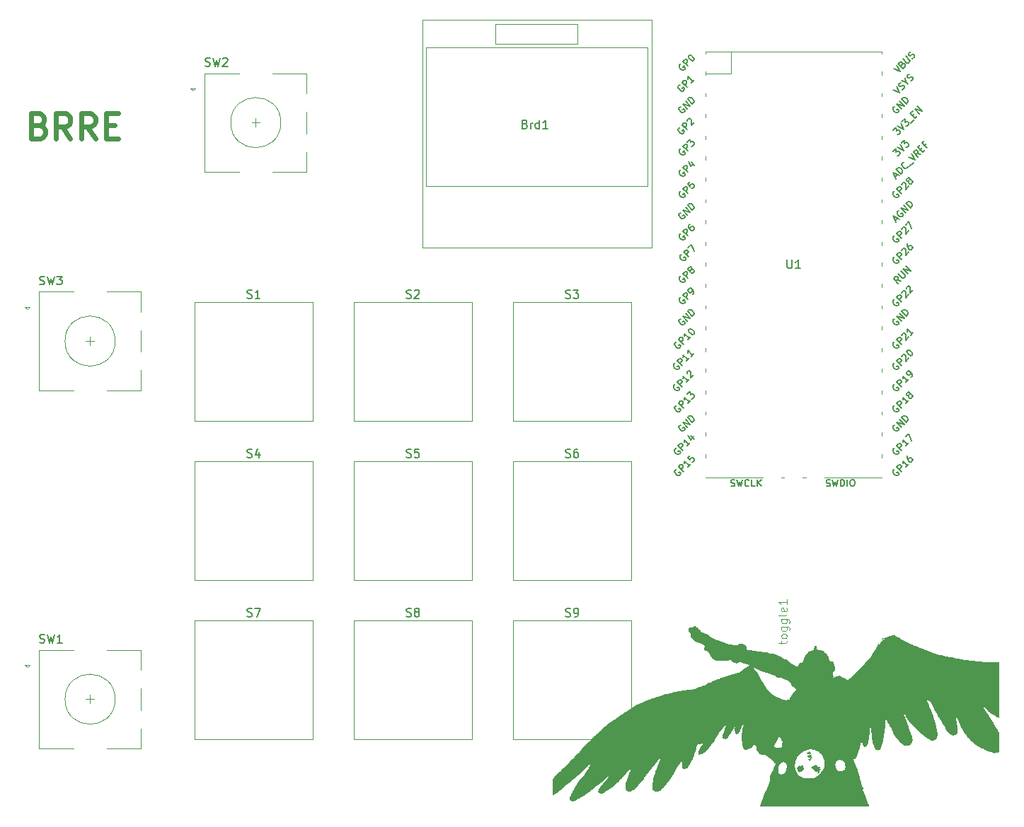
<source format=gbr>
%TF.GenerationSoftware,KiCad,Pcbnew,7.0.9*%
%TF.CreationDate,2023-12-25T15:27:56+00:00*%
%TF.ProjectId,MacroPad V2,4d616372-6f50-4616-9420-56322e6b6963,rev?*%
%TF.SameCoordinates,Original*%
%TF.FileFunction,Legend,Top*%
%TF.FilePolarity,Positive*%
%FSLAX46Y46*%
G04 Gerber Fmt 4.6, Leading zero omitted, Abs format (unit mm)*
G04 Created by KiCad (PCBNEW 7.0.9) date 2023-12-25 15:27:56*
%MOMM*%
%LPD*%
G01*
G04 APERTURE LIST*
%ADD10C,0.600000*%
%ADD11C,0.150000*%
%ADD12C,0.100000*%
%ADD13C,0.120000*%
G04 APERTURE END LIST*
D10*
X84821021Y-69882228D02*
X85249593Y-70025085D01*
X85249593Y-70025085D02*
X85392450Y-70167942D01*
X85392450Y-70167942D02*
X85535307Y-70453657D01*
X85535307Y-70453657D02*
X85535307Y-70882228D01*
X85535307Y-70882228D02*
X85392450Y-71167942D01*
X85392450Y-71167942D02*
X85249593Y-71310800D01*
X85249593Y-71310800D02*
X84963878Y-71453657D01*
X84963878Y-71453657D02*
X83821021Y-71453657D01*
X83821021Y-71453657D02*
X83821021Y-68453657D01*
X83821021Y-68453657D02*
X84821021Y-68453657D01*
X84821021Y-68453657D02*
X85106736Y-68596514D01*
X85106736Y-68596514D02*
X85249593Y-68739371D01*
X85249593Y-68739371D02*
X85392450Y-69025085D01*
X85392450Y-69025085D02*
X85392450Y-69310800D01*
X85392450Y-69310800D02*
X85249593Y-69596514D01*
X85249593Y-69596514D02*
X85106736Y-69739371D01*
X85106736Y-69739371D02*
X84821021Y-69882228D01*
X84821021Y-69882228D02*
X83821021Y-69882228D01*
X88535307Y-71453657D02*
X87535307Y-70025085D01*
X86821021Y-71453657D02*
X86821021Y-68453657D01*
X86821021Y-68453657D02*
X87963878Y-68453657D01*
X87963878Y-68453657D02*
X88249593Y-68596514D01*
X88249593Y-68596514D02*
X88392450Y-68739371D01*
X88392450Y-68739371D02*
X88535307Y-69025085D01*
X88535307Y-69025085D02*
X88535307Y-69453657D01*
X88535307Y-69453657D02*
X88392450Y-69739371D01*
X88392450Y-69739371D02*
X88249593Y-69882228D01*
X88249593Y-69882228D02*
X87963878Y-70025085D01*
X87963878Y-70025085D02*
X86821021Y-70025085D01*
X91535307Y-71453657D02*
X90535307Y-70025085D01*
X89821021Y-71453657D02*
X89821021Y-68453657D01*
X89821021Y-68453657D02*
X90963878Y-68453657D01*
X90963878Y-68453657D02*
X91249593Y-68596514D01*
X91249593Y-68596514D02*
X91392450Y-68739371D01*
X91392450Y-68739371D02*
X91535307Y-69025085D01*
X91535307Y-69025085D02*
X91535307Y-69453657D01*
X91535307Y-69453657D02*
X91392450Y-69739371D01*
X91392450Y-69739371D02*
X91249593Y-69882228D01*
X91249593Y-69882228D02*
X90963878Y-70025085D01*
X90963878Y-70025085D02*
X89821021Y-70025085D01*
X92821021Y-69882228D02*
X93821021Y-69882228D01*
X94249593Y-71453657D02*
X92821021Y-71453657D01*
X92821021Y-71453657D02*
X92821021Y-68453657D01*
X92821021Y-68453657D02*
X94249593Y-68453657D01*
D11*
X128760095Y-90529200D02*
X128902952Y-90576819D01*
X128902952Y-90576819D02*
X129141047Y-90576819D01*
X129141047Y-90576819D02*
X129236285Y-90529200D01*
X129236285Y-90529200D02*
X129283904Y-90481580D01*
X129283904Y-90481580D02*
X129331523Y-90386342D01*
X129331523Y-90386342D02*
X129331523Y-90291104D01*
X129331523Y-90291104D02*
X129283904Y-90195866D01*
X129283904Y-90195866D02*
X129236285Y-90148247D01*
X129236285Y-90148247D02*
X129141047Y-90100628D01*
X129141047Y-90100628D02*
X128950571Y-90053009D01*
X128950571Y-90053009D02*
X128855333Y-90005390D01*
X128855333Y-90005390D02*
X128807714Y-89957771D01*
X128807714Y-89957771D02*
X128760095Y-89862533D01*
X128760095Y-89862533D02*
X128760095Y-89767295D01*
X128760095Y-89767295D02*
X128807714Y-89672057D01*
X128807714Y-89672057D02*
X128855333Y-89624438D01*
X128855333Y-89624438D02*
X128950571Y-89576819D01*
X128950571Y-89576819D02*
X129188666Y-89576819D01*
X129188666Y-89576819D02*
X129331523Y-89624438D01*
X129712476Y-89672057D02*
X129760095Y-89624438D01*
X129760095Y-89624438D02*
X129855333Y-89576819D01*
X129855333Y-89576819D02*
X130093428Y-89576819D01*
X130093428Y-89576819D02*
X130188666Y-89624438D01*
X130188666Y-89624438D02*
X130236285Y-89672057D01*
X130236285Y-89672057D02*
X130283904Y-89767295D01*
X130283904Y-89767295D02*
X130283904Y-89862533D01*
X130283904Y-89862533D02*
X130236285Y-90005390D01*
X130236285Y-90005390D02*
X129664857Y-90576819D01*
X129664857Y-90576819D02*
X130283904Y-90576819D01*
X84863667Y-131766700D02*
X85006524Y-131814319D01*
X85006524Y-131814319D02*
X85244619Y-131814319D01*
X85244619Y-131814319D02*
X85339857Y-131766700D01*
X85339857Y-131766700D02*
X85387476Y-131719080D01*
X85387476Y-131719080D02*
X85435095Y-131623842D01*
X85435095Y-131623842D02*
X85435095Y-131528604D01*
X85435095Y-131528604D02*
X85387476Y-131433366D01*
X85387476Y-131433366D02*
X85339857Y-131385747D01*
X85339857Y-131385747D02*
X85244619Y-131338128D01*
X85244619Y-131338128D02*
X85054143Y-131290509D01*
X85054143Y-131290509D02*
X84958905Y-131242890D01*
X84958905Y-131242890D02*
X84911286Y-131195271D01*
X84911286Y-131195271D02*
X84863667Y-131100033D01*
X84863667Y-131100033D02*
X84863667Y-131004795D01*
X84863667Y-131004795D02*
X84911286Y-130909557D01*
X84911286Y-130909557D02*
X84958905Y-130861938D01*
X84958905Y-130861938D02*
X85054143Y-130814319D01*
X85054143Y-130814319D02*
X85292238Y-130814319D01*
X85292238Y-130814319D02*
X85435095Y-130861938D01*
X85768429Y-130814319D02*
X86006524Y-131814319D01*
X86006524Y-131814319D02*
X86197000Y-131100033D01*
X86197000Y-131100033D02*
X86387476Y-131814319D01*
X86387476Y-131814319D02*
X86625572Y-130814319D01*
X87530333Y-131814319D02*
X86958905Y-131814319D01*
X87244619Y-131814319D02*
X87244619Y-130814319D01*
X87244619Y-130814319D02*
X87149381Y-130957176D01*
X87149381Y-130957176D02*
X87054143Y-131052414D01*
X87054143Y-131052414D02*
X86958905Y-131100033D01*
X147810095Y-128629200D02*
X147952952Y-128676819D01*
X147952952Y-128676819D02*
X148191047Y-128676819D01*
X148191047Y-128676819D02*
X148286285Y-128629200D01*
X148286285Y-128629200D02*
X148333904Y-128581580D01*
X148333904Y-128581580D02*
X148381523Y-128486342D01*
X148381523Y-128486342D02*
X148381523Y-128391104D01*
X148381523Y-128391104D02*
X148333904Y-128295866D01*
X148333904Y-128295866D02*
X148286285Y-128248247D01*
X148286285Y-128248247D02*
X148191047Y-128200628D01*
X148191047Y-128200628D02*
X148000571Y-128153009D01*
X148000571Y-128153009D02*
X147905333Y-128105390D01*
X147905333Y-128105390D02*
X147857714Y-128057771D01*
X147857714Y-128057771D02*
X147810095Y-127962533D01*
X147810095Y-127962533D02*
X147810095Y-127867295D01*
X147810095Y-127867295D02*
X147857714Y-127772057D01*
X147857714Y-127772057D02*
X147905333Y-127724438D01*
X147905333Y-127724438D02*
X148000571Y-127676819D01*
X148000571Y-127676819D02*
X148238666Y-127676819D01*
X148238666Y-127676819D02*
X148381523Y-127724438D01*
X148857714Y-128676819D02*
X149048190Y-128676819D01*
X149048190Y-128676819D02*
X149143428Y-128629200D01*
X149143428Y-128629200D02*
X149191047Y-128581580D01*
X149191047Y-128581580D02*
X149286285Y-128438723D01*
X149286285Y-128438723D02*
X149333904Y-128248247D01*
X149333904Y-128248247D02*
X149333904Y-127867295D01*
X149333904Y-127867295D02*
X149286285Y-127772057D01*
X149286285Y-127772057D02*
X149238666Y-127724438D01*
X149238666Y-127724438D02*
X149143428Y-127676819D01*
X149143428Y-127676819D02*
X148952952Y-127676819D01*
X148952952Y-127676819D02*
X148857714Y-127724438D01*
X148857714Y-127724438D02*
X148810095Y-127772057D01*
X148810095Y-127772057D02*
X148762476Y-127867295D01*
X148762476Y-127867295D02*
X148762476Y-128105390D01*
X148762476Y-128105390D02*
X148810095Y-128200628D01*
X148810095Y-128200628D02*
X148857714Y-128248247D01*
X148857714Y-128248247D02*
X148952952Y-128295866D01*
X148952952Y-128295866D02*
X149143428Y-128295866D01*
X149143428Y-128295866D02*
X149238666Y-128248247D01*
X149238666Y-128248247D02*
X149286285Y-128200628D01*
X149286285Y-128200628D02*
X149333904Y-128105390D01*
X147810095Y-109579200D02*
X147952952Y-109626819D01*
X147952952Y-109626819D02*
X148191047Y-109626819D01*
X148191047Y-109626819D02*
X148286285Y-109579200D01*
X148286285Y-109579200D02*
X148333904Y-109531580D01*
X148333904Y-109531580D02*
X148381523Y-109436342D01*
X148381523Y-109436342D02*
X148381523Y-109341104D01*
X148381523Y-109341104D02*
X148333904Y-109245866D01*
X148333904Y-109245866D02*
X148286285Y-109198247D01*
X148286285Y-109198247D02*
X148191047Y-109150628D01*
X148191047Y-109150628D02*
X148000571Y-109103009D01*
X148000571Y-109103009D02*
X147905333Y-109055390D01*
X147905333Y-109055390D02*
X147857714Y-109007771D01*
X147857714Y-109007771D02*
X147810095Y-108912533D01*
X147810095Y-108912533D02*
X147810095Y-108817295D01*
X147810095Y-108817295D02*
X147857714Y-108722057D01*
X147857714Y-108722057D02*
X147905333Y-108674438D01*
X147905333Y-108674438D02*
X148000571Y-108626819D01*
X148000571Y-108626819D02*
X148238666Y-108626819D01*
X148238666Y-108626819D02*
X148381523Y-108674438D01*
X149238666Y-108626819D02*
X149048190Y-108626819D01*
X149048190Y-108626819D02*
X148952952Y-108674438D01*
X148952952Y-108674438D02*
X148905333Y-108722057D01*
X148905333Y-108722057D02*
X148810095Y-108864914D01*
X148810095Y-108864914D02*
X148762476Y-109055390D01*
X148762476Y-109055390D02*
X148762476Y-109436342D01*
X148762476Y-109436342D02*
X148810095Y-109531580D01*
X148810095Y-109531580D02*
X148857714Y-109579200D01*
X148857714Y-109579200D02*
X148952952Y-109626819D01*
X148952952Y-109626819D02*
X149143428Y-109626819D01*
X149143428Y-109626819D02*
X149238666Y-109579200D01*
X149238666Y-109579200D02*
X149286285Y-109531580D01*
X149286285Y-109531580D02*
X149333904Y-109436342D01*
X149333904Y-109436342D02*
X149333904Y-109198247D01*
X149333904Y-109198247D02*
X149286285Y-109103009D01*
X149286285Y-109103009D02*
X149238666Y-109055390D01*
X149238666Y-109055390D02*
X149143428Y-109007771D01*
X149143428Y-109007771D02*
X148952952Y-109007771D01*
X148952952Y-109007771D02*
X148857714Y-109055390D01*
X148857714Y-109055390D02*
X148810095Y-109103009D01*
X148810095Y-109103009D02*
X148762476Y-109198247D01*
X104688667Y-62754200D02*
X104831524Y-62801819D01*
X104831524Y-62801819D02*
X105069619Y-62801819D01*
X105069619Y-62801819D02*
X105164857Y-62754200D01*
X105164857Y-62754200D02*
X105212476Y-62706580D01*
X105212476Y-62706580D02*
X105260095Y-62611342D01*
X105260095Y-62611342D02*
X105260095Y-62516104D01*
X105260095Y-62516104D02*
X105212476Y-62420866D01*
X105212476Y-62420866D02*
X105164857Y-62373247D01*
X105164857Y-62373247D02*
X105069619Y-62325628D01*
X105069619Y-62325628D02*
X104879143Y-62278009D01*
X104879143Y-62278009D02*
X104783905Y-62230390D01*
X104783905Y-62230390D02*
X104736286Y-62182771D01*
X104736286Y-62182771D02*
X104688667Y-62087533D01*
X104688667Y-62087533D02*
X104688667Y-61992295D01*
X104688667Y-61992295D02*
X104736286Y-61897057D01*
X104736286Y-61897057D02*
X104783905Y-61849438D01*
X104783905Y-61849438D02*
X104879143Y-61801819D01*
X104879143Y-61801819D02*
X105117238Y-61801819D01*
X105117238Y-61801819D02*
X105260095Y-61849438D01*
X105593429Y-61801819D02*
X105831524Y-62801819D01*
X105831524Y-62801819D02*
X106022000Y-62087533D01*
X106022000Y-62087533D02*
X106212476Y-62801819D01*
X106212476Y-62801819D02*
X106450572Y-61801819D01*
X106783905Y-61897057D02*
X106831524Y-61849438D01*
X106831524Y-61849438D02*
X106926762Y-61801819D01*
X106926762Y-61801819D02*
X107164857Y-61801819D01*
X107164857Y-61801819D02*
X107260095Y-61849438D01*
X107260095Y-61849438D02*
X107307714Y-61897057D01*
X107307714Y-61897057D02*
X107355333Y-61992295D01*
X107355333Y-61992295D02*
X107355333Y-62087533D01*
X107355333Y-62087533D02*
X107307714Y-62230390D01*
X107307714Y-62230390D02*
X106736286Y-62801819D01*
X106736286Y-62801819D02*
X107355333Y-62801819D01*
X109710095Y-109579200D02*
X109852952Y-109626819D01*
X109852952Y-109626819D02*
X110091047Y-109626819D01*
X110091047Y-109626819D02*
X110186285Y-109579200D01*
X110186285Y-109579200D02*
X110233904Y-109531580D01*
X110233904Y-109531580D02*
X110281523Y-109436342D01*
X110281523Y-109436342D02*
X110281523Y-109341104D01*
X110281523Y-109341104D02*
X110233904Y-109245866D01*
X110233904Y-109245866D02*
X110186285Y-109198247D01*
X110186285Y-109198247D02*
X110091047Y-109150628D01*
X110091047Y-109150628D02*
X109900571Y-109103009D01*
X109900571Y-109103009D02*
X109805333Y-109055390D01*
X109805333Y-109055390D02*
X109757714Y-109007771D01*
X109757714Y-109007771D02*
X109710095Y-108912533D01*
X109710095Y-108912533D02*
X109710095Y-108817295D01*
X109710095Y-108817295D02*
X109757714Y-108722057D01*
X109757714Y-108722057D02*
X109805333Y-108674438D01*
X109805333Y-108674438D02*
X109900571Y-108626819D01*
X109900571Y-108626819D02*
X110138666Y-108626819D01*
X110138666Y-108626819D02*
X110281523Y-108674438D01*
X111138666Y-108960152D02*
X111138666Y-109626819D01*
X110900571Y-108579200D02*
X110662476Y-109293485D01*
X110662476Y-109293485D02*
X111281523Y-109293485D01*
X128760095Y-109579200D02*
X128902952Y-109626819D01*
X128902952Y-109626819D02*
X129141047Y-109626819D01*
X129141047Y-109626819D02*
X129236285Y-109579200D01*
X129236285Y-109579200D02*
X129283904Y-109531580D01*
X129283904Y-109531580D02*
X129331523Y-109436342D01*
X129331523Y-109436342D02*
X129331523Y-109341104D01*
X129331523Y-109341104D02*
X129283904Y-109245866D01*
X129283904Y-109245866D02*
X129236285Y-109198247D01*
X129236285Y-109198247D02*
X129141047Y-109150628D01*
X129141047Y-109150628D02*
X128950571Y-109103009D01*
X128950571Y-109103009D02*
X128855333Y-109055390D01*
X128855333Y-109055390D02*
X128807714Y-109007771D01*
X128807714Y-109007771D02*
X128760095Y-108912533D01*
X128760095Y-108912533D02*
X128760095Y-108817295D01*
X128760095Y-108817295D02*
X128807714Y-108722057D01*
X128807714Y-108722057D02*
X128855333Y-108674438D01*
X128855333Y-108674438D02*
X128950571Y-108626819D01*
X128950571Y-108626819D02*
X129188666Y-108626819D01*
X129188666Y-108626819D02*
X129331523Y-108674438D01*
X130236285Y-108626819D02*
X129760095Y-108626819D01*
X129760095Y-108626819D02*
X129712476Y-109103009D01*
X129712476Y-109103009D02*
X129760095Y-109055390D01*
X129760095Y-109055390D02*
X129855333Y-109007771D01*
X129855333Y-109007771D02*
X130093428Y-109007771D01*
X130093428Y-109007771D02*
X130188666Y-109055390D01*
X130188666Y-109055390D02*
X130236285Y-109103009D01*
X130236285Y-109103009D02*
X130283904Y-109198247D01*
X130283904Y-109198247D02*
X130283904Y-109436342D01*
X130283904Y-109436342D02*
X130236285Y-109531580D01*
X130236285Y-109531580D02*
X130188666Y-109579200D01*
X130188666Y-109579200D02*
X130093428Y-109626819D01*
X130093428Y-109626819D02*
X129855333Y-109626819D01*
X129855333Y-109626819D02*
X129760095Y-109579200D01*
X129760095Y-109579200D02*
X129712476Y-109531580D01*
X147810095Y-90529200D02*
X147952952Y-90576819D01*
X147952952Y-90576819D02*
X148191047Y-90576819D01*
X148191047Y-90576819D02*
X148286285Y-90529200D01*
X148286285Y-90529200D02*
X148333904Y-90481580D01*
X148333904Y-90481580D02*
X148381523Y-90386342D01*
X148381523Y-90386342D02*
X148381523Y-90291104D01*
X148381523Y-90291104D02*
X148333904Y-90195866D01*
X148333904Y-90195866D02*
X148286285Y-90148247D01*
X148286285Y-90148247D02*
X148191047Y-90100628D01*
X148191047Y-90100628D02*
X148000571Y-90053009D01*
X148000571Y-90053009D02*
X147905333Y-90005390D01*
X147905333Y-90005390D02*
X147857714Y-89957771D01*
X147857714Y-89957771D02*
X147810095Y-89862533D01*
X147810095Y-89862533D02*
X147810095Y-89767295D01*
X147810095Y-89767295D02*
X147857714Y-89672057D01*
X147857714Y-89672057D02*
X147905333Y-89624438D01*
X147905333Y-89624438D02*
X148000571Y-89576819D01*
X148000571Y-89576819D02*
X148238666Y-89576819D01*
X148238666Y-89576819D02*
X148381523Y-89624438D01*
X148714857Y-89576819D02*
X149333904Y-89576819D01*
X149333904Y-89576819D02*
X149000571Y-89957771D01*
X149000571Y-89957771D02*
X149143428Y-89957771D01*
X149143428Y-89957771D02*
X149238666Y-90005390D01*
X149238666Y-90005390D02*
X149286285Y-90053009D01*
X149286285Y-90053009D02*
X149333904Y-90148247D01*
X149333904Y-90148247D02*
X149333904Y-90386342D01*
X149333904Y-90386342D02*
X149286285Y-90481580D01*
X149286285Y-90481580D02*
X149238666Y-90529200D01*
X149238666Y-90529200D02*
X149143428Y-90576819D01*
X149143428Y-90576819D02*
X148857714Y-90576819D01*
X148857714Y-90576819D02*
X148762476Y-90529200D01*
X148762476Y-90529200D02*
X148714857Y-90481580D01*
X142930333Y-69732009D02*
X143073190Y-69779628D01*
X143073190Y-69779628D02*
X143120809Y-69827247D01*
X143120809Y-69827247D02*
X143168428Y-69922485D01*
X143168428Y-69922485D02*
X143168428Y-70065342D01*
X143168428Y-70065342D02*
X143120809Y-70160580D01*
X143120809Y-70160580D02*
X143073190Y-70208200D01*
X143073190Y-70208200D02*
X142977952Y-70255819D01*
X142977952Y-70255819D02*
X142597000Y-70255819D01*
X142597000Y-70255819D02*
X142597000Y-69255819D01*
X142597000Y-69255819D02*
X142930333Y-69255819D01*
X142930333Y-69255819D02*
X143025571Y-69303438D01*
X143025571Y-69303438D02*
X143073190Y-69351057D01*
X143073190Y-69351057D02*
X143120809Y-69446295D01*
X143120809Y-69446295D02*
X143120809Y-69541533D01*
X143120809Y-69541533D02*
X143073190Y-69636771D01*
X143073190Y-69636771D02*
X143025571Y-69684390D01*
X143025571Y-69684390D02*
X142930333Y-69732009D01*
X142930333Y-69732009D02*
X142597000Y-69732009D01*
X143597000Y-70255819D02*
X143597000Y-69589152D01*
X143597000Y-69779628D02*
X143644619Y-69684390D01*
X143644619Y-69684390D02*
X143692238Y-69636771D01*
X143692238Y-69636771D02*
X143787476Y-69589152D01*
X143787476Y-69589152D02*
X143882714Y-69589152D01*
X144644619Y-70255819D02*
X144644619Y-69255819D01*
X144644619Y-70208200D02*
X144549381Y-70255819D01*
X144549381Y-70255819D02*
X144358905Y-70255819D01*
X144358905Y-70255819D02*
X144263667Y-70208200D01*
X144263667Y-70208200D02*
X144216048Y-70160580D01*
X144216048Y-70160580D02*
X144168429Y-70065342D01*
X144168429Y-70065342D02*
X144168429Y-69779628D01*
X144168429Y-69779628D02*
X144216048Y-69684390D01*
X144216048Y-69684390D02*
X144263667Y-69636771D01*
X144263667Y-69636771D02*
X144358905Y-69589152D01*
X144358905Y-69589152D02*
X144549381Y-69589152D01*
X144549381Y-69589152D02*
X144644619Y-69636771D01*
X145644619Y-70255819D02*
X145073191Y-70255819D01*
X145358905Y-70255819D02*
X145358905Y-69255819D01*
X145358905Y-69255819D02*
X145263667Y-69398676D01*
X145263667Y-69398676D02*
X145168429Y-69493914D01*
X145168429Y-69493914D02*
X145073191Y-69541533D01*
X128760095Y-128629200D02*
X128902952Y-128676819D01*
X128902952Y-128676819D02*
X129141047Y-128676819D01*
X129141047Y-128676819D02*
X129236285Y-128629200D01*
X129236285Y-128629200D02*
X129283904Y-128581580D01*
X129283904Y-128581580D02*
X129331523Y-128486342D01*
X129331523Y-128486342D02*
X129331523Y-128391104D01*
X129331523Y-128391104D02*
X129283904Y-128295866D01*
X129283904Y-128295866D02*
X129236285Y-128248247D01*
X129236285Y-128248247D02*
X129141047Y-128200628D01*
X129141047Y-128200628D02*
X128950571Y-128153009D01*
X128950571Y-128153009D02*
X128855333Y-128105390D01*
X128855333Y-128105390D02*
X128807714Y-128057771D01*
X128807714Y-128057771D02*
X128760095Y-127962533D01*
X128760095Y-127962533D02*
X128760095Y-127867295D01*
X128760095Y-127867295D02*
X128807714Y-127772057D01*
X128807714Y-127772057D02*
X128855333Y-127724438D01*
X128855333Y-127724438D02*
X128950571Y-127676819D01*
X128950571Y-127676819D02*
X129188666Y-127676819D01*
X129188666Y-127676819D02*
X129331523Y-127724438D01*
X129902952Y-128105390D02*
X129807714Y-128057771D01*
X129807714Y-128057771D02*
X129760095Y-128010152D01*
X129760095Y-128010152D02*
X129712476Y-127914914D01*
X129712476Y-127914914D02*
X129712476Y-127867295D01*
X129712476Y-127867295D02*
X129760095Y-127772057D01*
X129760095Y-127772057D02*
X129807714Y-127724438D01*
X129807714Y-127724438D02*
X129902952Y-127676819D01*
X129902952Y-127676819D02*
X130093428Y-127676819D01*
X130093428Y-127676819D02*
X130188666Y-127724438D01*
X130188666Y-127724438D02*
X130236285Y-127772057D01*
X130236285Y-127772057D02*
X130283904Y-127867295D01*
X130283904Y-127867295D02*
X130283904Y-127914914D01*
X130283904Y-127914914D02*
X130236285Y-128010152D01*
X130236285Y-128010152D02*
X130188666Y-128057771D01*
X130188666Y-128057771D02*
X130093428Y-128105390D01*
X130093428Y-128105390D02*
X129902952Y-128105390D01*
X129902952Y-128105390D02*
X129807714Y-128153009D01*
X129807714Y-128153009D02*
X129760095Y-128200628D01*
X129760095Y-128200628D02*
X129712476Y-128295866D01*
X129712476Y-128295866D02*
X129712476Y-128486342D01*
X129712476Y-128486342D02*
X129760095Y-128581580D01*
X129760095Y-128581580D02*
X129807714Y-128629200D01*
X129807714Y-128629200D02*
X129902952Y-128676819D01*
X129902952Y-128676819D02*
X130093428Y-128676819D01*
X130093428Y-128676819D02*
X130188666Y-128629200D01*
X130188666Y-128629200D02*
X130236285Y-128581580D01*
X130236285Y-128581580D02*
X130283904Y-128486342D01*
X130283904Y-128486342D02*
X130283904Y-128295866D01*
X130283904Y-128295866D02*
X130236285Y-128200628D01*
X130236285Y-128200628D02*
X130188666Y-128153009D01*
X130188666Y-128153009D02*
X130093428Y-128105390D01*
X109710095Y-128629200D02*
X109852952Y-128676819D01*
X109852952Y-128676819D02*
X110091047Y-128676819D01*
X110091047Y-128676819D02*
X110186285Y-128629200D01*
X110186285Y-128629200D02*
X110233904Y-128581580D01*
X110233904Y-128581580D02*
X110281523Y-128486342D01*
X110281523Y-128486342D02*
X110281523Y-128391104D01*
X110281523Y-128391104D02*
X110233904Y-128295866D01*
X110233904Y-128295866D02*
X110186285Y-128248247D01*
X110186285Y-128248247D02*
X110091047Y-128200628D01*
X110091047Y-128200628D02*
X109900571Y-128153009D01*
X109900571Y-128153009D02*
X109805333Y-128105390D01*
X109805333Y-128105390D02*
X109757714Y-128057771D01*
X109757714Y-128057771D02*
X109710095Y-127962533D01*
X109710095Y-127962533D02*
X109710095Y-127867295D01*
X109710095Y-127867295D02*
X109757714Y-127772057D01*
X109757714Y-127772057D02*
X109805333Y-127724438D01*
X109805333Y-127724438D02*
X109900571Y-127676819D01*
X109900571Y-127676819D02*
X110138666Y-127676819D01*
X110138666Y-127676819D02*
X110281523Y-127724438D01*
X110614857Y-127676819D02*
X111281523Y-127676819D01*
X111281523Y-127676819D02*
X110852952Y-128676819D01*
D12*
X173592752Y-131951285D02*
X173592752Y-131570333D01*
X173259419Y-131808428D02*
X174116561Y-131808428D01*
X174116561Y-131808428D02*
X174211800Y-131760809D01*
X174211800Y-131760809D02*
X174259419Y-131665571D01*
X174259419Y-131665571D02*
X174259419Y-131570333D01*
X174259419Y-131094142D02*
X174211800Y-131189380D01*
X174211800Y-131189380D02*
X174164180Y-131236999D01*
X174164180Y-131236999D02*
X174068942Y-131284618D01*
X174068942Y-131284618D02*
X173783228Y-131284618D01*
X173783228Y-131284618D02*
X173687990Y-131236999D01*
X173687990Y-131236999D02*
X173640371Y-131189380D01*
X173640371Y-131189380D02*
X173592752Y-131094142D01*
X173592752Y-131094142D02*
X173592752Y-130951285D01*
X173592752Y-130951285D02*
X173640371Y-130856047D01*
X173640371Y-130856047D02*
X173687990Y-130808428D01*
X173687990Y-130808428D02*
X173783228Y-130760809D01*
X173783228Y-130760809D02*
X174068942Y-130760809D01*
X174068942Y-130760809D02*
X174164180Y-130808428D01*
X174164180Y-130808428D02*
X174211800Y-130856047D01*
X174211800Y-130856047D02*
X174259419Y-130951285D01*
X174259419Y-130951285D02*
X174259419Y-131094142D01*
X173592752Y-129903666D02*
X174402276Y-129903666D01*
X174402276Y-129903666D02*
X174497514Y-129951285D01*
X174497514Y-129951285D02*
X174545133Y-129998904D01*
X174545133Y-129998904D02*
X174592752Y-130094142D01*
X174592752Y-130094142D02*
X174592752Y-130236999D01*
X174592752Y-130236999D02*
X174545133Y-130332237D01*
X174211800Y-129903666D02*
X174259419Y-129998904D01*
X174259419Y-129998904D02*
X174259419Y-130189380D01*
X174259419Y-130189380D02*
X174211800Y-130284618D01*
X174211800Y-130284618D02*
X174164180Y-130332237D01*
X174164180Y-130332237D02*
X174068942Y-130379856D01*
X174068942Y-130379856D02*
X173783228Y-130379856D01*
X173783228Y-130379856D02*
X173687990Y-130332237D01*
X173687990Y-130332237D02*
X173640371Y-130284618D01*
X173640371Y-130284618D02*
X173592752Y-130189380D01*
X173592752Y-130189380D02*
X173592752Y-129998904D01*
X173592752Y-129998904D02*
X173640371Y-129903666D01*
X173592752Y-128998904D02*
X174402276Y-128998904D01*
X174402276Y-128998904D02*
X174497514Y-129046523D01*
X174497514Y-129046523D02*
X174545133Y-129094142D01*
X174545133Y-129094142D02*
X174592752Y-129189380D01*
X174592752Y-129189380D02*
X174592752Y-129332237D01*
X174592752Y-129332237D02*
X174545133Y-129427475D01*
X174211800Y-128998904D02*
X174259419Y-129094142D01*
X174259419Y-129094142D02*
X174259419Y-129284618D01*
X174259419Y-129284618D02*
X174211800Y-129379856D01*
X174211800Y-129379856D02*
X174164180Y-129427475D01*
X174164180Y-129427475D02*
X174068942Y-129475094D01*
X174068942Y-129475094D02*
X173783228Y-129475094D01*
X173783228Y-129475094D02*
X173687990Y-129427475D01*
X173687990Y-129427475D02*
X173640371Y-129379856D01*
X173640371Y-129379856D02*
X173592752Y-129284618D01*
X173592752Y-129284618D02*
X173592752Y-129094142D01*
X173592752Y-129094142D02*
X173640371Y-128998904D01*
X174259419Y-128379856D02*
X174211800Y-128475094D01*
X174211800Y-128475094D02*
X174116561Y-128522713D01*
X174116561Y-128522713D02*
X173259419Y-128522713D01*
X174211800Y-127617951D02*
X174259419Y-127713189D01*
X174259419Y-127713189D02*
X174259419Y-127903665D01*
X174259419Y-127903665D02*
X174211800Y-127998903D01*
X174211800Y-127998903D02*
X174116561Y-128046522D01*
X174116561Y-128046522D02*
X173735609Y-128046522D01*
X173735609Y-128046522D02*
X173640371Y-127998903D01*
X173640371Y-127998903D02*
X173592752Y-127903665D01*
X173592752Y-127903665D02*
X173592752Y-127713189D01*
X173592752Y-127713189D02*
X173640371Y-127617951D01*
X173640371Y-127617951D02*
X173735609Y-127570332D01*
X173735609Y-127570332D02*
X173830847Y-127570332D01*
X173830847Y-127570332D02*
X173926085Y-128046522D01*
X174259419Y-126617951D02*
X174259419Y-127189379D01*
X174259419Y-126903665D02*
X173259419Y-126903665D01*
X173259419Y-126903665D02*
X173402276Y-126998903D01*
X173402276Y-126998903D02*
X173497514Y-127094141D01*
X173497514Y-127094141D02*
X173545133Y-127189379D01*
D11*
X109710095Y-90529200D02*
X109852952Y-90576819D01*
X109852952Y-90576819D02*
X110091047Y-90576819D01*
X110091047Y-90576819D02*
X110186285Y-90529200D01*
X110186285Y-90529200D02*
X110233904Y-90481580D01*
X110233904Y-90481580D02*
X110281523Y-90386342D01*
X110281523Y-90386342D02*
X110281523Y-90291104D01*
X110281523Y-90291104D02*
X110233904Y-90195866D01*
X110233904Y-90195866D02*
X110186285Y-90148247D01*
X110186285Y-90148247D02*
X110091047Y-90100628D01*
X110091047Y-90100628D02*
X109900571Y-90053009D01*
X109900571Y-90053009D02*
X109805333Y-90005390D01*
X109805333Y-90005390D02*
X109757714Y-89957771D01*
X109757714Y-89957771D02*
X109710095Y-89862533D01*
X109710095Y-89862533D02*
X109710095Y-89767295D01*
X109710095Y-89767295D02*
X109757714Y-89672057D01*
X109757714Y-89672057D02*
X109805333Y-89624438D01*
X109805333Y-89624438D02*
X109900571Y-89576819D01*
X109900571Y-89576819D02*
X110138666Y-89576819D01*
X110138666Y-89576819D02*
X110281523Y-89624438D01*
X111233904Y-90576819D02*
X110662476Y-90576819D01*
X110948190Y-90576819D02*
X110948190Y-89576819D01*
X110948190Y-89576819D02*
X110852952Y-89719676D01*
X110852952Y-89719676D02*
X110757714Y-89814914D01*
X110757714Y-89814914D02*
X110662476Y-89862533D01*
X174310095Y-85976819D02*
X174310095Y-86786342D01*
X174310095Y-86786342D02*
X174357714Y-86881580D01*
X174357714Y-86881580D02*
X174405333Y-86929200D01*
X174405333Y-86929200D02*
X174500571Y-86976819D01*
X174500571Y-86976819D02*
X174691047Y-86976819D01*
X174691047Y-86976819D02*
X174786285Y-86929200D01*
X174786285Y-86929200D02*
X174833904Y-86881580D01*
X174833904Y-86881580D02*
X174881523Y-86786342D01*
X174881523Y-86786342D02*
X174881523Y-85976819D01*
X175881523Y-86976819D02*
X175310095Y-86976819D01*
X175595809Y-86976819D02*
X175595809Y-85976819D01*
X175595809Y-85976819D02*
X175500571Y-86119676D01*
X175500571Y-86119676D02*
X175405333Y-86214914D01*
X175405333Y-86214914D02*
X175310095Y-86262533D01*
X161558435Y-105720431D02*
X161477623Y-105747368D01*
X161477623Y-105747368D02*
X161396811Y-105828180D01*
X161396811Y-105828180D02*
X161342936Y-105935930D01*
X161342936Y-105935930D02*
X161342936Y-106043680D01*
X161342936Y-106043680D02*
X161369873Y-106124492D01*
X161369873Y-106124492D02*
X161450685Y-106259179D01*
X161450685Y-106259179D02*
X161531498Y-106339991D01*
X161531498Y-106339991D02*
X161666185Y-106420803D01*
X161666185Y-106420803D02*
X161746997Y-106447741D01*
X161746997Y-106447741D02*
X161854746Y-106447741D01*
X161854746Y-106447741D02*
X161962496Y-106393866D01*
X161962496Y-106393866D02*
X162016371Y-106339991D01*
X162016371Y-106339991D02*
X162070246Y-106232241D01*
X162070246Y-106232241D02*
X162070246Y-106178367D01*
X162070246Y-106178367D02*
X161881684Y-105989805D01*
X161881684Y-105989805D02*
X161773934Y-106097554D01*
X162366557Y-105989805D02*
X161800872Y-105424119D01*
X161800872Y-105424119D02*
X162689806Y-105666556D01*
X162689806Y-105666556D02*
X162124120Y-105100871D01*
X162959180Y-105397182D02*
X162393494Y-104831497D01*
X162393494Y-104831497D02*
X162528181Y-104696810D01*
X162528181Y-104696810D02*
X162635931Y-104642935D01*
X162635931Y-104642935D02*
X162743680Y-104642935D01*
X162743680Y-104642935D02*
X162824493Y-104669872D01*
X162824493Y-104669872D02*
X162959180Y-104750685D01*
X162959180Y-104750685D02*
X163039992Y-104831497D01*
X163039992Y-104831497D02*
X163120804Y-104966184D01*
X163120804Y-104966184D02*
X163147741Y-105046996D01*
X163147741Y-105046996D02*
X163147741Y-105154746D01*
X163147741Y-105154746D02*
X163093867Y-105262495D01*
X163093867Y-105262495D02*
X162959180Y-105397182D01*
X161061998Y-103422868D02*
X160981185Y-103449805D01*
X160981185Y-103449805D02*
X160900373Y-103530618D01*
X160900373Y-103530618D02*
X160846498Y-103638367D01*
X160846498Y-103638367D02*
X160846498Y-103746117D01*
X160846498Y-103746117D02*
X160873436Y-103826929D01*
X160873436Y-103826929D02*
X160954248Y-103961616D01*
X160954248Y-103961616D02*
X161035060Y-104042428D01*
X161035060Y-104042428D02*
X161169747Y-104123241D01*
X161169747Y-104123241D02*
X161250560Y-104150178D01*
X161250560Y-104150178D02*
X161358309Y-104150178D01*
X161358309Y-104150178D02*
X161466059Y-104096303D01*
X161466059Y-104096303D02*
X161519934Y-104042428D01*
X161519934Y-104042428D02*
X161573808Y-103934679D01*
X161573808Y-103934679D02*
X161573808Y-103880804D01*
X161573808Y-103880804D02*
X161385247Y-103692242D01*
X161385247Y-103692242D02*
X161277497Y-103799992D01*
X161870120Y-103692242D02*
X161304434Y-103126557D01*
X161304434Y-103126557D02*
X161519934Y-102911057D01*
X161519934Y-102911057D02*
X161600746Y-102884120D01*
X161600746Y-102884120D02*
X161654621Y-102884120D01*
X161654621Y-102884120D02*
X161735433Y-102911057D01*
X161735433Y-102911057D02*
X161816245Y-102991870D01*
X161816245Y-102991870D02*
X161843182Y-103072682D01*
X161843182Y-103072682D02*
X161843182Y-103126557D01*
X161843182Y-103126557D02*
X161816245Y-103207369D01*
X161816245Y-103207369D02*
X161600746Y-103422868D01*
X162732117Y-102830245D02*
X162408868Y-103153494D01*
X162570492Y-102991870D02*
X162004807Y-102426184D01*
X162004807Y-102426184D02*
X162031744Y-102560871D01*
X162031744Y-102560871D02*
X162031744Y-102668621D01*
X162031744Y-102668621D02*
X162004807Y-102749433D01*
X162354993Y-102075998D02*
X162705179Y-101725812D01*
X162705179Y-101725812D02*
X162732117Y-102129873D01*
X162732117Y-102129873D02*
X162812929Y-102049060D01*
X162812929Y-102049060D02*
X162893741Y-102022123D01*
X162893741Y-102022123D02*
X162947616Y-102022123D01*
X162947616Y-102022123D02*
X163028428Y-102049060D01*
X163028428Y-102049060D02*
X163163115Y-102183747D01*
X163163115Y-102183747D02*
X163190053Y-102264560D01*
X163190053Y-102264560D02*
X163190053Y-102318434D01*
X163190053Y-102318434D02*
X163163115Y-102399247D01*
X163163115Y-102399247D02*
X163001491Y-102560871D01*
X163001491Y-102560871D02*
X162920679Y-102587808D01*
X162920679Y-102587808D02*
X162866804Y-102587808D01*
X160915998Y-100882868D02*
X160835185Y-100909805D01*
X160835185Y-100909805D02*
X160754373Y-100990618D01*
X160754373Y-100990618D02*
X160700498Y-101098367D01*
X160700498Y-101098367D02*
X160700498Y-101206117D01*
X160700498Y-101206117D02*
X160727436Y-101286929D01*
X160727436Y-101286929D02*
X160808248Y-101421616D01*
X160808248Y-101421616D02*
X160889060Y-101502428D01*
X160889060Y-101502428D02*
X161023747Y-101583241D01*
X161023747Y-101583241D02*
X161104560Y-101610178D01*
X161104560Y-101610178D02*
X161212309Y-101610178D01*
X161212309Y-101610178D02*
X161320059Y-101556303D01*
X161320059Y-101556303D02*
X161373934Y-101502428D01*
X161373934Y-101502428D02*
X161427808Y-101394679D01*
X161427808Y-101394679D02*
X161427808Y-101340804D01*
X161427808Y-101340804D02*
X161239247Y-101152242D01*
X161239247Y-101152242D02*
X161131497Y-101259992D01*
X161724120Y-101152242D02*
X161158434Y-100586557D01*
X161158434Y-100586557D02*
X161373934Y-100371057D01*
X161373934Y-100371057D02*
X161454746Y-100344120D01*
X161454746Y-100344120D02*
X161508621Y-100344120D01*
X161508621Y-100344120D02*
X161589433Y-100371057D01*
X161589433Y-100371057D02*
X161670245Y-100451870D01*
X161670245Y-100451870D02*
X161697182Y-100532682D01*
X161697182Y-100532682D02*
X161697182Y-100586557D01*
X161697182Y-100586557D02*
X161670245Y-100667369D01*
X161670245Y-100667369D02*
X161454746Y-100882868D01*
X162586117Y-100290245D02*
X162262868Y-100613494D01*
X162424492Y-100451870D02*
X161858807Y-99886184D01*
X161858807Y-99886184D02*
X161885744Y-100020871D01*
X161885744Y-100020871D02*
X161885744Y-100128621D01*
X161885744Y-100128621D02*
X161858807Y-100209433D01*
X162289805Y-99562935D02*
X162289805Y-99509060D01*
X162289805Y-99509060D02*
X162316743Y-99428248D01*
X162316743Y-99428248D02*
X162451430Y-99293561D01*
X162451430Y-99293561D02*
X162532242Y-99266624D01*
X162532242Y-99266624D02*
X162586117Y-99266624D01*
X162586117Y-99266624D02*
X162666929Y-99293561D01*
X162666929Y-99293561D02*
X162720804Y-99347436D01*
X162720804Y-99347436D02*
X162774679Y-99455186D01*
X162774679Y-99455186D02*
X162774679Y-100101683D01*
X162774679Y-100101683D02*
X163124865Y-99751497D01*
X161585372Y-62513494D02*
X161504560Y-62540431D01*
X161504560Y-62540431D02*
X161423748Y-62621243D01*
X161423748Y-62621243D02*
X161369873Y-62728993D01*
X161369873Y-62728993D02*
X161369873Y-62836742D01*
X161369873Y-62836742D02*
X161396810Y-62917555D01*
X161396810Y-62917555D02*
X161477623Y-63052242D01*
X161477623Y-63052242D02*
X161558435Y-63133054D01*
X161558435Y-63133054D02*
X161693122Y-63213866D01*
X161693122Y-63213866D02*
X161773934Y-63240803D01*
X161773934Y-63240803D02*
X161881684Y-63240803D01*
X161881684Y-63240803D02*
X161989433Y-63186929D01*
X161989433Y-63186929D02*
X162043308Y-63133054D01*
X162043308Y-63133054D02*
X162097183Y-63025304D01*
X162097183Y-63025304D02*
X162097183Y-62971429D01*
X162097183Y-62971429D02*
X161908621Y-62782868D01*
X161908621Y-62782868D02*
X161800871Y-62890617D01*
X162393494Y-62782868D02*
X161827809Y-62217182D01*
X161827809Y-62217182D02*
X162043308Y-62001683D01*
X162043308Y-62001683D02*
X162124120Y-61974746D01*
X162124120Y-61974746D02*
X162177995Y-61974746D01*
X162177995Y-61974746D02*
X162258807Y-62001683D01*
X162258807Y-62001683D02*
X162339619Y-62082495D01*
X162339619Y-62082495D02*
X162366557Y-62163307D01*
X162366557Y-62163307D02*
X162366557Y-62217182D01*
X162366557Y-62217182D02*
X162339619Y-62297994D01*
X162339619Y-62297994D02*
X162124120Y-62513494D01*
X162501244Y-61543747D02*
X162555119Y-61489872D01*
X162555119Y-61489872D02*
X162635931Y-61462935D01*
X162635931Y-61462935D02*
X162689806Y-61462935D01*
X162689806Y-61462935D02*
X162770618Y-61489872D01*
X162770618Y-61489872D02*
X162905305Y-61570685D01*
X162905305Y-61570685D02*
X163039992Y-61705372D01*
X163039992Y-61705372D02*
X163120804Y-61840059D01*
X163120804Y-61840059D02*
X163147741Y-61920871D01*
X163147741Y-61920871D02*
X163147741Y-61974746D01*
X163147741Y-61974746D02*
X163120804Y-62055558D01*
X163120804Y-62055558D02*
X163066929Y-62109433D01*
X163066929Y-62109433D02*
X162986117Y-62136370D01*
X162986117Y-62136370D02*
X162932242Y-62136370D01*
X162932242Y-62136370D02*
X162851430Y-62109433D01*
X162851430Y-62109433D02*
X162716743Y-62028620D01*
X162716743Y-62028620D02*
X162582056Y-61893933D01*
X162582056Y-61893933D02*
X162501244Y-61759246D01*
X162501244Y-61759246D02*
X162474306Y-61678434D01*
X162474306Y-61678434D02*
X162474306Y-61624559D01*
X162474306Y-61624559D02*
X162501244Y-61543747D01*
X186962123Y-73012868D02*
X187312309Y-72662682D01*
X187312309Y-72662682D02*
X187339247Y-73066743D01*
X187339247Y-73066743D02*
X187420059Y-72985931D01*
X187420059Y-72985931D02*
X187500871Y-72958993D01*
X187500871Y-72958993D02*
X187554746Y-72958993D01*
X187554746Y-72958993D02*
X187635558Y-72985931D01*
X187635558Y-72985931D02*
X187770245Y-73120618D01*
X187770245Y-73120618D02*
X187797182Y-73201430D01*
X187797182Y-73201430D02*
X187797182Y-73255305D01*
X187797182Y-73255305D02*
X187770245Y-73336117D01*
X187770245Y-73336117D02*
X187608621Y-73497741D01*
X187608621Y-73497741D02*
X187527808Y-73524679D01*
X187527808Y-73524679D02*
X187473934Y-73524679D01*
X187473934Y-72501057D02*
X188228181Y-72878181D01*
X188228181Y-72878181D02*
X187851057Y-72123934D01*
X187985744Y-71989247D02*
X188335930Y-71639061D01*
X188335930Y-71639061D02*
X188362868Y-72043122D01*
X188362868Y-72043122D02*
X188443680Y-71962309D01*
X188443680Y-71962309D02*
X188524492Y-71935372D01*
X188524492Y-71935372D02*
X188578367Y-71935372D01*
X188578367Y-71935372D02*
X188659179Y-71962309D01*
X188659179Y-71962309D02*
X188793866Y-72096996D01*
X188793866Y-72096996D02*
X188820804Y-72177809D01*
X188820804Y-72177809D02*
X188820804Y-72231683D01*
X188820804Y-72231683D02*
X188793866Y-72312496D01*
X188793866Y-72312496D02*
X188632242Y-72474120D01*
X188632242Y-72474120D02*
X188551430Y-72501057D01*
X188551430Y-72501057D02*
X188497555Y-72501057D01*
X161558435Y-67620431D02*
X161477623Y-67647368D01*
X161477623Y-67647368D02*
X161396811Y-67728180D01*
X161396811Y-67728180D02*
X161342936Y-67835930D01*
X161342936Y-67835930D02*
X161342936Y-67943680D01*
X161342936Y-67943680D02*
X161369873Y-68024492D01*
X161369873Y-68024492D02*
X161450685Y-68159179D01*
X161450685Y-68159179D02*
X161531498Y-68239991D01*
X161531498Y-68239991D02*
X161666185Y-68320803D01*
X161666185Y-68320803D02*
X161746997Y-68347741D01*
X161746997Y-68347741D02*
X161854746Y-68347741D01*
X161854746Y-68347741D02*
X161962496Y-68293866D01*
X161962496Y-68293866D02*
X162016371Y-68239991D01*
X162016371Y-68239991D02*
X162070246Y-68132241D01*
X162070246Y-68132241D02*
X162070246Y-68078367D01*
X162070246Y-68078367D02*
X161881684Y-67889805D01*
X161881684Y-67889805D02*
X161773934Y-67997554D01*
X162366557Y-67889805D02*
X161800872Y-67324119D01*
X161800872Y-67324119D02*
X162689806Y-67566556D01*
X162689806Y-67566556D02*
X162124120Y-67000871D01*
X162959180Y-67297182D02*
X162393494Y-66731497D01*
X162393494Y-66731497D02*
X162528181Y-66596810D01*
X162528181Y-66596810D02*
X162635931Y-66542935D01*
X162635931Y-66542935D02*
X162743680Y-66542935D01*
X162743680Y-66542935D02*
X162824493Y-66569872D01*
X162824493Y-66569872D02*
X162959180Y-66650685D01*
X162959180Y-66650685D02*
X163039992Y-66731497D01*
X163039992Y-66731497D02*
X163120804Y-66866184D01*
X163120804Y-66866184D02*
X163147741Y-66946996D01*
X163147741Y-66946996D02*
X163147741Y-67054746D01*
X163147741Y-67054746D02*
X163093867Y-67162495D01*
X163093867Y-67162495D02*
X162959180Y-67297182D01*
X187169998Y-98342868D02*
X187089185Y-98369805D01*
X187089185Y-98369805D02*
X187008373Y-98450618D01*
X187008373Y-98450618D02*
X186954498Y-98558367D01*
X186954498Y-98558367D02*
X186954498Y-98666117D01*
X186954498Y-98666117D02*
X186981436Y-98746929D01*
X186981436Y-98746929D02*
X187062248Y-98881616D01*
X187062248Y-98881616D02*
X187143060Y-98962428D01*
X187143060Y-98962428D02*
X187277747Y-99043241D01*
X187277747Y-99043241D02*
X187358560Y-99070178D01*
X187358560Y-99070178D02*
X187466309Y-99070178D01*
X187466309Y-99070178D02*
X187574059Y-99016303D01*
X187574059Y-99016303D02*
X187627934Y-98962428D01*
X187627934Y-98962428D02*
X187681808Y-98854679D01*
X187681808Y-98854679D02*
X187681808Y-98800804D01*
X187681808Y-98800804D02*
X187493247Y-98612242D01*
X187493247Y-98612242D02*
X187385497Y-98719992D01*
X187978120Y-98612242D02*
X187412434Y-98046557D01*
X187412434Y-98046557D02*
X187627934Y-97831057D01*
X187627934Y-97831057D02*
X187708746Y-97804120D01*
X187708746Y-97804120D02*
X187762621Y-97804120D01*
X187762621Y-97804120D02*
X187843433Y-97831057D01*
X187843433Y-97831057D02*
X187924245Y-97911870D01*
X187924245Y-97911870D02*
X187951182Y-97992682D01*
X187951182Y-97992682D02*
X187951182Y-98046557D01*
X187951182Y-98046557D02*
X187924245Y-98127369D01*
X187924245Y-98127369D02*
X187708746Y-98342868D01*
X188005057Y-97561683D02*
X188005057Y-97507809D01*
X188005057Y-97507809D02*
X188031995Y-97426996D01*
X188031995Y-97426996D02*
X188166682Y-97292309D01*
X188166682Y-97292309D02*
X188247494Y-97265372D01*
X188247494Y-97265372D02*
X188301369Y-97265372D01*
X188301369Y-97265372D02*
X188382181Y-97292309D01*
X188382181Y-97292309D02*
X188436056Y-97346184D01*
X188436056Y-97346184D02*
X188489930Y-97453934D01*
X188489930Y-97453934D02*
X188489930Y-98100431D01*
X188489930Y-98100431D02*
X188840117Y-97750245D01*
X188624618Y-96834373D02*
X188678492Y-96780499D01*
X188678492Y-96780499D02*
X188759305Y-96753561D01*
X188759305Y-96753561D02*
X188813179Y-96753561D01*
X188813179Y-96753561D02*
X188893992Y-96780499D01*
X188893992Y-96780499D02*
X189028679Y-96861311D01*
X189028679Y-96861311D02*
X189163366Y-96995998D01*
X189163366Y-96995998D02*
X189244178Y-97130685D01*
X189244178Y-97130685D02*
X189271115Y-97211497D01*
X189271115Y-97211497D02*
X189271115Y-97265372D01*
X189271115Y-97265372D02*
X189244178Y-97346184D01*
X189244178Y-97346184D02*
X189190303Y-97400059D01*
X189190303Y-97400059D02*
X189109491Y-97426996D01*
X189109491Y-97426996D02*
X189055616Y-97426996D01*
X189055616Y-97426996D02*
X188974804Y-97400059D01*
X188974804Y-97400059D02*
X188840117Y-97319247D01*
X188840117Y-97319247D02*
X188705430Y-97184560D01*
X188705430Y-97184560D02*
X188624618Y-97049873D01*
X188624618Y-97049873D02*
X188597680Y-96969060D01*
X188597680Y-96969060D02*
X188597680Y-96915186D01*
X188597680Y-96915186D02*
X188624618Y-96834373D01*
X161585372Y-90453494D02*
X161504560Y-90480431D01*
X161504560Y-90480431D02*
X161423748Y-90561243D01*
X161423748Y-90561243D02*
X161369873Y-90668993D01*
X161369873Y-90668993D02*
X161369873Y-90776742D01*
X161369873Y-90776742D02*
X161396810Y-90857555D01*
X161396810Y-90857555D02*
X161477623Y-90992242D01*
X161477623Y-90992242D02*
X161558435Y-91073054D01*
X161558435Y-91073054D02*
X161693122Y-91153866D01*
X161693122Y-91153866D02*
X161773934Y-91180803D01*
X161773934Y-91180803D02*
X161881684Y-91180803D01*
X161881684Y-91180803D02*
X161989433Y-91126929D01*
X161989433Y-91126929D02*
X162043308Y-91073054D01*
X162043308Y-91073054D02*
X162097183Y-90965304D01*
X162097183Y-90965304D02*
X162097183Y-90911429D01*
X162097183Y-90911429D02*
X161908621Y-90722868D01*
X161908621Y-90722868D02*
X161800871Y-90830617D01*
X162393494Y-90722868D02*
X161827809Y-90157182D01*
X161827809Y-90157182D02*
X162043308Y-89941683D01*
X162043308Y-89941683D02*
X162124120Y-89914746D01*
X162124120Y-89914746D02*
X162177995Y-89914746D01*
X162177995Y-89914746D02*
X162258807Y-89941683D01*
X162258807Y-89941683D02*
X162339619Y-90022495D01*
X162339619Y-90022495D02*
X162366557Y-90103307D01*
X162366557Y-90103307D02*
X162366557Y-90157182D01*
X162366557Y-90157182D02*
X162339619Y-90237994D01*
X162339619Y-90237994D02*
X162124120Y-90453494D01*
X162986117Y-90130245D02*
X163093867Y-90022495D01*
X163093867Y-90022495D02*
X163120804Y-89941683D01*
X163120804Y-89941683D02*
X163120804Y-89887808D01*
X163120804Y-89887808D02*
X163093867Y-89753121D01*
X163093867Y-89753121D02*
X163013054Y-89618434D01*
X163013054Y-89618434D02*
X162797555Y-89402935D01*
X162797555Y-89402935D02*
X162716743Y-89375998D01*
X162716743Y-89375998D02*
X162662868Y-89375998D01*
X162662868Y-89375998D02*
X162582056Y-89402935D01*
X162582056Y-89402935D02*
X162474306Y-89510685D01*
X162474306Y-89510685D02*
X162447369Y-89591497D01*
X162447369Y-89591497D02*
X162447369Y-89645372D01*
X162447369Y-89645372D02*
X162474306Y-89726184D01*
X162474306Y-89726184D02*
X162608993Y-89860871D01*
X162608993Y-89860871D02*
X162689806Y-89887808D01*
X162689806Y-89887808D02*
X162743680Y-89887808D01*
X162743680Y-89887808D02*
X162824493Y-89860871D01*
X162824493Y-89860871D02*
X162932242Y-89753121D01*
X162932242Y-89753121D02*
X162959180Y-89672309D01*
X162959180Y-89672309D02*
X162959180Y-89618434D01*
X162959180Y-89618434D02*
X162932242Y-89537622D01*
X187169998Y-90722868D02*
X187089185Y-90749805D01*
X187089185Y-90749805D02*
X187008373Y-90830618D01*
X187008373Y-90830618D02*
X186954498Y-90938367D01*
X186954498Y-90938367D02*
X186954498Y-91046117D01*
X186954498Y-91046117D02*
X186981436Y-91126929D01*
X186981436Y-91126929D02*
X187062248Y-91261616D01*
X187062248Y-91261616D02*
X187143060Y-91342428D01*
X187143060Y-91342428D02*
X187277747Y-91423241D01*
X187277747Y-91423241D02*
X187358560Y-91450178D01*
X187358560Y-91450178D02*
X187466309Y-91450178D01*
X187466309Y-91450178D02*
X187574059Y-91396303D01*
X187574059Y-91396303D02*
X187627934Y-91342428D01*
X187627934Y-91342428D02*
X187681808Y-91234679D01*
X187681808Y-91234679D02*
X187681808Y-91180804D01*
X187681808Y-91180804D02*
X187493247Y-90992242D01*
X187493247Y-90992242D02*
X187385497Y-91099992D01*
X187978120Y-90992242D02*
X187412434Y-90426557D01*
X187412434Y-90426557D02*
X187627934Y-90211057D01*
X187627934Y-90211057D02*
X187708746Y-90184120D01*
X187708746Y-90184120D02*
X187762621Y-90184120D01*
X187762621Y-90184120D02*
X187843433Y-90211057D01*
X187843433Y-90211057D02*
X187924245Y-90291870D01*
X187924245Y-90291870D02*
X187951182Y-90372682D01*
X187951182Y-90372682D02*
X187951182Y-90426557D01*
X187951182Y-90426557D02*
X187924245Y-90507369D01*
X187924245Y-90507369D02*
X187708746Y-90722868D01*
X188005057Y-89941683D02*
X188005057Y-89887809D01*
X188005057Y-89887809D02*
X188031995Y-89806996D01*
X188031995Y-89806996D02*
X188166682Y-89672309D01*
X188166682Y-89672309D02*
X188247494Y-89645372D01*
X188247494Y-89645372D02*
X188301369Y-89645372D01*
X188301369Y-89645372D02*
X188382181Y-89672309D01*
X188382181Y-89672309D02*
X188436056Y-89726184D01*
X188436056Y-89726184D02*
X188489930Y-89833934D01*
X188489930Y-89833934D02*
X188489930Y-90480431D01*
X188489930Y-90480431D02*
X188840117Y-90130245D01*
X188543805Y-89402935D02*
X188543805Y-89349060D01*
X188543805Y-89349060D02*
X188570743Y-89268248D01*
X188570743Y-89268248D02*
X188705430Y-89133561D01*
X188705430Y-89133561D02*
X188786242Y-89106624D01*
X188786242Y-89106624D02*
X188840117Y-89106624D01*
X188840117Y-89106624D02*
X188920929Y-89133561D01*
X188920929Y-89133561D02*
X188974804Y-89187436D01*
X188974804Y-89187436D02*
X189028679Y-89295186D01*
X189028679Y-89295186D02*
X189028679Y-89941683D01*
X189028679Y-89941683D02*
X189378865Y-89591497D01*
X187169998Y-85642868D02*
X187089185Y-85669805D01*
X187089185Y-85669805D02*
X187008373Y-85750618D01*
X187008373Y-85750618D02*
X186954498Y-85858367D01*
X186954498Y-85858367D02*
X186954498Y-85966117D01*
X186954498Y-85966117D02*
X186981436Y-86046929D01*
X186981436Y-86046929D02*
X187062248Y-86181616D01*
X187062248Y-86181616D02*
X187143060Y-86262428D01*
X187143060Y-86262428D02*
X187277747Y-86343241D01*
X187277747Y-86343241D02*
X187358560Y-86370178D01*
X187358560Y-86370178D02*
X187466309Y-86370178D01*
X187466309Y-86370178D02*
X187574059Y-86316303D01*
X187574059Y-86316303D02*
X187627934Y-86262428D01*
X187627934Y-86262428D02*
X187681808Y-86154679D01*
X187681808Y-86154679D02*
X187681808Y-86100804D01*
X187681808Y-86100804D02*
X187493247Y-85912242D01*
X187493247Y-85912242D02*
X187385497Y-86019992D01*
X187978120Y-85912242D02*
X187412434Y-85346557D01*
X187412434Y-85346557D02*
X187627934Y-85131057D01*
X187627934Y-85131057D02*
X187708746Y-85104120D01*
X187708746Y-85104120D02*
X187762621Y-85104120D01*
X187762621Y-85104120D02*
X187843433Y-85131057D01*
X187843433Y-85131057D02*
X187924245Y-85211870D01*
X187924245Y-85211870D02*
X187951182Y-85292682D01*
X187951182Y-85292682D02*
X187951182Y-85346557D01*
X187951182Y-85346557D02*
X187924245Y-85427369D01*
X187924245Y-85427369D02*
X187708746Y-85642868D01*
X188005057Y-84861683D02*
X188005057Y-84807809D01*
X188005057Y-84807809D02*
X188031995Y-84726996D01*
X188031995Y-84726996D02*
X188166682Y-84592309D01*
X188166682Y-84592309D02*
X188247494Y-84565372D01*
X188247494Y-84565372D02*
X188301369Y-84565372D01*
X188301369Y-84565372D02*
X188382181Y-84592309D01*
X188382181Y-84592309D02*
X188436056Y-84646184D01*
X188436056Y-84646184D02*
X188489930Y-84753934D01*
X188489930Y-84753934D02*
X188489930Y-85400431D01*
X188489930Y-85400431D02*
X188840117Y-85050245D01*
X188759305Y-83999686D02*
X188651555Y-84107436D01*
X188651555Y-84107436D02*
X188624618Y-84188248D01*
X188624618Y-84188248D02*
X188624618Y-84242123D01*
X188624618Y-84242123D02*
X188651555Y-84376810D01*
X188651555Y-84376810D02*
X188732367Y-84511497D01*
X188732367Y-84511497D02*
X188947866Y-84726996D01*
X188947866Y-84726996D02*
X189028679Y-84753934D01*
X189028679Y-84753934D02*
X189082553Y-84753934D01*
X189082553Y-84753934D02*
X189163366Y-84726996D01*
X189163366Y-84726996D02*
X189271115Y-84619247D01*
X189271115Y-84619247D02*
X189298053Y-84538434D01*
X189298053Y-84538434D02*
X189298053Y-84484560D01*
X189298053Y-84484560D02*
X189271115Y-84403747D01*
X189271115Y-84403747D02*
X189136428Y-84269060D01*
X189136428Y-84269060D02*
X189055616Y-84242123D01*
X189055616Y-84242123D02*
X189001741Y-84242123D01*
X189001741Y-84242123D02*
X188920929Y-84269060D01*
X188920929Y-84269060D02*
X188813179Y-84376810D01*
X188813179Y-84376810D02*
X188786242Y-84457622D01*
X188786242Y-84457622D02*
X188786242Y-84511497D01*
X188786242Y-84511497D02*
X188813179Y-84592309D01*
X161585372Y-82833494D02*
X161504560Y-82860431D01*
X161504560Y-82860431D02*
X161423748Y-82941243D01*
X161423748Y-82941243D02*
X161369873Y-83048993D01*
X161369873Y-83048993D02*
X161369873Y-83156742D01*
X161369873Y-83156742D02*
X161396810Y-83237555D01*
X161396810Y-83237555D02*
X161477623Y-83372242D01*
X161477623Y-83372242D02*
X161558435Y-83453054D01*
X161558435Y-83453054D02*
X161693122Y-83533866D01*
X161693122Y-83533866D02*
X161773934Y-83560803D01*
X161773934Y-83560803D02*
X161881684Y-83560803D01*
X161881684Y-83560803D02*
X161989433Y-83506929D01*
X161989433Y-83506929D02*
X162043308Y-83453054D01*
X162043308Y-83453054D02*
X162097183Y-83345304D01*
X162097183Y-83345304D02*
X162097183Y-83291429D01*
X162097183Y-83291429D02*
X161908621Y-83102868D01*
X161908621Y-83102868D02*
X161800871Y-83210617D01*
X162393494Y-83102868D02*
X161827809Y-82537182D01*
X161827809Y-82537182D02*
X162043308Y-82321683D01*
X162043308Y-82321683D02*
X162124120Y-82294746D01*
X162124120Y-82294746D02*
X162177995Y-82294746D01*
X162177995Y-82294746D02*
X162258807Y-82321683D01*
X162258807Y-82321683D02*
X162339619Y-82402495D01*
X162339619Y-82402495D02*
X162366557Y-82483307D01*
X162366557Y-82483307D02*
X162366557Y-82537182D01*
X162366557Y-82537182D02*
X162339619Y-82617994D01*
X162339619Y-82617994D02*
X162124120Y-82833494D01*
X162635931Y-81729060D02*
X162528181Y-81836810D01*
X162528181Y-81836810D02*
X162501244Y-81917622D01*
X162501244Y-81917622D02*
X162501244Y-81971497D01*
X162501244Y-81971497D02*
X162528181Y-82106184D01*
X162528181Y-82106184D02*
X162608993Y-82240871D01*
X162608993Y-82240871D02*
X162824493Y-82456370D01*
X162824493Y-82456370D02*
X162905305Y-82483307D01*
X162905305Y-82483307D02*
X162959180Y-82483307D01*
X162959180Y-82483307D02*
X163039992Y-82456370D01*
X163039992Y-82456370D02*
X163147741Y-82348620D01*
X163147741Y-82348620D02*
X163174679Y-82267808D01*
X163174679Y-82267808D02*
X163174679Y-82213933D01*
X163174679Y-82213933D02*
X163147741Y-82133121D01*
X163147741Y-82133121D02*
X163013054Y-81998434D01*
X163013054Y-81998434D02*
X162932242Y-81971497D01*
X162932242Y-81971497D02*
X162878367Y-81971497D01*
X162878367Y-81971497D02*
X162797555Y-81998434D01*
X162797555Y-81998434D02*
X162689806Y-82106184D01*
X162689806Y-82106184D02*
X162662868Y-82186996D01*
X162662868Y-82186996D02*
X162662868Y-82240871D01*
X162662868Y-82240871D02*
X162689806Y-82321683D01*
X160915998Y-98342868D02*
X160835185Y-98369805D01*
X160835185Y-98369805D02*
X160754373Y-98450618D01*
X160754373Y-98450618D02*
X160700498Y-98558367D01*
X160700498Y-98558367D02*
X160700498Y-98666117D01*
X160700498Y-98666117D02*
X160727436Y-98746929D01*
X160727436Y-98746929D02*
X160808248Y-98881616D01*
X160808248Y-98881616D02*
X160889060Y-98962428D01*
X160889060Y-98962428D02*
X161023747Y-99043241D01*
X161023747Y-99043241D02*
X161104560Y-99070178D01*
X161104560Y-99070178D02*
X161212309Y-99070178D01*
X161212309Y-99070178D02*
X161320059Y-99016303D01*
X161320059Y-99016303D02*
X161373934Y-98962428D01*
X161373934Y-98962428D02*
X161427808Y-98854679D01*
X161427808Y-98854679D02*
X161427808Y-98800804D01*
X161427808Y-98800804D02*
X161239247Y-98612242D01*
X161239247Y-98612242D02*
X161131497Y-98719992D01*
X161724120Y-98612242D02*
X161158434Y-98046557D01*
X161158434Y-98046557D02*
X161373934Y-97831057D01*
X161373934Y-97831057D02*
X161454746Y-97804120D01*
X161454746Y-97804120D02*
X161508621Y-97804120D01*
X161508621Y-97804120D02*
X161589433Y-97831057D01*
X161589433Y-97831057D02*
X161670245Y-97911870D01*
X161670245Y-97911870D02*
X161697182Y-97992682D01*
X161697182Y-97992682D02*
X161697182Y-98046557D01*
X161697182Y-98046557D02*
X161670245Y-98127369D01*
X161670245Y-98127369D02*
X161454746Y-98342868D01*
X162586117Y-97750245D02*
X162262868Y-98073494D01*
X162424492Y-97911870D02*
X161858807Y-97346184D01*
X161858807Y-97346184D02*
X161885744Y-97480871D01*
X161885744Y-97480871D02*
X161885744Y-97588621D01*
X161885744Y-97588621D02*
X161858807Y-97669433D01*
X163124865Y-97211497D02*
X162801616Y-97534746D01*
X162963240Y-97373121D02*
X162397555Y-96807436D01*
X162397555Y-96807436D02*
X162424492Y-96942123D01*
X162424492Y-96942123D02*
X162424492Y-97049873D01*
X162424492Y-97049873D02*
X162397555Y-97130685D01*
X161585372Y-87913494D02*
X161504560Y-87940431D01*
X161504560Y-87940431D02*
X161423748Y-88021243D01*
X161423748Y-88021243D02*
X161369873Y-88128993D01*
X161369873Y-88128993D02*
X161369873Y-88236742D01*
X161369873Y-88236742D02*
X161396810Y-88317555D01*
X161396810Y-88317555D02*
X161477623Y-88452242D01*
X161477623Y-88452242D02*
X161558435Y-88533054D01*
X161558435Y-88533054D02*
X161693122Y-88613866D01*
X161693122Y-88613866D02*
X161773934Y-88640803D01*
X161773934Y-88640803D02*
X161881684Y-88640803D01*
X161881684Y-88640803D02*
X161989433Y-88586929D01*
X161989433Y-88586929D02*
X162043308Y-88533054D01*
X162043308Y-88533054D02*
X162097183Y-88425304D01*
X162097183Y-88425304D02*
X162097183Y-88371429D01*
X162097183Y-88371429D02*
X161908621Y-88182868D01*
X161908621Y-88182868D02*
X161800871Y-88290617D01*
X162393494Y-88182868D02*
X161827809Y-87617182D01*
X161827809Y-87617182D02*
X162043308Y-87401683D01*
X162043308Y-87401683D02*
X162124120Y-87374746D01*
X162124120Y-87374746D02*
X162177995Y-87374746D01*
X162177995Y-87374746D02*
X162258807Y-87401683D01*
X162258807Y-87401683D02*
X162339619Y-87482495D01*
X162339619Y-87482495D02*
X162366557Y-87563307D01*
X162366557Y-87563307D02*
X162366557Y-87617182D01*
X162366557Y-87617182D02*
X162339619Y-87697994D01*
X162339619Y-87697994D02*
X162124120Y-87913494D01*
X162716743Y-87213121D02*
X162635931Y-87240059D01*
X162635931Y-87240059D02*
X162582056Y-87240059D01*
X162582056Y-87240059D02*
X162501244Y-87213121D01*
X162501244Y-87213121D02*
X162474306Y-87186184D01*
X162474306Y-87186184D02*
X162447369Y-87105372D01*
X162447369Y-87105372D02*
X162447369Y-87051497D01*
X162447369Y-87051497D02*
X162474306Y-86970685D01*
X162474306Y-86970685D02*
X162582056Y-86862935D01*
X162582056Y-86862935D02*
X162662868Y-86835998D01*
X162662868Y-86835998D02*
X162716743Y-86835998D01*
X162716743Y-86835998D02*
X162797555Y-86862935D01*
X162797555Y-86862935D02*
X162824493Y-86889872D01*
X162824493Y-86889872D02*
X162851430Y-86970685D01*
X162851430Y-86970685D02*
X162851430Y-87024559D01*
X162851430Y-87024559D02*
X162824493Y-87105372D01*
X162824493Y-87105372D02*
X162716743Y-87213121D01*
X162716743Y-87213121D02*
X162689806Y-87293933D01*
X162689806Y-87293933D02*
X162689806Y-87347808D01*
X162689806Y-87347808D02*
X162716743Y-87428620D01*
X162716743Y-87428620D02*
X162824493Y-87536370D01*
X162824493Y-87536370D02*
X162905305Y-87563307D01*
X162905305Y-87563307D02*
X162959180Y-87563307D01*
X162959180Y-87563307D02*
X163039992Y-87536370D01*
X163039992Y-87536370D02*
X163147741Y-87428620D01*
X163147741Y-87428620D02*
X163174679Y-87347808D01*
X163174679Y-87347808D02*
X163174679Y-87293933D01*
X163174679Y-87293933D02*
X163147741Y-87213121D01*
X163147741Y-87213121D02*
X163039992Y-87105372D01*
X163039992Y-87105372D02*
X162959180Y-87078434D01*
X162959180Y-87078434D02*
X162905305Y-87078434D01*
X162905305Y-87078434D02*
X162824493Y-87105372D01*
X161061998Y-95802868D02*
X160981185Y-95829805D01*
X160981185Y-95829805D02*
X160900373Y-95910618D01*
X160900373Y-95910618D02*
X160846498Y-96018367D01*
X160846498Y-96018367D02*
X160846498Y-96126117D01*
X160846498Y-96126117D02*
X160873436Y-96206929D01*
X160873436Y-96206929D02*
X160954248Y-96341616D01*
X160954248Y-96341616D02*
X161035060Y-96422428D01*
X161035060Y-96422428D02*
X161169747Y-96503241D01*
X161169747Y-96503241D02*
X161250560Y-96530178D01*
X161250560Y-96530178D02*
X161358309Y-96530178D01*
X161358309Y-96530178D02*
X161466059Y-96476303D01*
X161466059Y-96476303D02*
X161519934Y-96422428D01*
X161519934Y-96422428D02*
X161573808Y-96314679D01*
X161573808Y-96314679D02*
X161573808Y-96260804D01*
X161573808Y-96260804D02*
X161385247Y-96072242D01*
X161385247Y-96072242D02*
X161277497Y-96179992D01*
X161870120Y-96072242D02*
X161304434Y-95506557D01*
X161304434Y-95506557D02*
X161519934Y-95291057D01*
X161519934Y-95291057D02*
X161600746Y-95264120D01*
X161600746Y-95264120D02*
X161654621Y-95264120D01*
X161654621Y-95264120D02*
X161735433Y-95291057D01*
X161735433Y-95291057D02*
X161816245Y-95371870D01*
X161816245Y-95371870D02*
X161843182Y-95452682D01*
X161843182Y-95452682D02*
X161843182Y-95506557D01*
X161843182Y-95506557D02*
X161816245Y-95587369D01*
X161816245Y-95587369D02*
X161600746Y-95802868D01*
X162732117Y-95210245D02*
X162408868Y-95533494D01*
X162570492Y-95371870D02*
X162004807Y-94806184D01*
X162004807Y-94806184D02*
X162031744Y-94940871D01*
X162031744Y-94940871D02*
X162031744Y-95048621D01*
X162031744Y-95048621D02*
X162004807Y-95129433D01*
X162516618Y-94294373D02*
X162570492Y-94240499D01*
X162570492Y-94240499D02*
X162651305Y-94213561D01*
X162651305Y-94213561D02*
X162705179Y-94213561D01*
X162705179Y-94213561D02*
X162785992Y-94240499D01*
X162785992Y-94240499D02*
X162920679Y-94321311D01*
X162920679Y-94321311D02*
X163055366Y-94455998D01*
X163055366Y-94455998D02*
X163136178Y-94590685D01*
X163136178Y-94590685D02*
X163163115Y-94671497D01*
X163163115Y-94671497D02*
X163163115Y-94725372D01*
X163163115Y-94725372D02*
X163136178Y-94806184D01*
X163136178Y-94806184D02*
X163082303Y-94860059D01*
X163082303Y-94860059D02*
X163001491Y-94886996D01*
X163001491Y-94886996D02*
X162947616Y-94886996D01*
X162947616Y-94886996D02*
X162866804Y-94860059D01*
X162866804Y-94860059D02*
X162732117Y-94779247D01*
X162732117Y-94779247D02*
X162597430Y-94644560D01*
X162597430Y-94644560D02*
X162516618Y-94509873D01*
X162516618Y-94509873D02*
X162489680Y-94429060D01*
X162489680Y-94429060D02*
X162489680Y-94375186D01*
X162489680Y-94375186D02*
X162516618Y-94294373D01*
X187158435Y-93020431D02*
X187077623Y-93047368D01*
X187077623Y-93047368D02*
X186996811Y-93128180D01*
X186996811Y-93128180D02*
X186942936Y-93235930D01*
X186942936Y-93235930D02*
X186942936Y-93343680D01*
X186942936Y-93343680D02*
X186969873Y-93424492D01*
X186969873Y-93424492D02*
X187050685Y-93559179D01*
X187050685Y-93559179D02*
X187131498Y-93639991D01*
X187131498Y-93639991D02*
X187266185Y-93720803D01*
X187266185Y-93720803D02*
X187346997Y-93747741D01*
X187346997Y-93747741D02*
X187454746Y-93747741D01*
X187454746Y-93747741D02*
X187562496Y-93693866D01*
X187562496Y-93693866D02*
X187616371Y-93639991D01*
X187616371Y-93639991D02*
X187670246Y-93532241D01*
X187670246Y-93532241D02*
X187670246Y-93478367D01*
X187670246Y-93478367D02*
X187481684Y-93289805D01*
X187481684Y-93289805D02*
X187373934Y-93397554D01*
X187966557Y-93289805D02*
X187400872Y-92724119D01*
X187400872Y-92724119D02*
X188289806Y-92966556D01*
X188289806Y-92966556D02*
X187724120Y-92400871D01*
X188559180Y-92697182D02*
X187993494Y-92131497D01*
X187993494Y-92131497D02*
X188128181Y-91996810D01*
X188128181Y-91996810D02*
X188235931Y-91942935D01*
X188235931Y-91942935D02*
X188343680Y-91942935D01*
X188343680Y-91942935D02*
X188424493Y-91969872D01*
X188424493Y-91969872D02*
X188559180Y-92050685D01*
X188559180Y-92050685D02*
X188639992Y-92131497D01*
X188639992Y-92131497D02*
X188720804Y-92266184D01*
X188720804Y-92266184D02*
X188747741Y-92346996D01*
X188747741Y-92346996D02*
X188747741Y-92454746D01*
X188747741Y-92454746D02*
X188693867Y-92562495D01*
X188693867Y-92562495D02*
X188559180Y-92697182D01*
X178976761Y-113046200D02*
X179091047Y-113084295D01*
X179091047Y-113084295D02*
X179281523Y-113084295D01*
X179281523Y-113084295D02*
X179357714Y-113046200D01*
X179357714Y-113046200D02*
X179395809Y-113008104D01*
X179395809Y-113008104D02*
X179433904Y-112931914D01*
X179433904Y-112931914D02*
X179433904Y-112855723D01*
X179433904Y-112855723D02*
X179395809Y-112779533D01*
X179395809Y-112779533D02*
X179357714Y-112741438D01*
X179357714Y-112741438D02*
X179281523Y-112703342D01*
X179281523Y-112703342D02*
X179129142Y-112665247D01*
X179129142Y-112665247D02*
X179052952Y-112627152D01*
X179052952Y-112627152D02*
X179014857Y-112589057D01*
X179014857Y-112589057D02*
X178976761Y-112512866D01*
X178976761Y-112512866D02*
X178976761Y-112436676D01*
X178976761Y-112436676D02*
X179014857Y-112360485D01*
X179014857Y-112360485D02*
X179052952Y-112322390D01*
X179052952Y-112322390D02*
X179129142Y-112284295D01*
X179129142Y-112284295D02*
X179319619Y-112284295D01*
X179319619Y-112284295D02*
X179433904Y-112322390D01*
X179700571Y-112284295D02*
X179891047Y-113084295D01*
X179891047Y-113084295D02*
X180043428Y-112512866D01*
X180043428Y-112512866D02*
X180195809Y-113084295D01*
X180195809Y-113084295D02*
X180386286Y-112284295D01*
X180691048Y-113084295D02*
X180691048Y-112284295D01*
X180691048Y-112284295D02*
X180881524Y-112284295D01*
X180881524Y-112284295D02*
X180995810Y-112322390D01*
X180995810Y-112322390D02*
X181072000Y-112398580D01*
X181072000Y-112398580D02*
X181110095Y-112474771D01*
X181110095Y-112474771D02*
X181148191Y-112627152D01*
X181148191Y-112627152D02*
X181148191Y-112741438D01*
X181148191Y-112741438D02*
X181110095Y-112893819D01*
X181110095Y-112893819D02*
X181072000Y-112970009D01*
X181072000Y-112970009D02*
X180995810Y-113046200D01*
X180995810Y-113046200D02*
X180881524Y-113084295D01*
X180881524Y-113084295D02*
X180691048Y-113084295D01*
X181491048Y-113084295D02*
X181491048Y-112284295D01*
X182024381Y-112284295D02*
X182176762Y-112284295D01*
X182176762Y-112284295D02*
X182252952Y-112322390D01*
X182252952Y-112322390D02*
X182329143Y-112398580D01*
X182329143Y-112398580D02*
X182367238Y-112550961D01*
X182367238Y-112550961D02*
X182367238Y-112817628D01*
X182367238Y-112817628D02*
X182329143Y-112970009D01*
X182329143Y-112970009D02*
X182252952Y-113046200D01*
X182252952Y-113046200D02*
X182176762Y-113084295D01*
X182176762Y-113084295D02*
X182024381Y-113084295D01*
X182024381Y-113084295D02*
X181948190Y-113046200D01*
X181948190Y-113046200D02*
X181872000Y-112970009D01*
X181872000Y-112970009D02*
X181833904Y-112817628D01*
X181833904Y-112817628D02*
X181833904Y-112550961D01*
X181833904Y-112550961D02*
X181872000Y-112398580D01*
X181872000Y-112398580D02*
X181948190Y-112322390D01*
X181948190Y-112322390D02*
X182024381Y-112284295D01*
X161558435Y-80320431D02*
X161477623Y-80347368D01*
X161477623Y-80347368D02*
X161396811Y-80428180D01*
X161396811Y-80428180D02*
X161342936Y-80535930D01*
X161342936Y-80535930D02*
X161342936Y-80643680D01*
X161342936Y-80643680D02*
X161369873Y-80724492D01*
X161369873Y-80724492D02*
X161450685Y-80859179D01*
X161450685Y-80859179D02*
X161531498Y-80939991D01*
X161531498Y-80939991D02*
X161666185Y-81020803D01*
X161666185Y-81020803D02*
X161746997Y-81047741D01*
X161746997Y-81047741D02*
X161854746Y-81047741D01*
X161854746Y-81047741D02*
X161962496Y-80993866D01*
X161962496Y-80993866D02*
X162016371Y-80939991D01*
X162016371Y-80939991D02*
X162070246Y-80832241D01*
X162070246Y-80832241D02*
X162070246Y-80778367D01*
X162070246Y-80778367D02*
X161881684Y-80589805D01*
X161881684Y-80589805D02*
X161773934Y-80697554D01*
X162366557Y-80589805D02*
X161800872Y-80024119D01*
X161800872Y-80024119D02*
X162689806Y-80266556D01*
X162689806Y-80266556D02*
X162124120Y-79700871D01*
X162959180Y-79997182D02*
X162393494Y-79431497D01*
X162393494Y-79431497D02*
X162528181Y-79296810D01*
X162528181Y-79296810D02*
X162635931Y-79242935D01*
X162635931Y-79242935D02*
X162743680Y-79242935D01*
X162743680Y-79242935D02*
X162824493Y-79269872D01*
X162824493Y-79269872D02*
X162959180Y-79350685D01*
X162959180Y-79350685D02*
X163039992Y-79431497D01*
X163039992Y-79431497D02*
X163120804Y-79566184D01*
X163120804Y-79566184D02*
X163147741Y-79646996D01*
X163147741Y-79646996D02*
X163147741Y-79754746D01*
X163147741Y-79754746D02*
X163093867Y-79862495D01*
X163093867Y-79862495D02*
X162959180Y-79997182D01*
X187169998Y-77768868D02*
X187089185Y-77795805D01*
X187089185Y-77795805D02*
X187008373Y-77876618D01*
X187008373Y-77876618D02*
X186954498Y-77984367D01*
X186954498Y-77984367D02*
X186954498Y-78092117D01*
X186954498Y-78092117D02*
X186981436Y-78172929D01*
X186981436Y-78172929D02*
X187062248Y-78307616D01*
X187062248Y-78307616D02*
X187143060Y-78388428D01*
X187143060Y-78388428D02*
X187277747Y-78469241D01*
X187277747Y-78469241D02*
X187358560Y-78496178D01*
X187358560Y-78496178D02*
X187466309Y-78496178D01*
X187466309Y-78496178D02*
X187574059Y-78442303D01*
X187574059Y-78442303D02*
X187627934Y-78388428D01*
X187627934Y-78388428D02*
X187681808Y-78280679D01*
X187681808Y-78280679D02*
X187681808Y-78226804D01*
X187681808Y-78226804D02*
X187493247Y-78038242D01*
X187493247Y-78038242D02*
X187385497Y-78145992D01*
X187978120Y-78038242D02*
X187412434Y-77472557D01*
X187412434Y-77472557D02*
X187627934Y-77257057D01*
X187627934Y-77257057D02*
X187708746Y-77230120D01*
X187708746Y-77230120D02*
X187762621Y-77230120D01*
X187762621Y-77230120D02*
X187843433Y-77257057D01*
X187843433Y-77257057D02*
X187924245Y-77337870D01*
X187924245Y-77337870D02*
X187951182Y-77418682D01*
X187951182Y-77418682D02*
X187951182Y-77472557D01*
X187951182Y-77472557D02*
X187924245Y-77553369D01*
X187924245Y-77553369D02*
X187708746Y-77768868D01*
X188005057Y-76987683D02*
X188005057Y-76933809D01*
X188005057Y-76933809D02*
X188031995Y-76852996D01*
X188031995Y-76852996D02*
X188166682Y-76718309D01*
X188166682Y-76718309D02*
X188247494Y-76691372D01*
X188247494Y-76691372D02*
X188301369Y-76691372D01*
X188301369Y-76691372D02*
X188382181Y-76718309D01*
X188382181Y-76718309D02*
X188436056Y-76772184D01*
X188436056Y-76772184D02*
X188489930Y-76879934D01*
X188489930Y-76879934D02*
X188489930Y-77526431D01*
X188489930Y-77526431D02*
X188840117Y-77176245D01*
X188840117Y-76529747D02*
X188759305Y-76556685D01*
X188759305Y-76556685D02*
X188705430Y-76556685D01*
X188705430Y-76556685D02*
X188624618Y-76529747D01*
X188624618Y-76529747D02*
X188597680Y-76502810D01*
X188597680Y-76502810D02*
X188570743Y-76421998D01*
X188570743Y-76421998D02*
X188570743Y-76368123D01*
X188570743Y-76368123D02*
X188597680Y-76287311D01*
X188597680Y-76287311D02*
X188705430Y-76179561D01*
X188705430Y-76179561D02*
X188786242Y-76152624D01*
X188786242Y-76152624D02*
X188840117Y-76152624D01*
X188840117Y-76152624D02*
X188920929Y-76179561D01*
X188920929Y-76179561D02*
X188947866Y-76206499D01*
X188947866Y-76206499D02*
X188974804Y-76287311D01*
X188974804Y-76287311D02*
X188974804Y-76341186D01*
X188974804Y-76341186D02*
X188947866Y-76421998D01*
X188947866Y-76421998D02*
X188840117Y-76529747D01*
X188840117Y-76529747D02*
X188813179Y-76610560D01*
X188813179Y-76610560D02*
X188813179Y-76664434D01*
X188813179Y-76664434D02*
X188840117Y-76745247D01*
X188840117Y-76745247D02*
X188947866Y-76852996D01*
X188947866Y-76852996D02*
X189028679Y-76879934D01*
X189028679Y-76879934D02*
X189082553Y-76879934D01*
X189082553Y-76879934D02*
X189163366Y-76852996D01*
X189163366Y-76852996D02*
X189271115Y-76745247D01*
X189271115Y-76745247D02*
X189298053Y-76664434D01*
X189298053Y-76664434D02*
X189298053Y-76610560D01*
X189298053Y-76610560D02*
X189271115Y-76529747D01*
X189271115Y-76529747D02*
X189163366Y-76421998D01*
X189163366Y-76421998D02*
X189082553Y-76395060D01*
X189082553Y-76395060D02*
X189028679Y-76395060D01*
X189028679Y-76395060D02*
X188947866Y-76421998D01*
X187169998Y-83112868D02*
X187089185Y-83139805D01*
X187089185Y-83139805D02*
X187008373Y-83220618D01*
X187008373Y-83220618D02*
X186954498Y-83328367D01*
X186954498Y-83328367D02*
X186954498Y-83436117D01*
X186954498Y-83436117D02*
X186981436Y-83516929D01*
X186981436Y-83516929D02*
X187062248Y-83651616D01*
X187062248Y-83651616D02*
X187143060Y-83732428D01*
X187143060Y-83732428D02*
X187277747Y-83813241D01*
X187277747Y-83813241D02*
X187358560Y-83840178D01*
X187358560Y-83840178D02*
X187466309Y-83840178D01*
X187466309Y-83840178D02*
X187574059Y-83786303D01*
X187574059Y-83786303D02*
X187627934Y-83732428D01*
X187627934Y-83732428D02*
X187681808Y-83624679D01*
X187681808Y-83624679D02*
X187681808Y-83570804D01*
X187681808Y-83570804D02*
X187493247Y-83382242D01*
X187493247Y-83382242D02*
X187385497Y-83489992D01*
X187978120Y-83382242D02*
X187412434Y-82816557D01*
X187412434Y-82816557D02*
X187627934Y-82601057D01*
X187627934Y-82601057D02*
X187708746Y-82574120D01*
X187708746Y-82574120D02*
X187762621Y-82574120D01*
X187762621Y-82574120D02*
X187843433Y-82601057D01*
X187843433Y-82601057D02*
X187924245Y-82681870D01*
X187924245Y-82681870D02*
X187951182Y-82762682D01*
X187951182Y-82762682D02*
X187951182Y-82816557D01*
X187951182Y-82816557D02*
X187924245Y-82897369D01*
X187924245Y-82897369D02*
X187708746Y-83112868D01*
X188005057Y-82331683D02*
X188005057Y-82277809D01*
X188005057Y-82277809D02*
X188031995Y-82196996D01*
X188031995Y-82196996D02*
X188166682Y-82062309D01*
X188166682Y-82062309D02*
X188247494Y-82035372D01*
X188247494Y-82035372D02*
X188301369Y-82035372D01*
X188301369Y-82035372D02*
X188382181Y-82062309D01*
X188382181Y-82062309D02*
X188436056Y-82116184D01*
X188436056Y-82116184D02*
X188489930Y-82223934D01*
X188489930Y-82223934D02*
X188489930Y-82870431D01*
X188489930Y-82870431D02*
X188840117Y-82520245D01*
X188462993Y-81765998D02*
X188840117Y-81388874D01*
X188840117Y-81388874D02*
X189163366Y-82196996D01*
X186994407Y-70480584D02*
X187344593Y-70130398D01*
X187344593Y-70130398D02*
X187371531Y-70534459D01*
X187371531Y-70534459D02*
X187452343Y-70453646D01*
X187452343Y-70453646D02*
X187533155Y-70426709D01*
X187533155Y-70426709D02*
X187587030Y-70426709D01*
X187587030Y-70426709D02*
X187667842Y-70453646D01*
X187667842Y-70453646D02*
X187802529Y-70588333D01*
X187802529Y-70588333D02*
X187829467Y-70669146D01*
X187829467Y-70669146D02*
X187829467Y-70723020D01*
X187829467Y-70723020D02*
X187802529Y-70803833D01*
X187802529Y-70803833D02*
X187640905Y-70965457D01*
X187640905Y-70965457D02*
X187560093Y-70992394D01*
X187560093Y-70992394D02*
X187506218Y-70992394D01*
X187506218Y-69968773D02*
X188260465Y-70345897D01*
X188260465Y-70345897D02*
X187883342Y-69591649D01*
X188018028Y-69456963D02*
X188368215Y-69106776D01*
X188368215Y-69106776D02*
X188395152Y-69510837D01*
X188395152Y-69510837D02*
X188475964Y-69430025D01*
X188475964Y-69430025D02*
X188556776Y-69403088D01*
X188556776Y-69403088D02*
X188610651Y-69403088D01*
X188610651Y-69403088D02*
X188691464Y-69430025D01*
X188691464Y-69430025D02*
X188826151Y-69564712D01*
X188826151Y-69564712D02*
X188853088Y-69645524D01*
X188853088Y-69645524D02*
X188853088Y-69699399D01*
X188853088Y-69699399D02*
X188826151Y-69780211D01*
X188826151Y-69780211D02*
X188664526Y-69941836D01*
X188664526Y-69941836D02*
X188583714Y-69968773D01*
X188583714Y-69968773D02*
X188529839Y-69968773D01*
X189095525Y-69618587D02*
X189526523Y-69187588D01*
X189311024Y-68702715D02*
X189499586Y-68514153D01*
X189876709Y-68729652D02*
X189607335Y-68999026D01*
X189607335Y-68999026D02*
X189041650Y-68433341D01*
X189041650Y-68433341D02*
X189311024Y-68163967D01*
X190119146Y-68487215D02*
X189553461Y-67921530D01*
X189553461Y-67921530D02*
X190442395Y-68163967D01*
X190442395Y-68163967D02*
X189876710Y-67598281D01*
X187158435Y-105720431D02*
X187077623Y-105747368D01*
X187077623Y-105747368D02*
X186996811Y-105828180D01*
X186996811Y-105828180D02*
X186942936Y-105935930D01*
X186942936Y-105935930D02*
X186942936Y-106043680D01*
X186942936Y-106043680D02*
X186969873Y-106124492D01*
X186969873Y-106124492D02*
X187050685Y-106259179D01*
X187050685Y-106259179D02*
X187131498Y-106339991D01*
X187131498Y-106339991D02*
X187266185Y-106420803D01*
X187266185Y-106420803D02*
X187346997Y-106447741D01*
X187346997Y-106447741D02*
X187454746Y-106447741D01*
X187454746Y-106447741D02*
X187562496Y-106393866D01*
X187562496Y-106393866D02*
X187616371Y-106339991D01*
X187616371Y-106339991D02*
X187670246Y-106232241D01*
X187670246Y-106232241D02*
X187670246Y-106178367D01*
X187670246Y-106178367D02*
X187481684Y-105989805D01*
X187481684Y-105989805D02*
X187373934Y-106097554D01*
X187966557Y-105989805D02*
X187400872Y-105424119D01*
X187400872Y-105424119D02*
X188289806Y-105666556D01*
X188289806Y-105666556D02*
X187724120Y-105100871D01*
X188559180Y-105397182D02*
X187993494Y-104831497D01*
X187993494Y-104831497D02*
X188128181Y-104696810D01*
X188128181Y-104696810D02*
X188235931Y-104642935D01*
X188235931Y-104642935D02*
X188343680Y-104642935D01*
X188343680Y-104642935D02*
X188424493Y-104669872D01*
X188424493Y-104669872D02*
X188559180Y-104750685D01*
X188559180Y-104750685D02*
X188639992Y-104831497D01*
X188639992Y-104831497D02*
X188720804Y-104966184D01*
X188720804Y-104966184D02*
X188747741Y-105046996D01*
X188747741Y-105046996D02*
X188747741Y-105154746D01*
X188747741Y-105154746D02*
X188693867Y-105262495D01*
X188693867Y-105262495D02*
X188559180Y-105397182D01*
X161485372Y-70133494D02*
X161404560Y-70160431D01*
X161404560Y-70160431D02*
X161323748Y-70241243D01*
X161323748Y-70241243D02*
X161269873Y-70348993D01*
X161269873Y-70348993D02*
X161269873Y-70456742D01*
X161269873Y-70456742D02*
X161296810Y-70537555D01*
X161296810Y-70537555D02*
X161377623Y-70672242D01*
X161377623Y-70672242D02*
X161458435Y-70753054D01*
X161458435Y-70753054D02*
X161593122Y-70833866D01*
X161593122Y-70833866D02*
X161673934Y-70860803D01*
X161673934Y-70860803D02*
X161781684Y-70860803D01*
X161781684Y-70860803D02*
X161889433Y-70806929D01*
X161889433Y-70806929D02*
X161943308Y-70753054D01*
X161943308Y-70753054D02*
X161997183Y-70645304D01*
X161997183Y-70645304D02*
X161997183Y-70591429D01*
X161997183Y-70591429D02*
X161808621Y-70402868D01*
X161808621Y-70402868D02*
X161700871Y-70510617D01*
X162293494Y-70402868D02*
X161727809Y-69837182D01*
X161727809Y-69837182D02*
X161943308Y-69621683D01*
X161943308Y-69621683D02*
X162024120Y-69594746D01*
X162024120Y-69594746D02*
X162077995Y-69594746D01*
X162077995Y-69594746D02*
X162158807Y-69621683D01*
X162158807Y-69621683D02*
X162239619Y-69702495D01*
X162239619Y-69702495D02*
X162266557Y-69783307D01*
X162266557Y-69783307D02*
X162266557Y-69837182D01*
X162266557Y-69837182D02*
X162239619Y-69917994D01*
X162239619Y-69917994D02*
X162024120Y-70133494D01*
X162320432Y-69352309D02*
X162320432Y-69298434D01*
X162320432Y-69298434D02*
X162347369Y-69217622D01*
X162347369Y-69217622D02*
X162482056Y-69082935D01*
X162482056Y-69082935D02*
X162562868Y-69055998D01*
X162562868Y-69055998D02*
X162616743Y-69055998D01*
X162616743Y-69055998D02*
X162697555Y-69082935D01*
X162697555Y-69082935D02*
X162751430Y-69136810D01*
X162751430Y-69136810D02*
X162805305Y-69244559D01*
X162805305Y-69244559D02*
X162805305Y-69891057D01*
X162805305Y-69891057D02*
X163155491Y-69540871D01*
X187158435Y-67620431D02*
X187077623Y-67647368D01*
X187077623Y-67647368D02*
X186996811Y-67728180D01*
X186996811Y-67728180D02*
X186942936Y-67835930D01*
X186942936Y-67835930D02*
X186942936Y-67943680D01*
X186942936Y-67943680D02*
X186969873Y-68024492D01*
X186969873Y-68024492D02*
X187050685Y-68159179D01*
X187050685Y-68159179D02*
X187131498Y-68239991D01*
X187131498Y-68239991D02*
X187266185Y-68320803D01*
X187266185Y-68320803D02*
X187346997Y-68347741D01*
X187346997Y-68347741D02*
X187454746Y-68347741D01*
X187454746Y-68347741D02*
X187562496Y-68293866D01*
X187562496Y-68293866D02*
X187616371Y-68239991D01*
X187616371Y-68239991D02*
X187670246Y-68132241D01*
X187670246Y-68132241D02*
X187670246Y-68078367D01*
X187670246Y-68078367D02*
X187481684Y-67889805D01*
X187481684Y-67889805D02*
X187373934Y-67997554D01*
X187966557Y-67889805D02*
X187400872Y-67324119D01*
X187400872Y-67324119D02*
X188289806Y-67566556D01*
X188289806Y-67566556D02*
X187724120Y-67000871D01*
X188559180Y-67297182D02*
X187993494Y-66731497D01*
X187993494Y-66731497D02*
X188128181Y-66596810D01*
X188128181Y-66596810D02*
X188235931Y-66542935D01*
X188235931Y-66542935D02*
X188343680Y-66542935D01*
X188343680Y-66542935D02*
X188424493Y-66569872D01*
X188424493Y-66569872D02*
X188559180Y-66650685D01*
X188559180Y-66650685D02*
X188639992Y-66731497D01*
X188639992Y-66731497D02*
X188720804Y-66866184D01*
X188720804Y-66866184D02*
X188747741Y-66946996D01*
X188747741Y-66946996D02*
X188747741Y-67054746D01*
X188747741Y-67054746D02*
X188693867Y-67162495D01*
X188693867Y-67162495D02*
X188559180Y-67297182D01*
X161558435Y-93020431D02*
X161477623Y-93047368D01*
X161477623Y-93047368D02*
X161396811Y-93128180D01*
X161396811Y-93128180D02*
X161342936Y-93235930D01*
X161342936Y-93235930D02*
X161342936Y-93343680D01*
X161342936Y-93343680D02*
X161369873Y-93424492D01*
X161369873Y-93424492D02*
X161450685Y-93559179D01*
X161450685Y-93559179D02*
X161531498Y-93639991D01*
X161531498Y-93639991D02*
X161666185Y-93720803D01*
X161666185Y-93720803D02*
X161746997Y-93747741D01*
X161746997Y-93747741D02*
X161854746Y-93747741D01*
X161854746Y-93747741D02*
X161962496Y-93693866D01*
X161962496Y-93693866D02*
X162016371Y-93639991D01*
X162016371Y-93639991D02*
X162070246Y-93532241D01*
X162070246Y-93532241D02*
X162070246Y-93478367D01*
X162070246Y-93478367D02*
X161881684Y-93289805D01*
X161881684Y-93289805D02*
X161773934Y-93397554D01*
X162366557Y-93289805D02*
X161800872Y-92724119D01*
X161800872Y-92724119D02*
X162689806Y-92966556D01*
X162689806Y-92966556D02*
X162124120Y-92400871D01*
X162959180Y-92697182D02*
X162393494Y-92131497D01*
X162393494Y-92131497D02*
X162528181Y-91996810D01*
X162528181Y-91996810D02*
X162635931Y-91942935D01*
X162635931Y-91942935D02*
X162743680Y-91942935D01*
X162743680Y-91942935D02*
X162824493Y-91969872D01*
X162824493Y-91969872D02*
X162959180Y-92050685D01*
X162959180Y-92050685D02*
X163039992Y-92131497D01*
X163039992Y-92131497D02*
X163120804Y-92266184D01*
X163120804Y-92266184D02*
X163147741Y-92346996D01*
X163147741Y-92346996D02*
X163147741Y-92454746D01*
X163147741Y-92454746D02*
X163093867Y-92562495D01*
X163093867Y-92562495D02*
X162959180Y-92697182D01*
X161061998Y-111042868D02*
X160981185Y-111069805D01*
X160981185Y-111069805D02*
X160900373Y-111150618D01*
X160900373Y-111150618D02*
X160846498Y-111258367D01*
X160846498Y-111258367D02*
X160846498Y-111366117D01*
X160846498Y-111366117D02*
X160873436Y-111446929D01*
X160873436Y-111446929D02*
X160954248Y-111581616D01*
X160954248Y-111581616D02*
X161035060Y-111662428D01*
X161035060Y-111662428D02*
X161169747Y-111743241D01*
X161169747Y-111743241D02*
X161250560Y-111770178D01*
X161250560Y-111770178D02*
X161358309Y-111770178D01*
X161358309Y-111770178D02*
X161466059Y-111716303D01*
X161466059Y-111716303D02*
X161519934Y-111662428D01*
X161519934Y-111662428D02*
X161573808Y-111554679D01*
X161573808Y-111554679D02*
X161573808Y-111500804D01*
X161573808Y-111500804D02*
X161385247Y-111312242D01*
X161385247Y-111312242D02*
X161277497Y-111419992D01*
X161870120Y-111312242D02*
X161304434Y-110746557D01*
X161304434Y-110746557D02*
X161519934Y-110531057D01*
X161519934Y-110531057D02*
X161600746Y-110504120D01*
X161600746Y-110504120D02*
X161654621Y-110504120D01*
X161654621Y-110504120D02*
X161735433Y-110531057D01*
X161735433Y-110531057D02*
X161816245Y-110611870D01*
X161816245Y-110611870D02*
X161843182Y-110692682D01*
X161843182Y-110692682D02*
X161843182Y-110746557D01*
X161843182Y-110746557D02*
X161816245Y-110827369D01*
X161816245Y-110827369D02*
X161600746Y-111042868D01*
X162732117Y-110450245D02*
X162408868Y-110773494D01*
X162570492Y-110611870D02*
X162004807Y-110046184D01*
X162004807Y-110046184D02*
X162031744Y-110180871D01*
X162031744Y-110180871D02*
X162031744Y-110288621D01*
X162031744Y-110288621D02*
X162004807Y-110369433D01*
X162678242Y-109372749D02*
X162408868Y-109642123D01*
X162408868Y-109642123D02*
X162651305Y-109938434D01*
X162651305Y-109938434D02*
X162651305Y-109884560D01*
X162651305Y-109884560D02*
X162678242Y-109803747D01*
X162678242Y-109803747D02*
X162812929Y-109669060D01*
X162812929Y-109669060D02*
X162893741Y-109642123D01*
X162893741Y-109642123D02*
X162947616Y-109642123D01*
X162947616Y-109642123D02*
X163028428Y-109669060D01*
X163028428Y-109669060D02*
X163163115Y-109803747D01*
X163163115Y-109803747D02*
X163190053Y-109884560D01*
X163190053Y-109884560D02*
X163190053Y-109938434D01*
X163190053Y-109938434D02*
X163163115Y-110019247D01*
X163163115Y-110019247D02*
X163028428Y-110153934D01*
X163028428Y-110153934D02*
X162947616Y-110180871D01*
X162947616Y-110180871D02*
X162893741Y-110180871D01*
X167562475Y-113046200D02*
X167676761Y-113084295D01*
X167676761Y-113084295D02*
X167867237Y-113084295D01*
X167867237Y-113084295D02*
X167943428Y-113046200D01*
X167943428Y-113046200D02*
X167981523Y-113008104D01*
X167981523Y-113008104D02*
X168019618Y-112931914D01*
X168019618Y-112931914D02*
X168019618Y-112855723D01*
X168019618Y-112855723D02*
X167981523Y-112779533D01*
X167981523Y-112779533D02*
X167943428Y-112741438D01*
X167943428Y-112741438D02*
X167867237Y-112703342D01*
X167867237Y-112703342D02*
X167714856Y-112665247D01*
X167714856Y-112665247D02*
X167638666Y-112627152D01*
X167638666Y-112627152D02*
X167600571Y-112589057D01*
X167600571Y-112589057D02*
X167562475Y-112512866D01*
X167562475Y-112512866D02*
X167562475Y-112436676D01*
X167562475Y-112436676D02*
X167600571Y-112360485D01*
X167600571Y-112360485D02*
X167638666Y-112322390D01*
X167638666Y-112322390D02*
X167714856Y-112284295D01*
X167714856Y-112284295D02*
X167905333Y-112284295D01*
X167905333Y-112284295D02*
X168019618Y-112322390D01*
X168286285Y-112284295D02*
X168476761Y-113084295D01*
X168476761Y-113084295D02*
X168629142Y-112512866D01*
X168629142Y-112512866D02*
X168781523Y-113084295D01*
X168781523Y-113084295D02*
X168972000Y-112284295D01*
X169733905Y-113008104D02*
X169695809Y-113046200D01*
X169695809Y-113046200D02*
X169581524Y-113084295D01*
X169581524Y-113084295D02*
X169505333Y-113084295D01*
X169505333Y-113084295D02*
X169391047Y-113046200D01*
X169391047Y-113046200D02*
X169314857Y-112970009D01*
X169314857Y-112970009D02*
X169276762Y-112893819D01*
X169276762Y-112893819D02*
X169238666Y-112741438D01*
X169238666Y-112741438D02*
X169238666Y-112627152D01*
X169238666Y-112627152D02*
X169276762Y-112474771D01*
X169276762Y-112474771D02*
X169314857Y-112398580D01*
X169314857Y-112398580D02*
X169391047Y-112322390D01*
X169391047Y-112322390D02*
X169505333Y-112284295D01*
X169505333Y-112284295D02*
X169581524Y-112284295D01*
X169581524Y-112284295D02*
X169695809Y-112322390D01*
X169695809Y-112322390D02*
X169733905Y-112360485D01*
X170457714Y-113084295D02*
X170076762Y-113084295D01*
X170076762Y-113084295D02*
X170076762Y-112284295D01*
X170724381Y-113084295D02*
X170724381Y-112284295D01*
X171181524Y-113084295D02*
X170838666Y-112627152D01*
X171181524Y-112284295D02*
X170724381Y-112741438D01*
X187910651Y-88465710D02*
X187452716Y-88384898D01*
X187587403Y-88788959D02*
X187021717Y-88223274D01*
X187021717Y-88223274D02*
X187237216Y-88007775D01*
X187237216Y-88007775D02*
X187318029Y-87980837D01*
X187318029Y-87980837D02*
X187371903Y-87980837D01*
X187371903Y-87980837D02*
X187452716Y-88007775D01*
X187452716Y-88007775D02*
X187533528Y-88088587D01*
X187533528Y-88088587D02*
X187560465Y-88169399D01*
X187560465Y-88169399D02*
X187560465Y-88223274D01*
X187560465Y-88223274D02*
X187533528Y-88304086D01*
X187533528Y-88304086D02*
X187318029Y-88519585D01*
X187587403Y-87657588D02*
X188045338Y-88115524D01*
X188045338Y-88115524D02*
X188126151Y-88142462D01*
X188126151Y-88142462D02*
X188180025Y-88142462D01*
X188180025Y-88142462D02*
X188260838Y-88115524D01*
X188260838Y-88115524D02*
X188368587Y-88007775D01*
X188368587Y-88007775D02*
X188395525Y-87926962D01*
X188395525Y-87926962D02*
X188395525Y-87873088D01*
X188395525Y-87873088D02*
X188368587Y-87792275D01*
X188368587Y-87792275D02*
X187910651Y-87334340D01*
X188745711Y-87630651D02*
X188180025Y-87064966D01*
X188180025Y-87064966D02*
X189068959Y-87307402D01*
X189068959Y-87307402D02*
X188503274Y-86741717D01*
X187169998Y-100882868D02*
X187089185Y-100909805D01*
X187089185Y-100909805D02*
X187008373Y-100990618D01*
X187008373Y-100990618D02*
X186954498Y-101098367D01*
X186954498Y-101098367D02*
X186954498Y-101206117D01*
X186954498Y-101206117D02*
X186981436Y-101286929D01*
X186981436Y-101286929D02*
X187062248Y-101421616D01*
X187062248Y-101421616D02*
X187143060Y-101502428D01*
X187143060Y-101502428D02*
X187277747Y-101583241D01*
X187277747Y-101583241D02*
X187358560Y-101610178D01*
X187358560Y-101610178D02*
X187466309Y-101610178D01*
X187466309Y-101610178D02*
X187574059Y-101556303D01*
X187574059Y-101556303D02*
X187627934Y-101502428D01*
X187627934Y-101502428D02*
X187681808Y-101394679D01*
X187681808Y-101394679D02*
X187681808Y-101340804D01*
X187681808Y-101340804D02*
X187493247Y-101152242D01*
X187493247Y-101152242D02*
X187385497Y-101259992D01*
X187978120Y-101152242D02*
X187412434Y-100586557D01*
X187412434Y-100586557D02*
X187627934Y-100371057D01*
X187627934Y-100371057D02*
X187708746Y-100344120D01*
X187708746Y-100344120D02*
X187762621Y-100344120D01*
X187762621Y-100344120D02*
X187843433Y-100371057D01*
X187843433Y-100371057D02*
X187924245Y-100451870D01*
X187924245Y-100451870D02*
X187951182Y-100532682D01*
X187951182Y-100532682D02*
X187951182Y-100586557D01*
X187951182Y-100586557D02*
X187924245Y-100667369D01*
X187924245Y-100667369D02*
X187708746Y-100882868D01*
X188840117Y-100290245D02*
X188516868Y-100613494D01*
X188678492Y-100451870D02*
X188112807Y-99886184D01*
X188112807Y-99886184D02*
X188139744Y-100020871D01*
X188139744Y-100020871D02*
X188139744Y-100128621D01*
X188139744Y-100128621D02*
X188112807Y-100209433D01*
X189109491Y-100020871D02*
X189217240Y-99913121D01*
X189217240Y-99913121D02*
X189244178Y-99832309D01*
X189244178Y-99832309D02*
X189244178Y-99778434D01*
X189244178Y-99778434D02*
X189217240Y-99643747D01*
X189217240Y-99643747D02*
X189136428Y-99509060D01*
X189136428Y-99509060D02*
X188920929Y-99293561D01*
X188920929Y-99293561D02*
X188840117Y-99266624D01*
X188840117Y-99266624D02*
X188786242Y-99266624D01*
X188786242Y-99266624D02*
X188705430Y-99293561D01*
X188705430Y-99293561D02*
X188597680Y-99401311D01*
X188597680Y-99401311D02*
X188570743Y-99482123D01*
X188570743Y-99482123D02*
X188570743Y-99535998D01*
X188570743Y-99535998D02*
X188597680Y-99616810D01*
X188597680Y-99616810D02*
X188732367Y-99751497D01*
X188732367Y-99751497D02*
X188813179Y-99778434D01*
X188813179Y-99778434D02*
X188867054Y-99778434D01*
X188867054Y-99778434D02*
X188947866Y-99751497D01*
X188947866Y-99751497D02*
X189055616Y-99643747D01*
X189055616Y-99643747D02*
X189082553Y-99562935D01*
X189082553Y-99562935D02*
X189082553Y-99509060D01*
X189082553Y-99509060D02*
X189055616Y-99428248D01*
X187025406Y-63049585D02*
X187779653Y-63426709D01*
X187779653Y-63426709D02*
X187402529Y-62672462D01*
X188049027Y-62564712D02*
X188156776Y-62510838D01*
X188156776Y-62510838D02*
X188210651Y-62510838D01*
X188210651Y-62510838D02*
X188291463Y-62537775D01*
X188291463Y-62537775D02*
X188372276Y-62618587D01*
X188372276Y-62618587D02*
X188399213Y-62699399D01*
X188399213Y-62699399D02*
X188399213Y-62753274D01*
X188399213Y-62753274D02*
X188372276Y-62834086D01*
X188372276Y-62834086D02*
X188156776Y-63049586D01*
X188156776Y-63049586D02*
X187591091Y-62483900D01*
X187591091Y-62483900D02*
X187779653Y-62295338D01*
X187779653Y-62295338D02*
X187860465Y-62268401D01*
X187860465Y-62268401D02*
X187914340Y-62268401D01*
X187914340Y-62268401D02*
X187995152Y-62295338D01*
X187995152Y-62295338D02*
X188049027Y-62349213D01*
X188049027Y-62349213D02*
X188075964Y-62430025D01*
X188075964Y-62430025D02*
X188075964Y-62483900D01*
X188075964Y-62483900D02*
X188049027Y-62564712D01*
X188049027Y-62564712D02*
X187860465Y-62753274D01*
X188156776Y-61918215D02*
X188614712Y-62376151D01*
X188614712Y-62376151D02*
X188695524Y-62403088D01*
X188695524Y-62403088D02*
X188749399Y-62403088D01*
X188749399Y-62403088D02*
X188830211Y-62376151D01*
X188830211Y-62376151D02*
X188937961Y-62268401D01*
X188937961Y-62268401D02*
X188964898Y-62187589D01*
X188964898Y-62187589D02*
X188964898Y-62133714D01*
X188964898Y-62133714D02*
X188937961Y-62052902D01*
X188937961Y-62052902D02*
X188480025Y-61594966D01*
X189261210Y-61891277D02*
X189368959Y-61837403D01*
X189368959Y-61837403D02*
X189503646Y-61702716D01*
X189503646Y-61702716D02*
X189530584Y-61621903D01*
X189530584Y-61621903D02*
X189530584Y-61568029D01*
X189530584Y-61568029D02*
X189503646Y-61487216D01*
X189503646Y-61487216D02*
X189449771Y-61433342D01*
X189449771Y-61433342D02*
X189368959Y-61406404D01*
X189368959Y-61406404D02*
X189315084Y-61406404D01*
X189315084Y-61406404D02*
X189234272Y-61433342D01*
X189234272Y-61433342D02*
X189099585Y-61514154D01*
X189099585Y-61514154D02*
X189018773Y-61541091D01*
X189018773Y-61541091D02*
X188964898Y-61541091D01*
X188964898Y-61541091D02*
X188884086Y-61514154D01*
X188884086Y-61514154D02*
X188830211Y-61460279D01*
X188830211Y-61460279D02*
X188803274Y-61379467D01*
X188803274Y-61379467D02*
X188803274Y-61325592D01*
X188803274Y-61325592D02*
X188830211Y-61244780D01*
X188830211Y-61244780D02*
X188964898Y-61110093D01*
X188964898Y-61110093D02*
X189072648Y-61056218D01*
X187223873Y-81263240D02*
X187493247Y-80993866D01*
X187331623Y-81478739D02*
X186954499Y-80724492D01*
X186954499Y-80724492D02*
X187708746Y-81101615D01*
X187654871Y-80077994D02*
X187574059Y-80104932D01*
X187574059Y-80104932D02*
X187493247Y-80185744D01*
X187493247Y-80185744D02*
X187439372Y-80293494D01*
X187439372Y-80293494D02*
X187439372Y-80401243D01*
X187439372Y-80401243D02*
X187466310Y-80482055D01*
X187466310Y-80482055D02*
X187547122Y-80616742D01*
X187547122Y-80616742D02*
X187627934Y-80697555D01*
X187627934Y-80697555D02*
X187762621Y-80778367D01*
X187762621Y-80778367D02*
X187843433Y-80805304D01*
X187843433Y-80805304D02*
X187951183Y-80805304D01*
X187951183Y-80805304D02*
X188058932Y-80751429D01*
X188058932Y-80751429D02*
X188112807Y-80697555D01*
X188112807Y-80697555D02*
X188166682Y-80589805D01*
X188166682Y-80589805D02*
X188166682Y-80535930D01*
X188166682Y-80535930D02*
X187978120Y-80347368D01*
X187978120Y-80347368D02*
X187870371Y-80455118D01*
X188462993Y-80347368D02*
X187897308Y-79781683D01*
X187897308Y-79781683D02*
X188786242Y-80024120D01*
X188786242Y-80024120D02*
X188220557Y-79458434D01*
X189055616Y-79754746D02*
X188489931Y-79189060D01*
X188489931Y-79189060D02*
X188624618Y-79054373D01*
X188624618Y-79054373D02*
X188732367Y-79000498D01*
X188732367Y-79000498D02*
X188840117Y-79000498D01*
X188840117Y-79000498D02*
X188920929Y-79027436D01*
X188920929Y-79027436D02*
X189055616Y-79108248D01*
X189055616Y-79108248D02*
X189136428Y-79189060D01*
X189136428Y-79189060D02*
X189217241Y-79323747D01*
X189217241Y-79323747D02*
X189244178Y-79404560D01*
X189244178Y-79404560D02*
X189244178Y-79512309D01*
X189244178Y-79512309D02*
X189190303Y-79620059D01*
X189190303Y-79620059D02*
X189055616Y-79754746D01*
X161585372Y-77753494D02*
X161504560Y-77780431D01*
X161504560Y-77780431D02*
X161423748Y-77861243D01*
X161423748Y-77861243D02*
X161369873Y-77968993D01*
X161369873Y-77968993D02*
X161369873Y-78076742D01*
X161369873Y-78076742D02*
X161396810Y-78157555D01*
X161396810Y-78157555D02*
X161477623Y-78292242D01*
X161477623Y-78292242D02*
X161558435Y-78373054D01*
X161558435Y-78373054D02*
X161693122Y-78453866D01*
X161693122Y-78453866D02*
X161773934Y-78480803D01*
X161773934Y-78480803D02*
X161881684Y-78480803D01*
X161881684Y-78480803D02*
X161989433Y-78426929D01*
X161989433Y-78426929D02*
X162043308Y-78373054D01*
X162043308Y-78373054D02*
X162097183Y-78265304D01*
X162097183Y-78265304D02*
X162097183Y-78211429D01*
X162097183Y-78211429D02*
X161908621Y-78022868D01*
X161908621Y-78022868D02*
X161800871Y-78130617D01*
X162393494Y-78022868D02*
X161827809Y-77457182D01*
X161827809Y-77457182D02*
X162043308Y-77241683D01*
X162043308Y-77241683D02*
X162124120Y-77214746D01*
X162124120Y-77214746D02*
X162177995Y-77214746D01*
X162177995Y-77214746D02*
X162258807Y-77241683D01*
X162258807Y-77241683D02*
X162339619Y-77322495D01*
X162339619Y-77322495D02*
X162366557Y-77403307D01*
X162366557Y-77403307D02*
X162366557Y-77457182D01*
X162366557Y-77457182D02*
X162339619Y-77537994D01*
X162339619Y-77537994D02*
X162124120Y-77753494D01*
X162662868Y-76622123D02*
X162393494Y-76891497D01*
X162393494Y-76891497D02*
X162635931Y-77187808D01*
X162635931Y-77187808D02*
X162635931Y-77133933D01*
X162635931Y-77133933D02*
X162662868Y-77053121D01*
X162662868Y-77053121D02*
X162797555Y-76918434D01*
X162797555Y-76918434D02*
X162878367Y-76891497D01*
X162878367Y-76891497D02*
X162932242Y-76891497D01*
X162932242Y-76891497D02*
X163013054Y-76918434D01*
X163013054Y-76918434D02*
X163147741Y-77053121D01*
X163147741Y-77053121D02*
X163174679Y-77133933D01*
X163174679Y-77133933D02*
X163174679Y-77187808D01*
X163174679Y-77187808D02*
X163147741Y-77268620D01*
X163147741Y-77268620D02*
X163013054Y-77403307D01*
X163013054Y-77403307D02*
X162932242Y-77430245D01*
X162932242Y-77430245D02*
X162878367Y-77430245D01*
X161585372Y-75213494D02*
X161504560Y-75240431D01*
X161504560Y-75240431D02*
X161423748Y-75321243D01*
X161423748Y-75321243D02*
X161369873Y-75428993D01*
X161369873Y-75428993D02*
X161369873Y-75536742D01*
X161369873Y-75536742D02*
X161396810Y-75617555D01*
X161396810Y-75617555D02*
X161477623Y-75752242D01*
X161477623Y-75752242D02*
X161558435Y-75833054D01*
X161558435Y-75833054D02*
X161693122Y-75913866D01*
X161693122Y-75913866D02*
X161773934Y-75940803D01*
X161773934Y-75940803D02*
X161881684Y-75940803D01*
X161881684Y-75940803D02*
X161989433Y-75886929D01*
X161989433Y-75886929D02*
X162043308Y-75833054D01*
X162043308Y-75833054D02*
X162097183Y-75725304D01*
X162097183Y-75725304D02*
X162097183Y-75671429D01*
X162097183Y-75671429D02*
X161908621Y-75482868D01*
X161908621Y-75482868D02*
X161800871Y-75590617D01*
X162393494Y-75482868D02*
X161827809Y-74917182D01*
X161827809Y-74917182D02*
X162043308Y-74701683D01*
X162043308Y-74701683D02*
X162124120Y-74674746D01*
X162124120Y-74674746D02*
X162177995Y-74674746D01*
X162177995Y-74674746D02*
X162258807Y-74701683D01*
X162258807Y-74701683D02*
X162339619Y-74782495D01*
X162339619Y-74782495D02*
X162366557Y-74863307D01*
X162366557Y-74863307D02*
X162366557Y-74917182D01*
X162366557Y-74917182D02*
X162339619Y-74997994D01*
X162339619Y-74997994D02*
X162124120Y-75213494D01*
X162824493Y-74297622D02*
X163201616Y-74674746D01*
X162474306Y-74216810D02*
X162743680Y-74755558D01*
X162743680Y-74755558D02*
X163093867Y-74405372D01*
X161485372Y-65043494D02*
X161404560Y-65070431D01*
X161404560Y-65070431D02*
X161323748Y-65151243D01*
X161323748Y-65151243D02*
X161269873Y-65258993D01*
X161269873Y-65258993D02*
X161269873Y-65366742D01*
X161269873Y-65366742D02*
X161296810Y-65447555D01*
X161296810Y-65447555D02*
X161377623Y-65582242D01*
X161377623Y-65582242D02*
X161458435Y-65663054D01*
X161458435Y-65663054D02*
X161593122Y-65743866D01*
X161593122Y-65743866D02*
X161673934Y-65770803D01*
X161673934Y-65770803D02*
X161781684Y-65770803D01*
X161781684Y-65770803D02*
X161889433Y-65716929D01*
X161889433Y-65716929D02*
X161943308Y-65663054D01*
X161943308Y-65663054D02*
X161997183Y-65555304D01*
X161997183Y-65555304D02*
X161997183Y-65501429D01*
X161997183Y-65501429D02*
X161808621Y-65312868D01*
X161808621Y-65312868D02*
X161700871Y-65420617D01*
X162293494Y-65312868D02*
X161727809Y-64747182D01*
X161727809Y-64747182D02*
X161943308Y-64531683D01*
X161943308Y-64531683D02*
X162024120Y-64504746D01*
X162024120Y-64504746D02*
X162077995Y-64504746D01*
X162077995Y-64504746D02*
X162158807Y-64531683D01*
X162158807Y-64531683D02*
X162239619Y-64612495D01*
X162239619Y-64612495D02*
X162266557Y-64693307D01*
X162266557Y-64693307D02*
X162266557Y-64747182D01*
X162266557Y-64747182D02*
X162239619Y-64827994D01*
X162239619Y-64827994D02*
X162024120Y-65043494D01*
X163155491Y-64450871D02*
X162832242Y-64774120D01*
X162993867Y-64612495D02*
X162428181Y-64046810D01*
X162428181Y-64046810D02*
X162455119Y-64181497D01*
X162455119Y-64181497D02*
X162455119Y-64289246D01*
X162455119Y-64289246D02*
X162428181Y-64370059D01*
X161685372Y-85343494D02*
X161604560Y-85370431D01*
X161604560Y-85370431D02*
X161523748Y-85451243D01*
X161523748Y-85451243D02*
X161469873Y-85558993D01*
X161469873Y-85558993D02*
X161469873Y-85666742D01*
X161469873Y-85666742D02*
X161496810Y-85747555D01*
X161496810Y-85747555D02*
X161577623Y-85882242D01*
X161577623Y-85882242D02*
X161658435Y-85963054D01*
X161658435Y-85963054D02*
X161793122Y-86043866D01*
X161793122Y-86043866D02*
X161873934Y-86070803D01*
X161873934Y-86070803D02*
X161981684Y-86070803D01*
X161981684Y-86070803D02*
X162089433Y-86016929D01*
X162089433Y-86016929D02*
X162143308Y-85963054D01*
X162143308Y-85963054D02*
X162197183Y-85855304D01*
X162197183Y-85855304D02*
X162197183Y-85801429D01*
X162197183Y-85801429D02*
X162008621Y-85612868D01*
X162008621Y-85612868D02*
X161900871Y-85720617D01*
X162493494Y-85612868D02*
X161927809Y-85047182D01*
X161927809Y-85047182D02*
X162143308Y-84831683D01*
X162143308Y-84831683D02*
X162224120Y-84804746D01*
X162224120Y-84804746D02*
X162277995Y-84804746D01*
X162277995Y-84804746D02*
X162358807Y-84831683D01*
X162358807Y-84831683D02*
X162439619Y-84912495D01*
X162439619Y-84912495D02*
X162466557Y-84993307D01*
X162466557Y-84993307D02*
X162466557Y-85047182D01*
X162466557Y-85047182D02*
X162439619Y-85127994D01*
X162439619Y-85127994D02*
X162224120Y-85343494D01*
X162439619Y-84535372D02*
X162816743Y-84158248D01*
X162816743Y-84158248D02*
X163139992Y-84966370D01*
X161585372Y-72673494D02*
X161504560Y-72700431D01*
X161504560Y-72700431D02*
X161423748Y-72781243D01*
X161423748Y-72781243D02*
X161369873Y-72888993D01*
X161369873Y-72888993D02*
X161369873Y-72996742D01*
X161369873Y-72996742D02*
X161396810Y-73077555D01*
X161396810Y-73077555D02*
X161477623Y-73212242D01*
X161477623Y-73212242D02*
X161558435Y-73293054D01*
X161558435Y-73293054D02*
X161693122Y-73373866D01*
X161693122Y-73373866D02*
X161773934Y-73400803D01*
X161773934Y-73400803D02*
X161881684Y-73400803D01*
X161881684Y-73400803D02*
X161989433Y-73346929D01*
X161989433Y-73346929D02*
X162043308Y-73293054D01*
X162043308Y-73293054D02*
X162097183Y-73185304D01*
X162097183Y-73185304D02*
X162097183Y-73131429D01*
X162097183Y-73131429D02*
X161908621Y-72942868D01*
X161908621Y-72942868D02*
X161800871Y-73050617D01*
X162393494Y-72942868D02*
X161827809Y-72377182D01*
X161827809Y-72377182D02*
X162043308Y-72161683D01*
X162043308Y-72161683D02*
X162124120Y-72134746D01*
X162124120Y-72134746D02*
X162177995Y-72134746D01*
X162177995Y-72134746D02*
X162258807Y-72161683D01*
X162258807Y-72161683D02*
X162339619Y-72242495D01*
X162339619Y-72242495D02*
X162366557Y-72323307D01*
X162366557Y-72323307D02*
X162366557Y-72377182D01*
X162366557Y-72377182D02*
X162339619Y-72457994D01*
X162339619Y-72457994D02*
X162124120Y-72673494D01*
X162339619Y-71865372D02*
X162689806Y-71515185D01*
X162689806Y-71515185D02*
X162716743Y-71919246D01*
X162716743Y-71919246D02*
X162797555Y-71838434D01*
X162797555Y-71838434D02*
X162878367Y-71811497D01*
X162878367Y-71811497D02*
X162932242Y-71811497D01*
X162932242Y-71811497D02*
X163013054Y-71838434D01*
X163013054Y-71838434D02*
X163147741Y-71973121D01*
X163147741Y-71973121D02*
X163174679Y-72053933D01*
X163174679Y-72053933D02*
X163174679Y-72107808D01*
X163174679Y-72107808D02*
X163147741Y-72188620D01*
X163147741Y-72188620D02*
X162986117Y-72350245D01*
X162986117Y-72350245D02*
X162905305Y-72377182D01*
X162905305Y-72377182D02*
X162851430Y-72377182D01*
X187169998Y-108502868D02*
X187089185Y-108529805D01*
X187089185Y-108529805D02*
X187008373Y-108610618D01*
X187008373Y-108610618D02*
X186954498Y-108718367D01*
X186954498Y-108718367D02*
X186954498Y-108826117D01*
X186954498Y-108826117D02*
X186981436Y-108906929D01*
X186981436Y-108906929D02*
X187062248Y-109041616D01*
X187062248Y-109041616D02*
X187143060Y-109122428D01*
X187143060Y-109122428D02*
X187277747Y-109203241D01*
X187277747Y-109203241D02*
X187358560Y-109230178D01*
X187358560Y-109230178D02*
X187466309Y-109230178D01*
X187466309Y-109230178D02*
X187574059Y-109176303D01*
X187574059Y-109176303D02*
X187627934Y-109122428D01*
X187627934Y-109122428D02*
X187681808Y-109014679D01*
X187681808Y-109014679D02*
X187681808Y-108960804D01*
X187681808Y-108960804D02*
X187493247Y-108772242D01*
X187493247Y-108772242D02*
X187385497Y-108879992D01*
X187978120Y-108772242D02*
X187412434Y-108206557D01*
X187412434Y-108206557D02*
X187627934Y-107991057D01*
X187627934Y-107991057D02*
X187708746Y-107964120D01*
X187708746Y-107964120D02*
X187762621Y-107964120D01*
X187762621Y-107964120D02*
X187843433Y-107991057D01*
X187843433Y-107991057D02*
X187924245Y-108071870D01*
X187924245Y-108071870D02*
X187951182Y-108152682D01*
X187951182Y-108152682D02*
X187951182Y-108206557D01*
X187951182Y-108206557D02*
X187924245Y-108287369D01*
X187924245Y-108287369D02*
X187708746Y-108502868D01*
X188840117Y-107910245D02*
X188516868Y-108233494D01*
X188678492Y-108071870D02*
X188112807Y-107506184D01*
X188112807Y-107506184D02*
X188139744Y-107640871D01*
X188139744Y-107640871D02*
X188139744Y-107748621D01*
X188139744Y-107748621D02*
X188112807Y-107829433D01*
X188462993Y-107155998D02*
X188840117Y-106778874D01*
X188840117Y-106778874D02*
X189163366Y-107586996D01*
X187169998Y-103422868D02*
X187089185Y-103449805D01*
X187089185Y-103449805D02*
X187008373Y-103530618D01*
X187008373Y-103530618D02*
X186954498Y-103638367D01*
X186954498Y-103638367D02*
X186954498Y-103746117D01*
X186954498Y-103746117D02*
X186981436Y-103826929D01*
X186981436Y-103826929D02*
X187062248Y-103961616D01*
X187062248Y-103961616D02*
X187143060Y-104042428D01*
X187143060Y-104042428D02*
X187277747Y-104123241D01*
X187277747Y-104123241D02*
X187358560Y-104150178D01*
X187358560Y-104150178D02*
X187466309Y-104150178D01*
X187466309Y-104150178D02*
X187574059Y-104096303D01*
X187574059Y-104096303D02*
X187627934Y-104042428D01*
X187627934Y-104042428D02*
X187681808Y-103934679D01*
X187681808Y-103934679D02*
X187681808Y-103880804D01*
X187681808Y-103880804D02*
X187493247Y-103692242D01*
X187493247Y-103692242D02*
X187385497Y-103799992D01*
X187978120Y-103692242D02*
X187412434Y-103126557D01*
X187412434Y-103126557D02*
X187627934Y-102911057D01*
X187627934Y-102911057D02*
X187708746Y-102884120D01*
X187708746Y-102884120D02*
X187762621Y-102884120D01*
X187762621Y-102884120D02*
X187843433Y-102911057D01*
X187843433Y-102911057D02*
X187924245Y-102991870D01*
X187924245Y-102991870D02*
X187951182Y-103072682D01*
X187951182Y-103072682D02*
X187951182Y-103126557D01*
X187951182Y-103126557D02*
X187924245Y-103207369D01*
X187924245Y-103207369D02*
X187708746Y-103422868D01*
X188840117Y-102830245D02*
X188516868Y-103153494D01*
X188678492Y-102991870D02*
X188112807Y-102426184D01*
X188112807Y-102426184D02*
X188139744Y-102560871D01*
X188139744Y-102560871D02*
X188139744Y-102668621D01*
X188139744Y-102668621D02*
X188112807Y-102749433D01*
X188840117Y-102183747D02*
X188759305Y-102210685D01*
X188759305Y-102210685D02*
X188705430Y-102210685D01*
X188705430Y-102210685D02*
X188624618Y-102183747D01*
X188624618Y-102183747D02*
X188597680Y-102156810D01*
X188597680Y-102156810D02*
X188570743Y-102075998D01*
X188570743Y-102075998D02*
X188570743Y-102022123D01*
X188570743Y-102022123D02*
X188597680Y-101941311D01*
X188597680Y-101941311D02*
X188705430Y-101833561D01*
X188705430Y-101833561D02*
X188786242Y-101806624D01*
X188786242Y-101806624D02*
X188840117Y-101806624D01*
X188840117Y-101806624D02*
X188920929Y-101833561D01*
X188920929Y-101833561D02*
X188947866Y-101860499D01*
X188947866Y-101860499D02*
X188974804Y-101941311D01*
X188974804Y-101941311D02*
X188974804Y-101995186D01*
X188974804Y-101995186D02*
X188947866Y-102075998D01*
X188947866Y-102075998D02*
X188840117Y-102183747D01*
X188840117Y-102183747D02*
X188813179Y-102264560D01*
X188813179Y-102264560D02*
X188813179Y-102318434D01*
X188813179Y-102318434D02*
X188840117Y-102399247D01*
X188840117Y-102399247D02*
X188947866Y-102506996D01*
X188947866Y-102506996D02*
X189028679Y-102533934D01*
X189028679Y-102533934D02*
X189082553Y-102533934D01*
X189082553Y-102533934D02*
X189163366Y-102506996D01*
X189163366Y-102506996D02*
X189271115Y-102399247D01*
X189271115Y-102399247D02*
X189298053Y-102318434D01*
X189298053Y-102318434D02*
X189298053Y-102264560D01*
X189298053Y-102264560D02*
X189271115Y-102183747D01*
X189271115Y-102183747D02*
X189163366Y-102075998D01*
X189163366Y-102075998D02*
X189082553Y-102049060D01*
X189082553Y-102049060D02*
X189028679Y-102049060D01*
X189028679Y-102049060D02*
X188947866Y-102075998D01*
X187169998Y-95812868D02*
X187089185Y-95839805D01*
X187089185Y-95839805D02*
X187008373Y-95920618D01*
X187008373Y-95920618D02*
X186954498Y-96028367D01*
X186954498Y-96028367D02*
X186954498Y-96136117D01*
X186954498Y-96136117D02*
X186981436Y-96216929D01*
X186981436Y-96216929D02*
X187062248Y-96351616D01*
X187062248Y-96351616D02*
X187143060Y-96432428D01*
X187143060Y-96432428D02*
X187277747Y-96513241D01*
X187277747Y-96513241D02*
X187358560Y-96540178D01*
X187358560Y-96540178D02*
X187466309Y-96540178D01*
X187466309Y-96540178D02*
X187574059Y-96486303D01*
X187574059Y-96486303D02*
X187627934Y-96432428D01*
X187627934Y-96432428D02*
X187681808Y-96324679D01*
X187681808Y-96324679D02*
X187681808Y-96270804D01*
X187681808Y-96270804D02*
X187493247Y-96082242D01*
X187493247Y-96082242D02*
X187385497Y-96189992D01*
X187978120Y-96082242D02*
X187412434Y-95516557D01*
X187412434Y-95516557D02*
X187627934Y-95301057D01*
X187627934Y-95301057D02*
X187708746Y-95274120D01*
X187708746Y-95274120D02*
X187762621Y-95274120D01*
X187762621Y-95274120D02*
X187843433Y-95301057D01*
X187843433Y-95301057D02*
X187924245Y-95381870D01*
X187924245Y-95381870D02*
X187951182Y-95462682D01*
X187951182Y-95462682D02*
X187951182Y-95516557D01*
X187951182Y-95516557D02*
X187924245Y-95597369D01*
X187924245Y-95597369D02*
X187708746Y-95812868D01*
X188005057Y-95031683D02*
X188005057Y-94977809D01*
X188005057Y-94977809D02*
X188031995Y-94896996D01*
X188031995Y-94896996D02*
X188166682Y-94762309D01*
X188166682Y-94762309D02*
X188247494Y-94735372D01*
X188247494Y-94735372D02*
X188301369Y-94735372D01*
X188301369Y-94735372D02*
X188382181Y-94762309D01*
X188382181Y-94762309D02*
X188436056Y-94816184D01*
X188436056Y-94816184D02*
X188489930Y-94923934D01*
X188489930Y-94923934D02*
X188489930Y-95570431D01*
X188489930Y-95570431D02*
X188840117Y-95220245D01*
X189378865Y-94681497D02*
X189055616Y-95004746D01*
X189217240Y-94843121D02*
X188651555Y-94277436D01*
X188651555Y-94277436D02*
X188678492Y-94412123D01*
X188678492Y-94412123D02*
X188678492Y-94519873D01*
X188678492Y-94519873D02*
X188651555Y-94600685D01*
X187169998Y-111042868D02*
X187089185Y-111069805D01*
X187089185Y-111069805D02*
X187008373Y-111150618D01*
X187008373Y-111150618D02*
X186954498Y-111258367D01*
X186954498Y-111258367D02*
X186954498Y-111366117D01*
X186954498Y-111366117D02*
X186981436Y-111446929D01*
X186981436Y-111446929D02*
X187062248Y-111581616D01*
X187062248Y-111581616D02*
X187143060Y-111662428D01*
X187143060Y-111662428D02*
X187277747Y-111743241D01*
X187277747Y-111743241D02*
X187358560Y-111770178D01*
X187358560Y-111770178D02*
X187466309Y-111770178D01*
X187466309Y-111770178D02*
X187574059Y-111716303D01*
X187574059Y-111716303D02*
X187627934Y-111662428D01*
X187627934Y-111662428D02*
X187681808Y-111554679D01*
X187681808Y-111554679D02*
X187681808Y-111500804D01*
X187681808Y-111500804D02*
X187493247Y-111312242D01*
X187493247Y-111312242D02*
X187385497Y-111419992D01*
X187978120Y-111312242D02*
X187412434Y-110746557D01*
X187412434Y-110746557D02*
X187627934Y-110531057D01*
X187627934Y-110531057D02*
X187708746Y-110504120D01*
X187708746Y-110504120D02*
X187762621Y-110504120D01*
X187762621Y-110504120D02*
X187843433Y-110531057D01*
X187843433Y-110531057D02*
X187924245Y-110611870D01*
X187924245Y-110611870D02*
X187951182Y-110692682D01*
X187951182Y-110692682D02*
X187951182Y-110746557D01*
X187951182Y-110746557D02*
X187924245Y-110827369D01*
X187924245Y-110827369D02*
X187708746Y-111042868D01*
X188840117Y-110450245D02*
X188516868Y-110773494D01*
X188678492Y-110611870D02*
X188112807Y-110046184D01*
X188112807Y-110046184D02*
X188139744Y-110180871D01*
X188139744Y-110180871D02*
X188139744Y-110288621D01*
X188139744Y-110288621D02*
X188112807Y-110369433D01*
X188759305Y-109399686D02*
X188651555Y-109507436D01*
X188651555Y-109507436D02*
X188624618Y-109588248D01*
X188624618Y-109588248D02*
X188624618Y-109642123D01*
X188624618Y-109642123D02*
X188651555Y-109776810D01*
X188651555Y-109776810D02*
X188732367Y-109911497D01*
X188732367Y-109911497D02*
X188947866Y-110126996D01*
X188947866Y-110126996D02*
X189028679Y-110153934D01*
X189028679Y-110153934D02*
X189082553Y-110153934D01*
X189082553Y-110153934D02*
X189163366Y-110126996D01*
X189163366Y-110126996D02*
X189271115Y-110019247D01*
X189271115Y-110019247D02*
X189298053Y-109938434D01*
X189298053Y-109938434D02*
X189298053Y-109884560D01*
X189298053Y-109884560D02*
X189271115Y-109803747D01*
X189271115Y-109803747D02*
X189136428Y-109669060D01*
X189136428Y-109669060D02*
X189055616Y-109642123D01*
X189055616Y-109642123D02*
X189001741Y-109642123D01*
X189001741Y-109642123D02*
X188920929Y-109669060D01*
X188920929Y-109669060D02*
X188813179Y-109776810D01*
X188813179Y-109776810D02*
X188786242Y-109857622D01*
X188786242Y-109857622D02*
X188786242Y-109911497D01*
X188786242Y-109911497D02*
X188813179Y-109992309D01*
X186992749Y-65592242D02*
X187746996Y-65969366D01*
X187746996Y-65969366D02*
X187369873Y-65215118D01*
X188070245Y-65592242D02*
X188177995Y-65538367D01*
X188177995Y-65538367D02*
X188312682Y-65403680D01*
X188312682Y-65403680D02*
X188339619Y-65322868D01*
X188339619Y-65322868D02*
X188339619Y-65268993D01*
X188339619Y-65268993D02*
X188312682Y-65188181D01*
X188312682Y-65188181D02*
X188258807Y-65134306D01*
X188258807Y-65134306D02*
X188177995Y-65107369D01*
X188177995Y-65107369D02*
X188124120Y-65107369D01*
X188124120Y-65107369D02*
X188043308Y-65134306D01*
X188043308Y-65134306D02*
X187908621Y-65215118D01*
X187908621Y-65215118D02*
X187827808Y-65242056D01*
X187827808Y-65242056D02*
X187773934Y-65242056D01*
X187773934Y-65242056D02*
X187693121Y-65215118D01*
X187693121Y-65215118D02*
X187639247Y-65161244D01*
X187639247Y-65161244D02*
X187612309Y-65080431D01*
X187612309Y-65080431D02*
X187612309Y-65026557D01*
X187612309Y-65026557D02*
X187639247Y-64945744D01*
X187639247Y-64945744D02*
X187773934Y-64811057D01*
X187773934Y-64811057D02*
X187881683Y-64757183D01*
X188501244Y-64676370D02*
X188770618Y-64945744D01*
X188016370Y-64568621D02*
X188501244Y-64676370D01*
X188501244Y-64676370D02*
X188393494Y-64191497D01*
X189093866Y-64568621D02*
X189201616Y-64514746D01*
X189201616Y-64514746D02*
X189336303Y-64380059D01*
X189336303Y-64380059D02*
X189363240Y-64299247D01*
X189363240Y-64299247D02*
X189363240Y-64245372D01*
X189363240Y-64245372D02*
X189336303Y-64164560D01*
X189336303Y-64164560D02*
X189282428Y-64110685D01*
X189282428Y-64110685D02*
X189201616Y-64083748D01*
X189201616Y-64083748D02*
X189147741Y-64083748D01*
X189147741Y-64083748D02*
X189066929Y-64110685D01*
X189066929Y-64110685D02*
X188932242Y-64191497D01*
X188932242Y-64191497D02*
X188851430Y-64218435D01*
X188851430Y-64218435D02*
X188797555Y-64218435D01*
X188797555Y-64218435D02*
X188716743Y-64191497D01*
X188716743Y-64191497D02*
X188662868Y-64137622D01*
X188662868Y-64137622D02*
X188635930Y-64056810D01*
X188635930Y-64056810D02*
X188635930Y-64002935D01*
X188635930Y-64002935D02*
X188662868Y-63922123D01*
X188662868Y-63922123D02*
X188797555Y-63787436D01*
X188797555Y-63787436D02*
X188905304Y-63733561D01*
X161015998Y-108502868D02*
X160935185Y-108529805D01*
X160935185Y-108529805D02*
X160854373Y-108610618D01*
X160854373Y-108610618D02*
X160800498Y-108718367D01*
X160800498Y-108718367D02*
X160800498Y-108826117D01*
X160800498Y-108826117D02*
X160827436Y-108906929D01*
X160827436Y-108906929D02*
X160908248Y-109041616D01*
X160908248Y-109041616D02*
X160989060Y-109122428D01*
X160989060Y-109122428D02*
X161123747Y-109203241D01*
X161123747Y-109203241D02*
X161204560Y-109230178D01*
X161204560Y-109230178D02*
X161312309Y-109230178D01*
X161312309Y-109230178D02*
X161420059Y-109176303D01*
X161420059Y-109176303D02*
X161473934Y-109122428D01*
X161473934Y-109122428D02*
X161527808Y-109014679D01*
X161527808Y-109014679D02*
X161527808Y-108960804D01*
X161527808Y-108960804D02*
X161339247Y-108772242D01*
X161339247Y-108772242D02*
X161231497Y-108879992D01*
X161824120Y-108772242D02*
X161258434Y-108206557D01*
X161258434Y-108206557D02*
X161473934Y-107991057D01*
X161473934Y-107991057D02*
X161554746Y-107964120D01*
X161554746Y-107964120D02*
X161608621Y-107964120D01*
X161608621Y-107964120D02*
X161689433Y-107991057D01*
X161689433Y-107991057D02*
X161770245Y-108071870D01*
X161770245Y-108071870D02*
X161797182Y-108152682D01*
X161797182Y-108152682D02*
X161797182Y-108206557D01*
X161797182Y-108206557D02*
X161770245Y-108287369D01*
X161770245Y-108287369D02*
X161554746Y-108502868D01*
X162686117Y-107910245D02*
X162362868Y-108233494D01*
X162524492Y-108071870D02*
X161958807Y-107506184D01*
X161958807Y-107506184D02*
X161985744Y-107640871D01*
X161985744Y-107640871D02*
X161985744Y-107748621D01*
X161985744Y-107748621D02*
X161958807Y-107829433D01*
X162793866Y-107048248D02*
X163170990Y-107425372D01*
X162443680Y-106967436D02*
X162713054Y-107506184D01*
X162713054Y-107506184D02*
X163063240Y-107155998D01*
X187227064Y-76056049D02*
X187496438Y-75786675D01*
X187334813Y-76271549D02*
X186957690Y-75517301D01*
X186957690Y-75517301D02*
X187711937Y-75894425D01*
X187900499Y-75705863D02*
X187334813Y-75140178D01*
X187334813Y-75140178D02*
X187469500Y-75005491D01*
X187469500Y-75005491D02*
X187577250Y-74951616D01*
X187577250Y-74951616D02*
X187684999Y-74951616D01*
X187684999Y-74951616D02*
X187765812Y-74978553D01*
X187765812Y-74978553D02*
X187900499Y-75059366D01*
X187900499Y-75059366D02*
X187981311Y-75140178D01*
X187981311Y-75140178D02*
X188062123Y-75274865D01*
X188062123Y-75274865D02*
X188089060Y-75355677D01*
X188089060Y-75355677D02*
X188089060Y-75463427D01*
X188089060Y-75463427D02*
X188035186Y-75571176D01*
X188035186Y-75571176D02*
X187900499Y-75705863D01*
X188735558Y-74763054D02*
X188735558Y-74816929D01*
X188735558Y-74816929D02*
X188681683Y-74924679D01*
X188681683Y-74924679D02*
X188627808Y-74978553D01*
X188627808Y-74978553D02*
X188520059Y-75032428D01*
X188520059Y-75032428D02*
X188412309Y-75032428D01*
X188412309Y-75032428D02*
X188331497Y-75005491D01*
X188331497Y-75005491D02*
X188196810Y-74924679D01*
X188196810Y-74924679D02*
X188115998Y-74843866D01*
X188115998Y-74843866D02*
X188035186Y-74709179D01*
X188035186Y-74709179D02*
X188008248Y-74628367D01*
X188008248Y-74628367D02*
X188008248Y-74520618D01*
X188008248Y-74520618D02*
X188062123Y-74412868D01*
X188062123Y-74412868D02*
X188115998Y-74358993D01*
X188115998Y-74358993D02*
X188223747Y-74305118D01*
X188223747Y-74305118D02*
X188277622Y-74305118D01*
X188951057Y-74763054D02*
X189382056Y-74332056D01*
X188816370Y-73658621D02*
X189570618Y-74035744D01*
X189570618Y-74035744D02*
X189193494Y-73281497D01*
X190270990Y-73335372D02*
X189813054Y-73254560D01*
X189947741Y-73658621D02*
X189382056Y-73092935D01*
X189382056Y-73092935D02*
X189597555Y-72877436D01*
X189597555Y-72877436D02*
X189678367Y-72850499D01*
X189678367Y-72850499D02*
X189732242Y-72850499D01*
X189732242Y-72850499D02*
X189813054Y-72877436D01*
X189813054Y-72877436D02*
X189893866Y-72958248D01*
X189893866Y-72958248D02*
X189920804Y-73039061D01*
X189920804Y-73039061D02*
X189920804Y-73092935D01*
X189920804Y-73092935D02*
X189893866Y-73173748D01*
X189893866Y-73173748D02*
X189678367Y-73389247D01*
X190217115Y-72796624D02*
X190405677Y-72608062D01*
X190782800Y-72823561D02*
X190513426Y-73092935D01*
X190513426Y-73092935D02*
X189947741Y-72527250D01*
X189947741Y-72527250D02*
X190217115Y-72257876D01*
X190917488Y-72096251D02*
X190728926Y-72284813D01*
X191025237Y-72581125D02*
X190459552Y-72015439D01*
X190459552Y-72015439D02*
X190728926Y-71746065D01*
X84863667Y-88904200D02*
X85006524Y-88951819D01*
X85006524Y-88951819D02*
X85244619Y-88951819D01*
X85244619Y-88951819D02*
X85339857Y-88904200D01*
X85339857Y-88904200D02*
X85387476Y-88856580D01*
X85387476Y-88856580D02*
X85435095Y-88761342D01*
X85435095Y-88761342D02*
X85435095Y-88666104D01*
X85435095Y-88666104D02*
X85387476Y-88570866D01*
X85387476Y-88570866D02*
X85339857Y-88523247D01*
X85339857Y-88523247D02*
X85244619Y-88475628D01*
X85244619Y-88475628D02*
X85054143Y-88428009D01*
X85054143Y-88428009D02*
X84958905Y-88380390D01*
X84958905Y-88380390D02*
X84911286Y-88332771D01*
X84911286Y-88332771D02*
X84863667Y-88237533D01*
X84863667Y-88237533D02*
X84863667Y-88142295D01*
X84863667Y-88142295D02*
X84911286Y-88047057D01*
X84911286Y-88047057D02*
X84958905Y-87999438D01*
X84958905Y-87999438D02*
X85054143Y-87951819D01*
X85054143Y-87951819D02*
X85292238Y-87951819D01*
X85292238Y-87951819D02*
X85435095Y-87999438D01*
X85768429Y-87951819D02*
X86006524Y-88951819D01*
X86006524Y-88951819D02*
X86197000Y-88237533D01*
X86197000Y-88237533D02*
X86387476Y-88951819D01*
X86387476Y-88951819D02*
X86625572Y-87951819D01*
X86911286Y-87951819D02*
X87530333Y-87951819D01*
X87530333Y-87951819D02*
X87197000Y-88332771D01*
X87197000Y-88332771D02*
X87339857Y-88332771D01*
X87339857Y-88332771D02*
X87435095Y-88380390D01*
X87435095Y-88380390D02*
X87482714Y-88428009D01*
X87482714Y-88428009D02*
X87530333Y-88523247D01*
X87530333Y-88523247D02*
X87530333Y-88761342D01*
X87530333Y-88761342D02*
X87482714Y-88856580D01*
X87482714Y-88856580D02*
X87435095Y-88904200D01*
X87435095Y-88904200D02*
X87339857Y-88951819D01*
X87339857Y-88951819D02*
X87054143Y-88951819D01*
X87054143Y-88951819D02*
X86958905Y-88904200D01*
X86958905Y-88904200D02*
X86911286Y-88856580D01*
D13*
%TO.C,S2*%
X122422000Y-91022000D02*
X122422000Y-105222000D01*
X122422000Y-105222000D02*
X136622000Y-105222000D01*
X136622000Y-91022000D02*
X122422000Y-91022000D01*
X136622000Y-105222000D02*
X136622000Y-91022000D01*
%TO.C,SW1*%
X83097000Y-134459500D02*
X83697000Y-134459500D01*
X83397000Y-134759500D02*
X83097000Y-134459500D01*
X83697000Y-134459500D02*
X83397000Y-134759500D01*
X84797000Y-132659500D02*
X84797000Y-144459500D01*
X88897000Y-132659500D02*
X84797000Y-132659500D01*
X88897000Y-144459500D02*
X84797000Y-144459500D01*
X90397000Y-138559500D02*
X91397000Y-138559500D01*
X90897000Y-138059500D02*
X90897000Y-139059500D01*
X92897000Y-132659500D02*
X96997000Y-132659500D01*
X96997000Y-132659500D02*
X96997000Y-135059500D01*
X96997000Y-137259500D02*
X96997000Y-139859500D01*
X96997000Y-142059500D02*
X96997000Y-144459500D01*
X96997000Y-144459500D02*
X92897000Y-144459500D01*
X93897000Y-138559500D02*
G75*
G03*
X93897000Y-138559500I-3000000J0D01*
G01*
%TO.C,S9*%
X141472000Y-129122000D02*
X141472000Y-143322000D01*
X141472000Y-143322000D02*
X155672000Y-143322000D01*
X155672000Y-129122000D02*
X141472000Y-129122000D01*
X155672000Y-143322000D02*
X155672000Y-129122000D01*
%TO.C,S6*%
X141472000Y-110072000D02*
X141472000Y-124272000D01*
X141472000Y-124272000D02*
X155672000Y-124272000D01*
X155672000Y-110072000D02*
X141472000Y-110072000D01*
X155672000Y-124272000D02*
X155672000Y-110072000D01*
%TO.C,SW2*%
X102922000Y-65447000D02*
X103522000Y-65447000D01*
X103222000Y-65747000D02*
X102922000Y-65447000D01*
X103522000Y-65447000D02*
X103222000Y-65747000D01*
X104622000Y-63647000D02*
X104622000Y-75447000D01*
X108722000Y-63647000D02*
X104622000Y-63647000D01*
X108722000Y-75447000D02*
X104622000Y-75447000D01*
X110222000Y-69547000D02*
X111222000Y-69547000D01*
X110722000Y-69047000D02*
X110722000Y-70047000D01*
X112722000Y-63647000D02*
X116822000Y-63647000D01*
X116822000Y-63647000D02*
X116822000Y-66047000D01*
X116822000Y-68247000D02*
X116822000Y-70847000D01*
X116822000Y-73047000D02*
X116822000Y-75447000D01*
X116822000Y-75447000D02*
X112722000Y-75447000D01*
X113722000Y-69547000D02*
G75*
G03*
X113722000Y-69547000I-3000000J0D01*
G01*
%TO.C,S4*%
X103372000Y-110072000D02*
X103372000Y-124272000D01*
X103372000Y-124272000D02*
X117572000Y-124272000D01*
X117572000Y-110072000D02*
X103372000Y-110072000D01*
X117572000Y-124272000D02*
X117572000Y-110072000D01*
%TO.C,S5*%
X122422000Y-110072000D02*
X122422000Y-124272000D01*
X122422000Y-124272000D02*
X136622000Y-124272000D01*
X136622000Y-110072000D02*
X122422000Y-110072000D01*
X136622000Y-124272000D02*
X136622000Y-110072000D01*
%TO.C,S3*%
X141472000Y-91022000D02*
X141472000Y-105222000D01*
X141472000Y-105222000D02*
X155672000Y-105222000D01*
X155672000Y-91022000D02*
X141472000Y-91022000D01*
X155672000Y-105222000D02*
X155672000Y-91022000D01*
%TO.C,Brd1*%
X130697000Y-57247000D02*
X158097000Y-57247000D01*
X130697000Y-84547000D02*
X130697000Y-57247000D01*
X131119000Y-60542000D02*
X154219000Y-60542000D01*
X131119000Y-77142000D02*
X131119000Y-60542000D01*
X139398000Y-57736000D02*
X139398000Y-60149000D01*
X139398000Y-57736000D02*
X149177000Y-57736000D01*
X149177000Y-57736000D02*
X149177000Y-60149000D01*
X149177000Y-60149000D02*
X139398000Y-60149000D01*
X154219000Y-60542000D02*
X157305000Y-60542000D01*
X154219000Y-77142000D02*
X131119000Y-77142000D01*
X154219000Y-77142000D02*
X157559000Y-77167000D01*
X157559000Y-60530000D02*
X157305000Y-60542000D01*
X157559000Y-77167000D02*
X157559000Y-60530000D01*
X158097000Y-57247000D02*
X158097000Y-84547000D01*
X158097000Y-84547000D02*
X130697000Y-84547000D01*
%TO.C,S8*%
X122422000Y-129122000D02*
X122422000Y-143322000D01*
X122422000Y-143322000D02*
X136622000Y-143322000D01*
X136622000Y-129122000D02*
X122422000Y-129122000D01*
X136622000Y-143322000D02*
X136622000Y-129122000D01*
%TO.C,S7*%
X103372000Y-129122000D02*
X103372000Y-143322000D01*
X103372000Y-143322000D02*
X117572000Y-143322000D01*
X117572000Y-129122000D02*
X103372000Y-129122000D01*
X117572000Y-143322000D02*
X117572000Y-129122000D01*
%TO.C,G\u002A\u002A\u002A*%
G36*
X176784882Y-144848417D02*
G01*
X176783543Y-144849172D01*
X176782486Y-144846674D01*
X176784882Y-144848417D01*
G37*
G36*
X166652968Y-143256672D02*
G01*
X166636581Y-143273059D01*
X166620194Y-143256672D01*
X166636581Y-143240284D01*
X166652968Y-143256672D01*
G37*
G36*
X176714645Y-145419768D02*
G01*
X176698258Y-145436155D01*
X176681871Y-145419768D01*
X176698258Y-145403381D01*
X176714645Y-145419768D01*
G37*
G36*
X176714645Y-145485317D02*
G01*
X176698258Y-145501704D01*
X176681871Y-145485317D01*
X176698258Y-145468930D01*
X176714645Y-145485317D01*
G37*
G36*
X176878516Y-145878607D02*
G01*
X176862129Y-145894994D01*
X176845742Y-145878607D01*
X176862129Y-145862220D01*
X176878516Y-145878607D01*
G37*
G36*
X177107936Y-146796284D02*
G01*
X177091549Y-146812672D01*
X177075161Y-146796284D01*
X177091549Y-146779897D01*
X177107936Y-146796284D01*
G37*
G36*
X177140710Y-145878607D02*
G01*
X177124323Y-145894994D01*
X177107936Y-145878607D01*
X177124323Y-145862220D01*
X177140710Y-145878607D01*
G37*
G36*
X177206258Y-145059252D02*
G01*
X177189871Y-145075639D01*
X177173484Y-145059252D01*
X177189871Y-145042865D01*
X177206258Y-145059252D01*
G37*
G36*
X177271807Y-145255897D02*
G01*
X177255420Y-145272284D01*
X177239032Y-145255897D01*
X177255420Y-145239510D01*
X177271807Y-145255897D01*
G37*
G36*
X177960065Y-147517317D02*
G01*
X177943678Y-147533704D01*
X177927290Y-147517317D01*
X177943678Y-147500930D01*
X177960065Y-147517317D01*
G37*
G36*
X178255032Y-147255123D02*
G01*
X178238645Y-147271510D01*
X178222258Y-147255123D01*
X178238645Y-147238736D01*
X178255032Y-147255123D01*
G37*
G36*
X194347161Y-142896155D02*
G01*
X194330774Y-142912542D01*
X194314387Y-142896155D01*
X194330774Y-142879768D01*
X194347161Y-142896155D01*
G37*
G36*
X176113785Y-146463080D02*
G01*
X176117708Y-146501975D01*
X176113785Y-146506779D01*
X176094301Y-146502280D01*
X176091936Y-146484930D01*
X176103927Y-146457953D01*
X176113785Y-146463080D01*
G37*
G36*
X177295704Y-145318032D02*
G01*
X177285930Y-145332928D01*
X177252688Y-145335245D01*
X177217717Y-145327241D01*
X177232887Y-145315444D01*
X177284109Y-145311537D01*
X177295704Y-145318032D01*
G37*
G36*
X151775749Y-149714587D02*
G01*
X151804370Y-149741490D01*
X151770649Y-149751229D01*
X151758539Y-149751424D01*
X151725669Y-149736961D01*
X151728029Y-149723578D01*
X151766031Y-149710284D01*
X151775749Y-149714587D01*
G37*
G36*
X151904331Y-149847697D02*
G01*
X151908648Y-149851932D01*
X151934535Y-149894902D01*
X151931025Y-149910700D01*
X151906646Y-149900865D01*
X151890301Y-149870279D01*
X151880322Y-149831989D01*
X151904331Y-149847697D01*
G37*
G36*
X176869863Y-144842940D02*
G01*
X176878516Y-144869520D01*
X176871073Y-144902084D01*
X176837641Y-144887355D01*
X176821161Y-144874814D01*
X176784882Y-144848417D01*
X176821161Y-144827972D01*
X176869863Y-144842940D01*
G37*
G36*
X162119847Y-146899390D02*
G01*
X162113742Y-146910994D01*
X162082862Y-146942294D01*
X162077099Y-146943768D01*
X162074863Y-146922598D01*
X162080968Y-146910994D01*
X162111848Y-146879695D01*
X162117611Y-146878220D01*
X162119847Y-146899390D01*
G37*
G36*
X166766796Y-143265775D02*
G01*
X166764302Y-143278521D01*
X166737423Y-143305390D01*
X166734903Y-143305833D01*
X166708736Y-143283420D01*
X166705505Y-143278521D01*
X166715270Y-143254386D01*
X166734903Y-143251209D01*
X166766796Y-143265775D01*
G37*
G36*
X177035785Y-145843496D02*
G01*
X177061221Y-145875940D01*
X177039966Y-145914299D01*
X176999698Y-145953509D01*
X176985200Y-145960542D01*
X176988197Y-145940342D01*
X177005316Y-145916559D01*
X177024795Y-145866114D01*
X177017522Y-145845756D01*
X177017190Y-145834654D01*
X177035785Y-145843496D01*
G37*
G36*
X185301588Y-131730619D02*
G01*
X185289221Y-131807102D01*
X185263847Y-131885522D01*
X185233110Y-131937282D01*
X185224187Y-131943260D01*
X185201895Y-131941008D01*
X185203899Y-131900419D01*
X185229354Y-131814141D01*
X185260341Y-131732270D01*
X185285322Y-131687555D01*
X185293307Y-131684666D01*
X185301588Y-131730619D01*
G37*
G36*
X176712058Y-144870801D02*
G01*
X176720378Y-144925337D01*
X176722839Y-144933225D01*
X176703831Y-144955659D01*
X176679140Y-144962297D01*
X176634385Y-144947058D01*
X176628009Y-144928155D01*
X176681871Y-144928155D01*
X176698258Y-144944542D01*
X176714645Y-144928155D01*
X176698258Y-144911768D01*
X176681871Y-144928155D01*
X176628009Y-144928155D01*
X176627247Y-144925895D01*
X176640976Y-144894879D01*
X176651760Y-144897027D01*
X176683598Y-144886913D01*
X176692872Y-144871005D01*
X176707732Y-144846854D01*
X176712058Y-144870801D01*
G37*
G36*
X177143804Y-145596273D02*
G01*
X177226081Y-145629559D01*
X177257718Y-145674651D01*
X177251499Y-145713467D01*
X177236155Y-145712958D01*
X177208872Y-145719887D01*
X177206258Y-145734651D01*
X177193865Y-145758850D01*
X177185201Y-145753765D01*
X177184800Y-145714826D01*
X177201068Y-145688216D01*
X177219668Y-145651934D01*
X177191172Y-145643725D01*
X177150260Y-145654478D01*
X177146412Y-145662844D01*
X177134470Y-145736984D01*
X177072573Y-145774071D01*
X177023550Y-145777489D01*
X177021698Y-145742327D01*
X177023492Y-145736925D01*
X177027522Y-145714736D01*
X177075161Y-145714736D01*
X177091549Y-145731123D01*
X177107936Y-145714736D01*
X177091549Y-145698349D01*
X177075161Y-145714736D01*
X177027522Y-145714736D01*
X177028730Y-145708082D01*
X177003473Y-145732754D01*
X176992583Y-145746570D01*
X176959651Y-145810599D01*
X176957780Y-145850690D01*
X176947452Y-145900048D01*
X176917536Y-145933566D01*
X176880299Y-145960366D01*
X176888678Y-145943086D01*
X176901222Y-145926669D01*
X176919009Y-145870764D01*
X176905481Y-145816242D01*
X176868593Y-145793667D01*
X176866658Y-145793872D01*
X176865609Y-145793191D01*
X176878516Y-145780284D01*
X176862129Y-145763897D01*
X176845742Y-145780284D01*
X176845742Y-145736136D01*
X176845742Y-145724859D01*
X176861672Y-145716754D01*
X176894984Y-145749440D01*
X176927781Y-145786787D01*
X176929248Y-145770580D01*
X176925216Y-145758217D01*
X176934148Y-145707445D01*
X176977439Y-145663805D01*
X177030013Y-145646574D01*
X177056197Y-145657535D01*
X177065878Y-145653033D01*
X177058425Y-145627322D01*
X177054702Y-145593406D01*
X177090654Y-145587292D01*
X177143804Y-145596273D01*
G37*
G36*
X176940227Y-144833062D02*
G01*
X176942489Y-144862607D01*
X176953048Y-144901900D01*
X176969147Y-144892145D01*
X177012817Y-144860112D01*
X177060677Y-144859335D01*
X177085831Y-144886486D01*
X177082854Y-144906220D01*
X177081266Y-144938520D01*
X177101991Y-144931830D01*
X177126074Y-144930721D01*
X177118378Y-144964604D01*
X177112127Y-145002766D01*
X177139285Y-144994585D01*
X177165641Y-144985786D01*
X177151422Y-145022507D01*
X177148538Y-145027713D01*
X177116505Y-145068151D01*
X177064809Y-145094449D01*
X176977156Y-145112211D01*
X176867820Y-145124262D01*
X176784336Y-145125768D01*
X176756026Y-145107642D01*
X176758179Y-145094873D01*
X176757429Y-145092026D01*
X176944065Y-145092026D01*
X176960452Y-145108413D01*
X176976839Y-145092026D01*
X176960452Y-145075639D01*
X176944065Y-145092026D01*
X176757429Y-145092026D01*
X176748792Y-145059252D01*
X176812968Y-145059252D01*
X176829355Y-145075639D01*
X176845742Y-145059252D01*
X177009613Y-145059252D01*
X177026000Y-145075639D01*
X177042387Y-145059252D01*
X177026000Y-145042865D01*
X177009613Y-145059252D01*
X176845742Y-145059252D01*
X176829355Y-145042865D01*
X176812968Y-145059252D01*
X176748792Y-145059252D01*
X176748494Y-145058122D01*
X176731032Y-145053790D01*
X176702091Y-145076847D01*
X176704889Y-145097489D01*
X176713790Y-145137766D01*
X176693865Y-145126943D01*
X176654561Y-145072210D01*
X176633599Y-145028348D01*
X176637843Y-145026478D01*
X176944065Y-145026478D01*
X176960452Y-145042865D01*
X176976839Y-145026478D01*
X176960452Y-145010091D01*
X176944065Y-145026478D01*
X176637843Y-145026478D01*
X176644413Y-145023583D01*
X176688642Y-145020800D01*
X176698258Y-145010091D01*
X176734561Y-144988750D01*
X176744949Y-144992177D01*
X176762616Y-144976685D01*
X176767265Y-144922403D01*
X176782602Y-144849703D01*
X176783543Y-144849172D01*
X176788862Y-144861738D01*
X176801987Y-144878994D01*
X176837398Y-144937077D01*
X176845686Y-144960930D01*
X176865196Y-145007416D01*
X176867592Y-145010091D01*
X176877772Y-145003303D01*
X176876128Y-144993704D01*
X176880035Y-144960930D01*
X176911290Y-144960930D01*
X176927678Y-144977317D01*
X176942292Y-144962703D01*
X176994181Y-144962703D01*
X177007629Y-144962156D01*
X177039249Y-144973448D01*
X177059407Y-145012085D01*
X177082355Y-145059498D01*
X177097106Y-145064620D01*
X177094847Y-145027778D01*
X177067207Y-144961142D01*
X177066440Y-144959672D01*
X177031910Y-144903536D01*
X177010284Y-144902410D01*
X176998702Y-144925703D01*
X176994181Y-144962703D01*
X176942292Y-144962703D01*
X176944065Y-144960930D01*
X176927678Y-144944542D01*
X176911290Y-144960930D01*
X176880035Y-144960930D01*
X176882344Y-144941566D01*
X176904093Y-144878994D01*
X176929750Y-144827035D01*
X176940227Y-144833062D01*
G37*
G36*
X177168833Y-145228177D02*
G01*
X177205300Y-145258238D01*
X177206258Y-145264803D01*
X177187105Y-145291752D01*
X177165290Y-145284314D01*
X177145513Y-145279984D01*
X177169303Y-145315154D01*
X177226052Y-145360366D01*
X177261774Y-145370607D01*
X177290547Y-145378034D01*
X177269967Y-145409599D01*
X177257459Y-145422411D01*
X177226067Y-145476911D01*
X177232205Y-145522264D01*
X177259288Y-145534478D01*
X177261918Y-145513573D01*
X177256819Y-145503968D01*
X177257717Y-145463103D01*
X177264717Y-145456924D01*
X177284700Y-145471463D01*
X177291471Y-145520208D01*
X177284623Y-145584428D01*
X177253510Y-145593016D01*
X177205406Y-145568735D01*
X177146833Y-145550875D01*
X177047328Y-145535116D01*
X176959600Y-145527114D01*
X176850469Y-145518164D01*
X176790564Y-145503500D01*
X176763601Y-145475117D01*
X176762320Y-145468930D01*
X176780194Y-145468930D01*
X176792185Y-145495906D01*
X176802043Y-145490779D01*
X176805900Y-145452542D01*
X176845742Y-145452542D01*
X176862129Y-145468930D01*
X176878516Y-145452542D01*
X176911290Y-145452542D01*
X176927678Y-145468930D01*
X176944065Y-145452542D01*
X176927678Y-145436155D01*
X176911290Y-145452542D01*
X176878516Y-145452542D01*
X176862129Y-145436155D01*
X176845742Y-145452542D01*
X176805900Y-145452542D01*
X176805966Y-145451884D01*
X176802043Y-145447080D01*
X176782559Y-145451579D01*
X176780194Y-145468930D01*
X176762320Y-145468930D01*
X176753382Y-145425756D01*
X176751540Y-145419768D01*
X177173484Y-145419768D01*
X177189871Y-145436155D01*
X177206258Y-145419768D01*
X177189871Y-145403381D01*
X177173484Y-145419768D01*
X176751540Y-145419768D01*
X176741455Y-145386994D01*
X176780194Y-145386994D01*
X176796581Y-145403381D01*
X176812968Y-145386994D01*
X176845742Y-145386994D01*
X176862129Y-145403381D01*
X176878516Y-145386994D01*
X176862129Y-145370607D01*
X176845742Y-145386994D01*
X176812968Y-145386994D01*
X176796581Y-145370607D01*
X176780194Y-145386994D01*
X176741455Y-145386994D01*
X176734218Y-145363475D01*
X176704221Y-145359955D01*
X176682090Y-145367803D01*
X176704391Y-145335056D01*
X176725500Y-145321446D01*
X176747420Y-145321446D01*
X176763807Y-145337833D01*
X176780194Y-145321446D01*
X176845742Y-145321446D01*
X176862129Y-145337833D01*
X176878516Y-145321446D01*
X176862129Y-145305059D01*
X176845742Y-145321446D01*
X176780194Y-145321446D01*
X176763807Y-145305059D01*
X176747420Y-145321446D01*
X176725500Y-145321446D01*
X176765000Y-145295979D01*
X176832174Y-145279567D01*
X176913913Y-145262181D01*
X176926620Y-145255897D01*
X176976839Y-145255897D01*
X176993226Y-145272284D01*
X177009613Y-145255897D01*
X177042387Y-145255897D01*
X177058774Y-145272284D01*
X177075161Y-145255897D01*
X177058774Y-145239510D01*
X177042387Y-145255897D01*
X177009613Y-145255897D01*
X176993226Y-145239510D01*
X176976839Y-145255897D01*
X176926620Y-145255897D01*
X176961477Y-145238659D01*
X177020753Y-145215593D01*
X177098595Y-145213030D01*
X177168833Y-145228177D01*
G37*
G36*
X176062262Y-146481564D02*
G01*
X176072171Y-146504334D01*
X176098783Y-146539314D01*
X176140165Y-146518477D01*
X176174432Y-146498592D01*
X176177231Y-146531897D01*
X176174562Y-146546890D01*
X176173066Y-146599382D01*
X176184076Y-146611475D01*
X176238920Y-146613056D01*
X176239916Y-146635400D01*
X176223032Y-146648801D01*
X176191383Y-146674335D01*
X176218483Y-146680951D01*
X176226218Y-146681073D01*
X176289394Y-146707950D01*
X176317762Y-146777057D01*
X176308477Y-146873396D01*
X176277314Y-146950387D01*
X176234118Y-147022298D01*
X176202779Y-147058297D01*
X176196110Y-147058867D01*
X176201453Y-147025174D01*
X176223032Y-146992930D01*
X176250251Y-146944591D01*
X176248380Y-146925417D01*
X176225544Y-146940796D01*
X176189027Y-146999651D01*
X176176624Y-147024532D01*
X176137835Y-147098163D01*
X176109326Y-147138064D01*
X176104851Y-147140413D01*
X176101976Y-147117738D01*
X176109985Y-147099446D01*
X176105154Y-147094875D01*
X176067282Y-147131394D01*
X176044001Y-147156801D01*
X175995945Y-147206094D01*
X175977191Y-147215821D01*
X175980489Y-147205962D01*
X175980494Y-147186040D01*
X175938395Y-147213695D01*
X175928065Y-147222349D01*
X175881726Y-147257180D01*
X175870207Y-147255497D01*
X175871828Y-147252392D01*
X175865996Y-147220944D01*
X175847621Y-147216887D01*
X175814671Y-147242443D01*
X175813355Y-147271510D01*
X175802771Y-147315937D01*
X175763872Y-147324307D01*
X175722260Y-147297844D01*
X175709314Y-147271510D01*
X175731420Y-147271510D01*
X175743411Y-147298487D01*
X175753269Y-147293360D01*
X175757191Y-147254464D01*
X175753269Y-147249661D01*
X175733785Y-147254160D01*
X175731420Y-147271510D01*
X175709314Y-147271510D01*
X175706810Y-147266416D01*
X175682785Y-147224353D01*
X175665116Y-147222816D01*
X175636378Y-147206882D01*
X175596381Y-147144650D01*
X175552795Y-147052575D01*
X175513290Y-146947113D01*
X175485537Y-146844723D01*
X175483196Y-146832514D01*
X175482954Y-146830500D01*
X176266731Y-146830500D01*
X176273881Y-146875031D01*
X176297609Y-146856946D01*
X176303568Y-146847710D01*
X176301918Y-146806392D01*
X176294578Y-146799991D01*
X176270181Y-146809698D01*
X176266731Y-146830500D01*
X175482954Y-146830500D01*
X175480560Y-146810538D01*
X175542810Y-146810538D01*
X175547293Y-146812672D01*
X175577202Y-146789599D01*
X175583936Y-146779897D01*
X175592287Y-146749257D01*
X175587804Y-146747123D01*
X175557895Y-146770195D01*
X175551161Y-146779897D01*
X175542810Y-146810538D01*
X175480560Y-146810538D01*
X175473332Y-146750266D01*
X175481775Y-146730736D01*
X176223032Y-146730736D01*
X176239420Y-146747123D01*
X176255807Y-146730736D01*
X176239420Y-146714349D01*
X176223032Y-146730736D01*
X175481775Y-146730736D01*
X175484884Y-146723544D01*
X175497464Y-146727932D01*
X175530766Y-146728345D01*
X175534774Y-146714349D01*
X175554598Y-146692666D01*
X175566557Y-146697349D01*
X175598130Y-146683662D01*
X175631379Y-146632413D01*
X175698645Y-146632413D01*
X175715032Y-146648801D01*
X175731420Y-146632413D01*
X175715032Y-146616026D01*
X175698645Y-146632413D01*
X175631379Y-146632413D01*
X175636190Y-146624998D01*
X175644537Y-146606423D01*
X175648571Y-146599639D01*
X176091936Y-146599639D01*
X176108323Y-146616026D01*
X176124710Y-146599639D01*
X176108323Y-146583252D01*
X176091936Y-146599639D01*
X175648571Y-146599639D01*
X175677804Y-146550478D01*
X175698645Y-146550478D01*
X175710637Y-146577455D01*
X175720495Y-146572327D01*
X175721046Y-146566865D01*
X176026387Y-146566865D01*
X176042774Y-146583252D01*
X176059161Y-146566865D01*
X176042774Y-146550478D01*
X176026387Y-146566865D01*
X175721046Y-146566865D01*
X175724417Y-146533432D01*
X175720495Y-146528628D01*
X175701011Y-146533127D01*
X175698645Y-146550478D01*
X175677804Y-146550478D01*
X175687852Y-146533581D01*
X175734881Y-146496899D01*
X175742410Y-146495854D01*
X175779216Y-146508146D01*
X175778583Y-146520936D01*
X175784954Y-146547150D01*
X175832622Y-146556859D01*
X175899772Y-146551267D01*
X175964591Y-146531575D01*
X175998042Y-146508837D01*
X176040042Y-146470299D01*
X176062262Y-146481564D01*
G37*
G36*
X177722736Y-146401704D02*
G01*
X177720152Y-146446700D01*
X177739123Y-146481914D01*
X177763180Y-146515826D01*
X177745319Y-146508042D01*
X177714258Y-146485494D01*
X177670506Y-146454166D01*
X177670771Y-146461753D01*
X177711144Y-146510075D01*
X177762472Y-146564262D01*
X177790724Y-146583252D01*
X177786149Y-146561307D01*
X177779807Y-146550478D01*
X177783493Y-146520326D01*
X177796194Y-146517704D01*
X177817683Y-146497792D01*
X177812813Y-146485305D01*
X177818080Y-146466661D01*
X177843465Y-146472352D01*
X177875900Y-146506931D01*
X177871650Y-146529332D01*
X177871943Y-146544181D01*
X177901165Y-146524745D01*
X177933866Y-146504806D01*
X177944229Y-146526291D01*
X177937285Y-146600483D01*
X177936741Y-146604543D01*
X177920311Y-146726461D01*
X177963806Y-146697962D01*
X178058387Y-146697962D01*
X178074774Y-146714349D01*
X178091161Y-146697962D01*
X178074774Y-146681575D01*
X178058387Y-146697962D01*
X177963806Y-146697962D01*
X178001320Y-146673382D01*
X178069509Y-146640240D01*
X178116483Y-146652469D01*
X178124327Y-146659132D01*
X178153066Y-146681351D01*
X178144596Y-146659259D01*
X178144937Y-146611508D01*
X178156987Y-146599468D01*
X178182295Y-146603838D01*
X178182103Y-146621784D01*
X178195064Y-146656630D01*
X178211016Y-146658010D01*
X178238312Y-146670055D01*
X178231421Y-146727591D01*
X178213571Y-146779897D01*
X178197644Y-146852340D01*
X178204014Y-146906616D01*
X178229320Y-146921858D01*
X178235914Y-146918668D01*
X178299940Y-146892100D01*
X178332720Y-146904571D01*
X178330138Y-146933362D01*
X178308301Y-146964229D01*
X178281779Y-146938323D01*
X178259902Y-146918665D01*
X178257251Y-146959035D01*
X178257340Y-146960155D01*
X178259306Y-147055325D01*
X178243625Y-147093637D01*
X178216689Y-147087810D01*
X178192077Y-147086222D01*
X178199273Y-147118650D01*
X178202488Y-147164044D01*
X178188455Y-147173188D01*
X178164264Y-147197969D01*
X178164903Y-147214155D01*
X178149308Y-147246771D01*
X178133309Y-147247323D01*
X178108085Y-147262905D01*
X178113289Y-147291038D01*
X178135430Y-147323824D01*
X178160769Y-147298839D01*
X178184431Y-147278405D01*
X178188982Y-147291011D01*
X178163425Y-147341927D01*
X178097627Y-147405052D01*
X178028237Y-147452160D01*
X177996538Y-147460222D01*
X178002679Y-147419223D01*
X178003737Y-147416177D01*
X178012772Y-147386220D01*
X178058387Y-147386220D01*
X178074774Y-147402607D01*
X178091161Y-147386220D01*
X178074774Y-147369833D01*
X178058387Y-147386220D01*
X178012772Y-147386220D01*
X178016621Y-147373459D01*
X178000693Y-147386076D01*
X177981505Y-147410265D01*
X177950602Y-147442818D01*
X177937821Y-147424498D01*
X177934438Y-147368707D01*
X177939480Y-147320672D01*
X178025613Y-147320672D01*
X178042000Y-147337059D01*
X178058387Y-147320672D01*
X178042000Y-147304284D01*
X178025613Y-147320672D01*
X177939480Y-147320672D01*
X177941621Y-147300278D01*
X177969548Y-147292066D01*
X177970433Y-147292562D01*
X177992677Y-147298984D01*
X177986615Y-147289660D01*
X177983320Y-147246066D01*
X177994315Y-147227050D01*
X178032063Y-147178429D01*
X178089746Y-147102238D01*
X178110239Y-147074865D01*
X178150339Y-147019518D01*
X178153647Y-147008835D01*
X178117520Y-147044261D01*
X178065312Y-147099446D01*
X177988822Y-147174822D01*
X177926296Y-147225403D01*
X177898257Y-147238736D01*
X177863436Y-147257831D01*
X177861742Y-147266033D01*
X177834140Y-147285309D01*
X177788000Y-147288046D01*
X177748741Y-147269800D01*
X177763420Y-147255123D01*
X177747032Y-147238736D01*
X177730645Y-147255123D01*
X177742353Y-147266831D01*
X177722273Y-147257499D01*
X177703785Y-147211587D01*
X177683054Y-147155268D01*
X177661434Y-147140413D01*
X177607831Y-147119175D01*
X177535777Y-147065585D01*
X177460419Y-146994835D01*
X177396904Y-146922116D01*
X177360379Y-146862616D01*
X177358931Y-146837050D01*
X177359547Y-146818334D01*
X177340827Y-146826913D01*
X177319570Y-146864349D01*
X177335243Y-146892062D01*
X177349412Y-146926244D01*
X177324090Y-146932844D01*
X177290564Y-146904116D01*
X177285527Y-146839902D01*
X177280477Y-146757230D01*
X177271117Y-146730736D01*
X178123936Y-146730736D01*
X178140323Y-146747123D01*
X178156710Y-146730736D01*
X178189484Y-146730736D01*
X178205871Y-146747123D01*
X178222258Y-146730736D01*
X178205871Y-146714349D01*
X178189484Y-146730736D01*
X178156710Y-146730736D01*
X178140323Y-146714349D01*
X178123936Y-146730736D01*
X177271117Y-146730736D01*
X177262405Y-146706074D01*
X177254107Y-146697962D01*
X177304581Y-146697962D01*
X177320968Y-146714349D01*
X177337355Y-146697962D01*
X177320968Y-146681575D01*
X177304581Y-146697962D01*
X177254107Y-146697962D01*
X177243015Y-146687118D01*
X177249296Y-146717321D01*
X177247689Y-146789937D01*
X177236502Y-146815644D01*
X177212411Y-146842939D01*
X177206760Y-146818931D01*
X177186925Y-146793242D01*
X177165290Y-146800891D01*
X177157609Y-146793631D01*
X177175106Y-146763510D01*
X177206258Y-146763510D01*
X177222645Y-146779897D01*
X177239032Y-146763510D01*
X177222645Y-146747123D01*
X177206258Y-146763510D01*
X177175106Y-146763510D01*
X177184741Y-146746924D01*
X177209353Y-146712697D01*
X177267740Y-146630557D01*
X177309473Y-146563824D01*
X177316232Y-146550478D01*
X177327561Y-146538947D01*
X177323611Y-146578075D01*
X177317412Y-146631007D01*
X177338521Y-146627078D01*
X177366875Y-146602584D01*
X177421051Y-146571361D01*
X177451785Y-146574987D01*
X177464471Y-146576976D01*
X177457680Y-146562385D01*
X177459174Y-146534091D01*
X177501226Y-146534091D01*
X177517613Y-146550478D01*
X177534000Y-146534091D01*
X177517613Y-146517704D01*
X177501226Y-146534091D01*
X177459174Y-146534091D01*
X177459955Y-146519300D01*
X177492344Y-146478606D01*
X177531583Y-146465285D01*
X177542366Y-146471446D01*
X177579655Y-146468674D01*
X177645766Y-146436996D01*
X177654060Y-146431919D01*
X177708973Y-146400665D01*
X177725309Y-146398197D01*
X177722736Y-146401704D01*
G37*
G36*
X163358723Y-129795471D02*
G01*
X163456369Y-129862436D01*
X163557369Y-129957478D01*
X163645766Y-130067010D01*
X163666218Y-130098644D01*
X163716402Y-130160328D01*
X163802528Y-130246491D01*
X163908677Y-130341529D01*
X163944765Y-130371670D01*
X164054004Y-130458635D01*
X164150901Y-130527695D01*
X164252605Y-130588954D01*
X164376265Y-130652516D01*
X164539031Y-130728484D01*
X164588194Y-130750758D01*
X164778905Y-130845376D01*
X164926049Y-130939779D01*
X165030645Y-131027957D01*
X165107426Y-131084842D01*
X165229668Y-131157997D01*
X165381795Y-131239792D01*
X165548233Y-131322601D01*
X165713404Y-131398794D01*
X165861735Y-131460746D01*
X165977648Y-131500826D01*
X166013871Y-131509478D01*
X166119240Y-131536126D01*
X166266621Y-131583291D01*
X166438289Y-131644501D01*
X166616523Y-131713288D01*
X166783597Y-131783181D01*
X166866000Y-131820545D01*
X167139977Y-131932583D01*
X167393548Y-131999054D01*
X167505097Y-132015584D01*
X167607821Y-132027539D01*
X167698913Y-132038889D01*
X167797028Y-132052169D01*
X167920818Y-132069912D01*
X168088940Y-132094652D01*
X168108514Y-132097550D01*
X168335028Y-132131096D01*
X168440676Y-132015755D01*
X168503166Y-131952417D01*
X168559796Y-131915739D01*
X168630661Y-131899520D01*
X168735853Y-131897558D01*
X168814873Y-131900280D01*
X168942657Y-131919346D01*
X169076630Y-131970394D01*
X169231884Y-132060017D01*
X169324065Y-132122661D01*
X169398424Y-132179168D01*
X169438033Y-132229966D01*
X169454476Y-132299192D01*
X169459193Y-132404280D01*
X169466035Y-132511296D01*
X169479513Y-132590770D01*
X169491967Y-132619215D01*
X169540590Y-132638521D01*
X169636643Y-132660599D01*
X169762246Y-132682632D01*
X169899518Y-132701802D01*
X170030580Y-132715292D01*
X170133346Y-132720280D01*
X170245769Y-132729231D01*
X170383527Y-132751680D01*
X170471161Y-132771397D01*
X170794159Y-132843667D01*
X171124443Y-132894219D01*
X171486823Y-132926602D01*
X171601871Y-132933122D01*
X171720140Y-132941374D01*
X171816096Y-132952182D01*
X171864065Y-132961875D01*
X172107630Y-133042340D01*
X172301147Y-133087060D01*
X172365558Y-133094899D01*
X172492358Y-133112178D01*
X172651280Y-133143848D01*
X172817270Y-133183923D01*
X172965276Y-133226419D01*
X173060323Y-133260879D01*
X173153075Y-133300080D01*
X173267464Y-133346949D01*
X173306129Y-133362474D01*
X173420591Y-133414984D01*
X173551439Y-133484718D01*
X173621874Y-133526524D01*
X173736115Y-133593560D01*
X173880522Y-133672237D01*
X174025786Y-133746638D01*
X174040009Y-133753609D01*
X174178537Y-133827798D01*
X174313507Y-133911138D01*
X174418432Y-133987123D01*
X174428909Y-133995968D01*
X174536643Y-134082879D01*
X174651130Y-134165697D01*
X174698569Y-134196513D01*
X174793352Y-134254533D01*
X174874818Y-134304326D01*
X174895215Y-134316768D01*
X174964202Y-134355022D01*
X175062363Y-134405268D01*
X175108710Y-134427939D01*
X175197184Y-134473198D01*
X175258192Y-134509425D01*
X175272581Y-134521278D01*
X175309585Y-134551293D01*
X175379386Y-134596133D01*
X175393335Y-134604356D01*
X175470026Y-134639418D01*
X175528718Y-134634524D01*
X175584371Y-134582730D01*
X175646152Y-134487001D01*
X175708369Y-134381064D01*
X175636087Y-134399966D01*
X175582183Y-134403935D01*
X175576639Y-134380644D01*
X175613842Y-134340021D01*
X175688175Y-134291997D01*
X175700857Y-134285434D01*
X175797284Y-134244626D01*
X175923088Y-134201159D01*
X176003360Y-134177550D01*
X176106454Y-134144118D01*
X176180146Y-134109626D01*
X176205229Y-134086724D01*
X176217617Y-134038687D01*
X176240732Y-133943638D01*
X176270504Y-133818421D01*
X176285127Y-133756122D01*
X176320085Y-133622861D01*
X176356006Y-133512720D01*
X176387113Y-133442478D01*
X176397972Y-133428381D01*
X176436985Y-133387299D01*
X176504208Y-133307802D01*
X176588176Y-133203646D01*
X176633468Y-133145833D01*
X176716984Y-133038202D01*
X176784371Y-132951407D01*
X176826229Y-132897556D01*
X176835000Y-132886318D01*
X176868747Y-132870938D01*
X176951187Y-132840329D01*
X177068645Y-132799433D01*
X177163840Y-132767508D01*
X177481833Y-132662407D01*
X177520534Y-132432720D01*
X177543452Y-132318325D01*
X177570013Y-132216805D01*
X177596041Y-132139810D01*
X177617361Y-132098989D01*
X177629798Y-132105992D01*
X177631326Y-132123573D01*
X177651826Y-132149292D01*
X177673290Y-132141863D01*
X177692298Y-132138479D01*
X177668655Y-132173453D01*
X177640677Y-132213421D01*
X177660852Y-132214696D01*
X177682225Y-132206949D01*
X177722634Y-132199123D01*
X177714571Y-132227650D01*
X177705518Y-132255589D01*
X177726116Y-132247342D01*
X177753120Y-132212730D01*
X177751007Y-132201310D01*
X177759800Y-132163515D01*
X177779763Y-132139988D01*
X177802296Y-132131376D01*
X177817463Y-132161873D01*
X177827819Y-132240987D01*
X177834204Y-132342621D01*
X177842831Y-132462723D01*
X177854289Y-132555761D01*
X177866272Y-132603639D01*
X177867689Y-132605543D01*
X177908253Y-132619406D01*
X177996677Y-132637045D01*
X178115661Y-132655130D01*
X178145744Y-132659030D01*
X178350440Y-132691593D01*
X178510024Y-132736804D01*
X178644848Y-132804003D01*
X178775264Y-132902533D01*
X178872003Y-132992379D01*
X178976462Y-133097396D01*
X179055630Y-133187690D01*
X179118950Y-133278736D01*
X179175864Y-133386010D01*
X179235812Y-133524986D01*
X179304434Y-133701155D01*
X179361203Y-133844983D01*
X179404790Y-133938699D01*
X179442801Y-133994358D01*
X179482846Y-134024010D01*
X179515555Y-134035585D01*
X179609045Y-134043032D01*
X179671386Y-134026956D01*
X179747412Y-134015300D01*
X179810913Y-134067058D01*
X179858149Y-134173574D01*
X179884663Y-134256776D01*
X179924335Y-134376041D01*
X179968591Y-134505593D01*
X179968719Y-134505962D01*
X180011956Y-134640949D01*
X180047951Y-134771537D01*
X180068357Y-134866478D01*
X180075666Y-134938332D01*
X180065409Y-134994776D01*
X180028843Y-135054378D01*
X179957224Y-135135706D01*
X179925990Y-135168809D01*
X179763477Y-135340042D01*
X179783964Y-135545712D01*
X179799072Y-135663097D01*
X179817509Y-135759196D01*
X179832110Y-135805460D01*
X179837379Y-135857914D01*
X179805726Y-135880276D01*
X179771247Y-135907458D01*
X179788852Y-135938181D01*
X179833434Y-135956077D01*
X179908772Y-135939108D01*
X179950010Y-135922736D01*
X180055813Y-135888672D01*
X180188619Y-135859961D01*
X180262120Y-135849403D01*
X180397300Y-135824484D01*
X180471444Y-135786651D01*
X180480273Y-135775016D01*
X180502546Y-135748918D01*
X180538333Y-135745853D01*
X180602699Y-135768571D01*
X180701831Y-135815453D01*
X180843411Y-135881742D01*
X180998629Y-135949612D01*
X181083781Y-135984484D01*
X181209320Y-136043302D01*
X181328422Y-136114379D01*
X181388083Y-136159397D01*
X181467509Y-136219817D01*
X181534778Y-136255383D01*
X181553827Y-136259381D01*
X181596616Y-136237207D01*
X181673172Y-136177055D01*
X181772124Y-136088478D01*
X181867528Y-135995783D01*
X182001705Y-135864859D01*
X182147548Y-135729203D01*
X182282947Y-135609122D01*
X182347100Y-135555327D01*
X182478201Y-135436922D01*
X182614409Y-135295003D01*
X182726697Y-135159856D01*
X182728710Y-135157147D01*
X182829135Y-135030344D01*
X182958696Y-134882764D01*
X183121772Y-134709863D01*
X183322738Y-134507096D01*
X183565972Y-134269920D01*
X183782157Y-134063510D01*
X184050763Y-133779989D01*
X184312659Y-133448295D01*
X184554943Y-133085511D01*
X184670768Y-132886874D01*
X184721959Y-132798597D01*
X184762211Y-132736538D01*
X184776288Y-132719768D01*
X184805442Y-132680132D01*
X184853960Y-132596535D01*
X184913742Y-132484535D01*
X184976685Y-132359690D01*
X185034690Y-132237555D01*
X185073251Y-132149460D01*
X185113741Y-132058783D01*
X185142041Y-132020960D01*
X185167141Y-132026810D01*
X185179539Y-132040924D01*
X185202242Y-132057995D01*
X185233817Y-132050121D01*
X185282486Y-132010730D01*
X185356470Y-131933249D01*
X185457268Y-131818861D01*
X185555389Y-131703412D01*
X185637340Y-131602705D01*
X185693400Y-131528953D01*
X185713151Y-131497371D01*
X185753137Y-131456507D01*
X185830974Y-131411925D01*
X185860528Y-131399282D01*
X185940182Y-131361150D01*
X185985658Y-131326119D01*
X185989742Y-131316551D01*
X185962215Y-131309436D01*
X185891609Y-131320924D01*
X185795888Y-131345739D01*
X185693018Y-131378600D01*
X185600962Y-131414230D01*
X185537684Y-131447351D01*
X185533112Y-131450722D01*
X185499592Y-131474534D01*
X185509639Y-131455655D01*
X185528711Y-131430986D01*
X185614705Y-131358267D01*
X185749138Y-131288463D01*
X185915121Y-131229838D01*
X185969049Y-131215542D01*
X186074378Y-131185035D01*
X186214909Y-131138067D01*
X186365279Y-131083244D01*
X186411501Y-131065382D01*
X186566153Y-131007902D01*
X186721434Y-130955802D01*
X186867511Y-130911617D01*
X186994551Y-130877879D01*
X187092722Y-130857123D01*
X187152191Y-130851882D01*
X187163126Y-130864689D01*
X187153226Y-130874255D01*
X187112493Y-130909340D01*
X187123654Y-130912974D01*
X187146385Y-130905719D01*
X187196744Y-130913073D01*
X187289472Y-130956984D01*
X187427402Y-131039004D01*
X187613367Y-131160684D01*
X187618746Y-131164308D01*
X187796004Y-131279099D01*
X187986693Y-131394770D01*
X188169788Y-131499019D01*
X188324266Y-131579543D01*
X188346619Y-131590199D01*
X188481889Y-131654371D01*
X188598145Y-131711148D01*
X188680429Y-131753133D01*
X188710000Y-131769890D01*
X188778016Y-131808040D01*
X188841097Y-131837777D01*
X188926132Y-131877390D01*
X189025869Y-131927760D01*
X189037742Y-131934037D01*
X189238714Y-132039614D01*
X189389160Y-132115257D01*
X189495294Y-132163852D01*
X189563330Y-132188284D01*
X189594164Y-132192404D01*
X189708491Y-132193484D01*
X189813034Y-132225963D01*
X189925220Y-132290968D01*
X190037784Y-132352904D01*
X190155250Y-132399246D01*
X190200274Y-132410683D01*
X190306392Y-132438496D01*
X190434464Y-132483038D01*
X190505572Y-132512274D01*
X190611571Y-132556337D01*
X190700235Y-132588295D01*
X190739345Y-132598681D01*
X190808706Y-132622753D01*
X190883539Y-132663698D01*
X190953888Y-132703426D01*
X191001929Y-132719768D01*
X191051821Y-132732130D01*
X191130786Y-132762395D01*
X191142372Y-132767446D01*
X191336275Y-132848921D01*
X191558705Y-132935142D01*
X191796229Y-133021582D01*
X192035408Y-133103711D01*
X192262808Y-133177002D01*
X192464993Y-133236926D01*
X192628526Y-133278956D01*
X192705161Y-133294130D01*
X192810457Y-133317493D01*
X192946840Y-133356455D01*
X193082064Y-133401633D01*
X193205306Y-133442069D01*
X193321367Y-133468131D01*
X193452148Y-133483083D01*
X193619551Y-133490191D01*
X193683666Y-133491332D01*
X193865659Y-133496640D01*
X193991828Y-133507375D01*
X194071765Y-133524743D01*
X194109731Y-133544941D01*
X194208769Y-133599227D01*
X194368945Y-133647721D01*
X194586007Y-133689246D01*
X194680139Y-133702643D01*
X194810948Y-133720951D01*
X194925928Y-133739047D01*
X195000919Y-133753118D01*
X195002645Y-133753519D01*
X195081921Y-133769458D01*
X195194642Y-133789006D01*
X195264839Y-133800082D01*
X195378351Y-133818309D01*
X195473332Y-133835402D01*
X195510645Y-133843289D01*
X195574624Y-133853882D01*
X195681815Y-133866853D01*
X195810072Y-133879549D01*
X195822000Y-133880597D01*
X195978934Y-133896203D01*
X196143279Y-133915623D01*
X196264452Y-133932441D01*
X196494831Y-133966031D01*
X196733852Y-133997193D01*
X196960015Y-134023342D01*
X197151819Y-134041895D01*
X197214903Y-134046664D01*
X197377986Y-134058657D01*
X197565118Y-134074684D01*
X197791106Y-134096072D01*
X198001484Y-134117086D01*
X198253131Y-134137080D01*
X198559905Y-134151996D01*
X198911551Y-134161433D01*
X199222323Y-134164787D01*
X199656581Y-134166620D01*
X199656581Y-137511084D01*
X199656581Y-140855548D01*
X199543176Y-140769050D01*
X199447151Y-140698631D01*
X199335484Y-140620933D01*
X199222221Y-140545181D01*
X199121407Y-140480600D01*
X199047089Y-140436414D01*
X199014275Y-140421704D01*
X198969240Y-140402694D01*
X198886192Y-140351948D01*
X198778129Y-140278892D01*
X198658052Y-140192953D01*
X198538960Y-140103557D01*
X198433852Y-140020129D01*
X198355727Y-139952097D01*
X198329226Y-139924953D01*
X198241926Y-139830534D01*
X198138418Y-139728264D01*
X198027327Y-139625381D01*
X197917278Y-139529123D01*
X197816895Y-139446727D01*
X197734803Y-139385432D01*
X197679628Y-139352474D01*
X197659993Y-139355091D01*
X197663277Y-139366115D01*
X197687041Y-139405369D01*
X197740273Y-139486960D01*
X197815143Y-139599325D01*
X197903817Y-139730898D01*
X197998465Y-139870118D01*
X198091255Y-140005419D01*
X198174355Y-140125238D01*
X198239933Y-140218012D01*
X198245010Y-140225059D01*
X198310941Y-140319647D01*
X198358311Y-140393874D01*
X198376790Y-140431469D01*
X198394657Y-140467779D01*
X198441855Y-140546114D01*
X198510840Y-140654309D01*
X198580002Y-140759211D01*
X198668597Y-140892987D01*
X198749010Y-141016648D01*
X198810791Y-141114002D01*
X198838102Y-141159123D01*
X198883850Y-141236076D01*
X198950708Y-141345413D01*
X199024640Y-141464190D01*
X199028593Y-141470478D01*
X199098021Y-141584068D01*
X199187558Y-141735167D01*
X199285570Y-141903935D01*
X199379015Y-142068032D01*
X199460980Y-142211155D01*
X199533445Y-142333034D01*
X199589554Y-142422473D01*
X199622451Y-142468271D01*
X199626006Y-142471450D01*
X199633663Y-142508257D01*
X199640454Y-142604985D01*
X199646239Y-142756013D01*
X199650877Y-142955719D01*
X199654229Y-143198478D01*
X199656155Y-143478670D01*
X199656581Y-143701057D01*
X199656119Y-144028733D01*
X199654620Y-144295948D01*
X199651911Y-144507786D01*
X199647822Y-144669328D01*
X199642180Y-144785658D01*
X199634814Y-144861858D01*
X199625552Y-144903011D01*
X199615613Y-144914276D01*
X199582697Y-144917431D01*
X199538816Y-144925157D01*
X199467233Y-144940907D01*
X199351208Y-144968136D01*
X199328839Y-144973447D01*
X199191416Y-144998498D01*
X199066289Y-145007968D01*
X198970344Y-145001655D01*
X198920464Y-144979357D01*
X198919787Y-144978329D01*
X198881321Y-144954756D01*
X198795728Y-144919365D01*
X198678871Y-144878478D01*
X198631079Y-144863282D01*
X198329298Y-144757709D01*
X198011119Y-144625392D01*
X197709722Y-144480594D01*
X197587396Y-144414594D01*
X197467812Y-144351306D01*
X197357749Y-144299934D01*
X197279776Y-144270957D01*
X197276041Y-144270023D01*
X197182836Y-144231303D01*
X197100194Y-144174587D01*
X197008232Y-144111018D01*
X196908582Y-144064702D01*
X196851036Y-144029784D01*
X196758216Y-143955617D01*
X196639275Y-143851148D01*
X196503364Y-143725323D01*
X196359636Y-143587092D01*
X196217242Y-143445400D01*
X196085334Y-143309196D01*
X195973064Y-143187427D01*
X195889585Y-143089040D01*
X195845053Y-143024944D01*
X195789357Y-142934190D01*
X195734652Y-142863381D01*
X195664854Y-142776075D01*
X195575353Y-142648409D01*
X195477282Y-142497867D01*
X195381772Y-142341931D01*
X195299954Y-142198086D01*
X195254708Y-142109575D01*
X195192320Y-141987717D01*
X195126246Y-141873958D01*
X195082312Y-141808810D01*
X195028148Y-141726463D01*
X194995382Y-141655626D01*
X194992797Y-141644939D01*
X194970864Y-141574181D01*
X194932302Y-141487476D01*
X194931987Y-141486865D01*
X194892813Y-141398730D01*
X194847934Y-141280697D01*
X194823309Y-141208284D01*
X194782472Y-141092405D01*
X194740544Y-140990273D01*
X194718726Y-140946091D01*
X194670401Y-140857636D01*
X194618920Y-140758846D01*
X194618309Y-140757639D01*
X194568870Y-140687103D01*
X194517282Y-140651995D01*
X194509867Y-140651123D01*
X194482923Y-140656397D01*
X194471457Y-140681148D01*
X194475043Y-140738771D01*
X194493250Y-140842659D01*
X194502267Y-140888736D01*
X194530796Y-141052088D01*
X194556684Y-141232396D01*
X194571105Y-141358985D01*
X194588458Y-141483405D01*
X194613048Y-141587055D01*
X194639591Y-141647733D01*
X194639922Y-141648137D01*
X194660717Y-141691670D01*
X194675229Y-141769989D01*
X194684370Y-141892213D01*
X194689053Y-142067460D01*
X194689831Y-142146451D01*
X194692787Y-142588248D01*
X194590103Y-142700352D01*
X194533355Y-142771285D01*
X194506343Y-142823545D01*
X194507420Y-142836838D01*
X194502731Y-142840363D01*
X194472982Y-142819741D01*
X194423180Y-142795247D01*
X194394177Y-142817692D01*
X194388450Y-142841476D01*
X194412710Y-142830607D01*
X194440381Y-142822065D01*
X194434128Y-142838853D01*
X194389087Y-142859936D01*
X194347129Y-142856482D01*
X194294951Y-142855956D01*
X194281613Y-142872392D01*
X194252274Y-142890601D01*
X194175911Y-142894650D01*
X194142323Y-142892354D01*
X194008188Y-142855900D01*
X193857746Y-142777617D01*
X193710654Y-142670476D01*
X193586569Y-142547449D01*
X193552090Y-142502865D01*
X193353302Y-142211362D01*
X193129184Y-141862793D01*
X192881432Y-141459812D01*
X192809128Y-141339381D01*
X192705719Y-141166921D01*
X192608574Y-141006010D01*
X192524843Y-140868409D01*
X192461677Y-140765879D01*
X192430535Y-140716672D01*
X192376964Y-140621494D01*
X192340144Y-140532374D01*
X192336156Y-140517635D01*
X192305527Y-140443460D01*
X192248401Y-140346230D01*
X192207777Y-140288216D01*
X192130672Y-140173859D01*
X192050547Y-140037069D01*
X192007890Y-139954672D01*
X191956636Y-139857340D01*
X191912508Y-139789272D01*
X191887074Y-139766220D01*
X191863179Y-139737377D01*
X191841404Y-139665823D01*
X191837265Y-139643317D01*
X191806936Y-139535263D01*
X191755968Y-139418232D01*
X191739964Y-139389317D01*
X191685574Y-139291888D01*
X191628339Y-139181041D01*
X191577044Y-139074902D01*
X191540479Y-138991596D01*
X191527412Y-138950892D01*
X191502195Y-138923935D01*
X191435377Y-138868186D01*
X191338592Y-138793100D01*
X191273412Y-138744491D01*
X191143286Y-138653064D01*
X191056719Y-138602980D01*
X191008668Y-138591597D01*
X190997386Y-138599814D01*
X190998236Y-138652962D01*
X191027598Y-138757038D01*
X191082858Y-138905289D01*
X191161398Y-139090957D01*
X191260603Y-139307287D01*
X191315796Y-139422091D01*
X191408435Y-139624813D01*
X191506948Y-139862051D01*
X191604048Y-140114313D01*
X191692443Y-140362104D01*
X191764844Y-140585931D01*
X191805770Y-140732318D01*
X191837858Y-140852305D01*
X191867981Y-140951554D01*
X191889490Y-141008282D01*
X191926185Y-141097540D01*
X191970163Y-141234594D01*
X192016826Y-141402777D01*
X192061577Y-141585422D01*
X192099818Y-141765862D01*
X192102860Y-141781833D01*
X192140282Y-141960870D01*
X192187392Y-142159337D01*
X192234701Y-142337509D01*
X192239865Y-142355381D01*
X192298994Y-142636750D01*
X192302226Y-142888399D01*
X192249430Y-143115056D01*
X192216722Y-143191365D01*
X192156543Y-143293550D01*
X192081480Y-143363369D01*
X191975166Y-143420784D01*
X191818602Y-143490579D01*
X191710936Y-143532586D01*
X191643416Y-143550217D01*
X191643290Y-143550233D01*
X191558404Y-143535629D01*
X191433828Y-143478596D01*
X191275380Y-143383887D01*
X191088875Y-143256249D01*
X190880131Y-143100434D01*
X190654965Y-142921192D01*
X190419194Y-142723272D01*
X190178635Y-142511425D01*
X189939104Y-142290400D01*
X189706419Y-142064947D01*
X189486396Y-141839817D01*
X189299500Y-141636323D01*
X189192412Y-141517292D01*
X189093606Y-141410480D01*
X189015599Y-141329250D01*
X188977186Y-141292194D01*
X188912869Y-141219068D01*
X188848217Y-141120840D01*
X188833493Y-141093575D01*
X188786599Y-141009697D01*
X188747271Y-140953147D01*
X188736840Y-140943210D01*
X188701956Y-140903399D01*
X188656422Y-140831718D01*
X188651114Y-140822195D01*
X188600266Y-140733031D01*
X188534318Y-140622304D01*
X188460045Y-140500751D01*
X188384222Y-140379112D01*
X188313625Y-140268124D01*
X188255029Y-140178527D01*
X188215209Y-140121060D01*
X188200939Y-140106460D01*
X188202003Y-140110349D01*
X188227552Y-140191262D01*
X188249705Y-140274220D01*
X188277294Y-140362779D01*
X188320411Y-140476203D01*
X188344251Y-140532386D01*
X188384633Y-140633238D01*
X188410261Y-140715804D01*
X188415032Y-140745904D01*
X188429706Y-140808766D01*
X188465932Y-140895506D01*
X188475236Y-140913802D01*
X188520532Y-141012351D01*
X188569650Y-141137726D01*
X188594075Y-141208284D01*
X188632724Y-141323806D01*
X188668636Y-141425758D01*
X188685522Y-141470478D01*
X188708535Y-141533301D01*
X188746519Y-141642707D01*
X188794082Y-141782972D01*
X188842843Y-141929317D01*
X188933800Y-142203053D01*
X189006704Y-142418775D01*
X189063129Y-142581009D01*
X189104650Y-142694281D01*
X189132844Y-142763119D01*
X189133739Y-142765059D01*
X189222520Y-142993384D01*
X189279276Y-143220029D01*
X189301886Y-143430472D01*
X189288233Y-143610193D01*
X189267626Y-143682736D01*
X189202779Y-143794153D01*
X189099614Y-143910221D01*
X188977025Y-144014264D01*
X188853903Y-144089606D01*
X188776106Y-144116609D01*
X188618241Y-144142219D01*
X188502165Y-144146896D01*
X188406698Y-144127923D01*
X188310665Y-144082588D01*
X188257267Y-144050106D01*
X188141611Y-143965296D01*
X187997730Y-143842823D01*
X187838695Y-143695616D01*
X187677574Y-143536605D01*
X187527437Y-143378719D01*
X187401354Y-143234887D01*
X187312395Y-143118039D01*
X187307412Y-143110459D01*
X187257015Y-143026167D01*
X187183937Y-142895288D01*
X187094693Y-142729925D01*
X186995798Y-142542180D01*
X186893768Y-142344153D01*
X186875137Y-142307491D01*
X186773783Y-142108943D01*
X186675227Y-141918322D01*
X186585817Y-141747725D01*
X186511906Y-141609254D01*
X186459842Y-141515008D01*
X186453034Y-141503252D01*
X186380093Y-141378419D01*
X186331655Y-141292163D01*
X186299145Y-141226469D01*
X186273991Y-141163323D01*
X186247618Y-141084711D01*
X186234650Y-141044413D01*
X186194080Y-140928548D01*
X186152710Y-140826423D01*
X186131324Y-140782220D01*
X186100871Y-140729600D01*
X186093279Y-140731980D01*
X186103488Y-140793809D01*
X186105564Y-140804878D01*
X186110108Y-140897037D01*
X186093675Y-140968749D01*
X186081132Y-141020178D01*
X186066462Y-141124816D01*
X186051010Y-141270414D01*
X186036120Y-141444726D01*
X186026560Y-141580236D01*
X186012434Y-141780008D01*
X185996621Y-141971787D01*
X185980599Y-142139576D01*
X185965850Y-142267378D01*
X185958325Y-142317656D01*
X185938812Y-142442527D01*
X185917465Y-142601024D01*
X185898512Y-142761506D01*
X185896383Y-142781446D01*
X185875781Y-142942243D01*
X185848661Y-143107516D01*
X185820508Y-143244252D01*
X185817447Y-143256672D01*
X185782886Y-143403378D01*
X185747431Y-143568989D01*
X185728385Y-143666349D01*
X185704502Y-143780582D01*
X185680836Y-143869728D01*
X185663740Y-143912155D01*
X185632515Y-143973580D01*
X185595798Y-144073691D01*
X185561477Y-144187007D01*
X185537441Y-144288045D01*
X185530903Y-144341310D01*
X185512323Y-144396599D01*
X185465349Y-144471540D01*
X185403128Y-144550641D01*
X185338809Y-144618408D01*
X185285540Y-144659346D01*
X185259005Y-144661719D01*
X185220334Y-144662420D01*
X185181275Y-144685872D01*
X185146560Y-144707438D01*
X185147340Y-144694269D01*
X185139926Y-144657513D01*
X185104470Y-144639982D01*
X185052531Y-144640702D01*
X185039290Y-144658907D01*
X185024029Y-144665179D01*
X184995132Y-144634487D01*
X184955897Y-144595834D01*
X184926892Y-144613194D01*
X184924520Y-144616899D01*
X184915749Y-144644026D01*
X184940968Y-144633188D01*
X184968217Y-144624357D01*
X184957729Y-144648969D01*
X184922716Y-144663671D01*
X184876055Y-144617253D01*
X184819517Y-144512755D01*
X184754872Y-144353218D01*
X184710071Y-144223659D01*
X184663599Y-144087559D01*
X184621344Y-143973516D01*
X184589212Y-143896996D01*
X184577010Y-143875234D01*
X184541453Y-143803812D01*
X184506052Y-143683932D01*
X184474327Y-143532598D01*
X184449795Y-143366814D01*
X184435977Y-143203584D01*
X184435439Y-143191123D01*
X184427147Y-143065303D01*
X184411235Y-142893364D01*
X184389662Y-142694030D01*
X184364386Y-142486028D01*
X184351452Y-142388155D01*
X184316033Y-142122396D01*
X184283681Y-141869201D01*
X184256032Y-141641965D01*
X184234720Y-141454086D01*
X184222267Y-141329253D01*
X184200143Y-141315902D01*
X184193245Y-141319234D01*
X184183868Y-141356737D01*
X184179141Y-141445504D01*
X184179433Y-141571391D01*
X184183556Y-141689878D01*
X184194781Y-141952569D01*
X184199629Y-142168688D01*
X184196943Y-142356877D01*
X184185567Y-142535779D01*
X184164342Y-142724038D01*
X184132111Y-142940297D01*
X184090673Y-143186186D01*
X184064247Y-143343652D01*
X184042688Y-143481952D01*
X184028278Y-143585753D01*
X184023290Y-143638630D01*
X184010073Y-143705922D01*
X183976645Y-143802216D01*
X183956971Y-143848300D01*
X183910100Y-143954012D01*
X183870259Y-144048577D01*
X183859460Y-144075921D01*
X183824560Y-144136777D01*
X183792748Y-144157962D01*
X183774316Y-144179031D01*
X183781841Y-144198930D01*
X183791438Y-144223347D01*
X183759276Y-144201780D01*
X183759102Y-144201639D01*
X183698262Y-144187357D01*
X183635837Y-144216644D01*
X183599167Y-144274252D01*
X183597226Y-144291927D01*
X183584881Y-144319131D01*
X183550914Y-144294175D01*
X183499927Y-144224973D01*
X183436525Y-144119438D01*
X183365309Y-143985486D01*
X183290883Y-143831029D01*
X183217850Y-143663982D01*
X183185723Y-143584413D01*
X183169031Y-143561988D01*
X183154418Y-143592918D01*
X183139486Y-143682897D01*
X183137409Y-143699123D01*
X183113741Y-143829017D01*
X183071253Y-144004897D01*
X183014455Y-144211494D01*
X182947857Y-144433539D01*
X182875969Y-144655763D01*
X182803301Y-144862895D01*
X182760331Y-144975785D01*
X182710625Y-145106323D01*
X182671969Y-145217052D01*
X182649882Y-145291701D01*
X182646774Y-145310623D01*
X182627733Y-145390553D01*
X182580119Y-145494235D01*
X182518198Y-145595804D01*
X182456238Y-145669399D01*
X182443038Y-145679963D01*
X182366584Y-145719005D01*
X182311740Y-145731123D01*
X182266764Y-145756593D01*
X182253750Y-145819368D01*
X182273660Y-145898999D01*
X182301603Y-145946085D01*
X182340672Y-146024574D01*
X182350764Y-146077182D01*
X182371137Y-146157203D01*
X182399926Y-146208278D01*
X182438983Y-146285809D01*
X182449199Y-146337446D01*
X182463551Y-146404789D01*
X182502068Y-146518972D01*
X182560050Y-146667982D01*
X182632797Y-146839807D01*
X182715612Y-147022435D01*
X182724862Y-147042091D01*
X182770541Y-147146280D01*
X182801572Y-147231358D01*
X182810325Y-147270742D01*
X182819898Y-147319783D01*
X182845683Y-147416852D01*
X182883679Y-147547621D01*
X182927092Y-147688912D01*
X182980288Y-147871815D01*
X183030137Y-148067785D01*
X183069765Y-148248583D01*
X183086871Y-148345164D01*
X183123763Y-148533917D01*
X183178603Y-148706402D01*
X183261750Y-148894172D01*
X183277805Y-148926607D01*
X183343671Y-149061414D01*
X183399946Y-149182420D01*
X183438742Y-149272373D01*
X183450124Y-149303510D01*
X183464885Y-149359408D01*
X183451469Y-149362640D01*
X183404937Y-149323011D01*
X183355389Y-149283271D01*
X183337160Y-149288321D01*
X183335032Y-149315262D01*
X183350794Y-149390433D01*
X183366983Y-149426858D01*
X183407576Y-149511562D01*
X183461207Y-149640506D01*
X183520858Y-149795524D01*
X183579515Y-149958450D01*
X183625319Y-150095766D01*
X183670938Y-150225837D01*
X183720593Y-150346862D01*
X183758595Y-150423508D01*
X183805648Y-150523313D01*
X183849455Y-150647060D01*
X183863151Y-150696413D01*
X183901247Y-150817917D01*
X183956879Y-150959836D01*
X184000541Y-151055308D01*
X184055486Y-151172034D01*
X184100856Y-151278795D01*
X184123498Y-151342082D01*
X184149812Y-151433833D01*
X177580249Y-151433833D01*
X171010687Y-151433833D01*
X171032568Y-151343704D01*
X171058078Y-151263792D01*
X171100615Y-151153395D01*
X171134733Y-151073317D01*
X171321605Y-150608439D01*
X171440438Y-150228478D01*
X171469490Y-150124174D01*
X171498679Y-150032671D01*
X171533436Y-149941341D01*
X171579193Y-149837556D01*
X171641382Y-149708687D01*
X171725435Y-149542107D01*
X171789167Y-149417741D01*
X171875754Y-149241126D01*
X171958644Y-149057439D01*
X172032133Y-148880786D01*
X172090520Y-148725272D01*
X172128099Y-148605005D01*
X172138517Y-148553730D01*
X172160429Y-148459009D01*
X172184817Y-148398893D01*
X172200372Y-148337408D01*
X172211879Y-148229022D01*
X172217712Y-148092339D01*
X172217993Y-148019303D01*
X172218680Y-147864182D01*
X172226841Y-147752490D01*
X172246401Y-147662204D01*
X172281279Y-147571302D01*
X172307988Y-147513949D01*
X172380090Y-147376202D01*
X172467535Y-147225745D01*
X172525792Y-147134018D01*
X172588443Y-147037267D01*
X172633255Y-146962168D01*
X172639122Y-146949558D01*
X173213786Y-146949558D01*
X173231840Y-147218206D01*
X173245090Y-147283080D01*
X173275048Y-147385223D01*
X173315817Y-147444855D01*
X173383734Y-147484782D01*
X173392144Y-147488359D01*
X173464669Y-147526630D01*
X173501588Y-147561697D01*
X173502774Y-147566918D01*
X173527728Y-147598316D01*
X173535549Y-147599252D01*
X173567378Y-147575064D01*
X173568323Y-147567507D01*
X173592079Y-147548831D01*
X173614169Y-147553354D01*
X173667175Y-147549684D01*
X173681652Y-147535938D01*
X173730239Y-147504254D01*
X173753649Y-147500930D01*
X173834932Y-147474378D01*
X173932765Y-147403099D01*
X174031855Y-147299658D01*
X174084175Y-147229429D01*
X174158214Y-147088954D01*
X174214144Y-146923110D01*
X174250238Y-146747186D01*
X174264768Y-146576467D01*
X174261244Y-146516037D01*
X175221763Y-146516037D01*
X175232615Y-146668682D01*
X175260158Y-146786131D01*
X175270748Y-146809639D01*
X175288068Y-146880438D01*
X175288187Y-146954012D01*
X175294957Y-147031325D01*
X175322400Y-147063266D01*
X175361433Y-147105116D01*
X175386988Y-147171810D01*
X175425745Y-147260207D01*
X175487313Y-147338656D01*
X175543502Y-147413383D01*
X175567536Y-147488875D01*
X175567549Y-147490255D01*
X175582982Y-147548996D01*
X175609886Y-147566478D01*
X175653407Y-147588521D01*
X175724716Y-147645964D01*
X175798338Y-147716365D01*
X175955099Y-147852663D01*
X176114642Y-147935534D01*
X176297113Y-147974758D01*
X176337742Y-147978199D01*
X176477171Y-147991937D01*
X176625394Y-148012748D01*
X176665484Y-148019725D01*
X176783445Y-148035204D01*
X176891851Y-148039052D01*
X176927678Y-148036341D01*
X177033265Y-148023306D01*
X177140710Y-148012359D01*
X177390905Y-147968033D01*
X177640602Y-147883553D01*
X177876795Y-147766477D01*
X178086481Y-147624364D01*
X178256657Y-147464771D01*
X178374228Y-147295432D01*
X178427123Y-147203490D01*
X178476256Y-147138439D01*
X178499214Y-147120115D01*
X178541038Y-147077720D01*
X178564263Y-147022499D01*
X178604417Y-146933961D01*
X178643349Y-146883193D01*
X178691199Y-146801541D01*
X178730122Y-146671378D01*
X178758769Y-146509300D01*
X178767796Y-146415213D01*
X180046456Y-146415213D01*
X180055565Y-146463224D01*
X180075463Y-146496963D01*
X180110649Y-146580203D01*
X180123161Y-146666113D01*
X180143355Y-146760322D01*
X180193649Y-146861750D01*
X180205097Y-146878220D01*
X180256917Y-146961232D01*
X180285239Y-147031440D01*
X180287032Y-147045577D01*
X180311104Y-147089862D01*
X180389242Y-147118639D01*
X180415106Y-147123516D01*
X180514792Y-147148950D01*
X180594372Y-147183532D01*
X180603558Y-147189654D01*
X180653919Y-147212820D01*
X180674860Y-147203671D01*
X180711764Y-147182026D01*
X180783734Y-147173188D01*
X180899097Y-147149067D01*
X181025642Y-147086920D01*
X181138941Y-147002072D01*
X181214568Y-146909846D01*
X181219619Y-146899735D01*
X181253159Y-146775094D01*
X181263964Y-146613634D01*
X181253582Y-146439419D01*
X181223565Y-146276514D01*
X181175461Y-146148983D01*
X181170741Y-146140801D01*
X181104846Y-146040148D01*
X181039137Y-145970175D01*
X180952016Y-145912172D01*
X180844194Y-145857929D01*
X180658788Y-145798088D01*
X180490988Y-145800772D01*
X180343293Y-145864723D01*
X180218202Y-145988681D01*
X180118215Y-146171389D01*
X180094104Y-146235671D01*
X180058831Y-146345969D01*
X180046456Y-146415213D01*
X178767796Y-146415213D01*
X178775789Y-146331906D01*
X178779835Y-146155792D01*
X178769555Y-145997556D01*
X178743602Y-145873796D01*
X178728378Y-145837372D01*
X178694545Y-145758139D01*
X178681299Y-145700479D01*
X178664256Y-145636222D01*
X178619617Y-145534544D01*
X178556604Y-145412255D01*
X178484437Y-145286167D01*
X178412339Y-145173090D01*
X178349529Y-145089836D01*
X178341469Y-145080948D01*
X178262057Y-145006072D01*
X178157670Y-144920335D01*
X178043892Y-144835036D01*
X177936305Y-144761474D01*
X177850494Y-144710947D01*
X177808939Y-144694830D01*
X177751999Y-144682285D01*
X177657503Y-144657686D01*
X177590459Y-144639019D01*
X177422463Y-144591449D01*
X177300446Y-144560244D01*
X177207237Y-144544192D01*
X177125668Y-144542077D01*
X177038569Y-144552687D01*
X176928771Y-144574807D01*
X176868420Y-144587966D01*
X176733789Y-144619317D01*
X176622625Y-144648852D01*
X176551236Y-144672067D01*
X176535558Y-144679893D01*
X176484520Y-144706271D01*
X176398960Y-144739268D01*
X176370516Y-144748780D01*
X176261391Y-144792894D01*
X176139115Y-144854921D01*
X176092568Y-144882268D01*
X176011252Y-144940964D01*
X175909103Y-145026312D01*
X175797189Y-145127542D01*
X175686576Y-145233887D01*
X175588331Y-145334575D01*
X175513520Y-145418840D01*
X175473211Y-145475911D01*
X175469226Y-145488836D01*
X175455024Y-145542869D01*
X175420813Y-145619811D01*
X175420267Y-145620861D01*
X175385406Y-145703500D01*
X175371105Y-145768078D01*
X175347451Y-145832532D01*
X175320251Y-145863458D01*
X175285356Y-145915809D01*
X175285280Y-145946363D01*
X175286370Y-145997763D01*
X175273669Y-146091280D01*
X175252732Y-146193970D01*
X175228253Y-146350399D01*
X175221763Y-146516037D01*
X174261244Y-146516037D01*
X174256007Y-146426241D01*
X174222227Y-146311794D01*
X174192606Y-146269884D01*
X174047677Y-146146246D01*
X173917658Y-146083551D01*
X173793928Y-146081563D01*
X173667864Y-146140047D01*
X173537553Y-146251945D01*
X173366829Y-146465770D01*
X173258845Y-146698527D01*
X173213786Y-146949558D01*
X172639122Y-146949558D01*
X172650642Y-146924799D01*
X172650645Y-146924634D01*
X172663975Y-146886966D01*
X172699752Y-146804653D01*
X172751655Y-146691951D01*
X172784183Y-146623435D01*
X172856322Y-146461228D01*
X172893820Y-146346102D01*
X172898925Y-146270956D01*
X172897643Y-146264975D01*
X172862545Y-146201992D01*
X172786756Y-146109876D01*
X172680349Y-145997671D01*
X172553397Y-145874422D01*
X172415975Y-145749176D01*
X172278154Y-145630978D01*
X172150010Y-145528873D01*
X172041614Y-145451908D01*
X171963041Y-145409126D01*
X171938144Y-145403381D01*
X171902630Y-145382815D01*
X171842707Y-145332188D01*
X171830617Y-145320800D01*
X171704903Y-145235274D01*
X171566958Y-145198718D01*
X171470774Y-145206858D01*
X171386516Y-145210286D01*
X171282754Y-145191353D01*
X171261815Y-145184781D01*
X171165946Y-145156656D01*
X171088344Y-145141855D01*
X171076185Y-145141188D01*
X171028419Y-145116477D01*
X170955860Y-145050479D01*
X170871602Y-144955397D01*
X170856372Y-144936349D01*
X170765294Y-144820211D01*
X170705552Y-144737660D01*
X170668869Y-144670055D01*
X170646967Y-144598758D01*
X170631570Y-144505132D01*
X170618160Y-144399943D01*
X170596455Y-144286085D01*
X172702624Y-144286085D01*
X172714683Y-144304512D01*
X172757134Y-144313882D01*
X172851525Y-144326153D01*
X172984394Y-144339812D01*
X173142281Y-144353341D01*
X173161563Y-144354830D01*
X173320264Y-144368268D01*
X173454313Y-144382121D01*
X173550679Y-144394860D01*
X173596332Y-144404958D01*
X173597843Y-144405977D01*
X173609722Y-144383905D01*
X173627657Y-144311028D01*
X173649285Y-144201550D01*
X173672245Y-144069672D01*
X173694174Y-143929596D01*
X173712710Y-143795523D01*
X173725490Y-143681657D01*
X173730072Y-143611017D01*
X173706986Y-143503810D01*
X173631777Y-143397985D01*
X173563694Y-143309677D01*
X173488057Y-143189670D01*
X173431707Y-143084607D01*
X173378248Y-142982761D01*
X173332292Y-142909420D01*
X173303438Y-142879827D01*
X173302704Y-142879768D01*
X173285756Y-142909202D01*
X173275155Y-142984248D01*
X173273355Y-143039026D01*
X173249318Y-143192212D01*
X173181634Y-143372205D01*
X173076942Y-143563765D01*
X172989131Y-143691353D01*
X172931129Y-143782258D01*
X172867120Y-143902625D01*
X172828466Y-143986320D01*
X172780503Y-144095656D01*
X172738510Y-144186502D01*
X172716418Y-144230184D01*
X172702624Y-144286085D01*
X170596455Y-144286085D01*
X170586618Y-144234486D01*
X170539808Y-144093893D01*
X170483290Y-143990010D01*
X170422627Y-143934680D01*
X170396911Y-143928766D01*
X170359788Y-143953564D01*
X170296983Y-144019819D01*
X170219980Y-144114993D01*
X170192159Y-144152324D01*
X170091992Y-144280080D01*
X170000350Y-144369769D01*
X169894826Y-144441112D01*
X169816918Y-144482618D01*
X169592657Y-144571309D01*
X169421204Y-144601017D01*
X169309677Y-144604258D01*
X169237156Y-144591045D01*
X169177743Y-144554080D01*
X169142970Y-144522608D01*
X169100896Y-144476225D01*
X169143858Y-144476225D01*
X169153800Y-144503845D01*
X169191090Y-144537545D01*
X169253275Y-144577750D01*
X169269579Y-144576651D01*
X169236509Y-144535857D01*
X169223283Y-144522706D01*
X169171725Y-144482495D01*
X169143858Y-144476225D01*
X169100896Y-144476225D01*
X169079190Y-144452296D01*
X169030433Y-144371611D01*
X168991147Y-144266240D01*
X168955781Y-144121870D01*
X168925276Y-143961317D01*
X168894409Y-143715721D01*
X168878533Y-143426817D01*
X168876855Y-143110862D01*
X168888584Y-142784110D01*
X168912927Y-142462817D01*
X168949091Y-142163241D01*
X168996284Y-141901635D01*
X169032608Y-141759288D01*
X169064223Y-141648101D01*
X169074392Y-141591105D01*
X169061796Y-141580112D01*
X169025115Y-141606929D01*
X169010206Y-141620228D01*
X168957300Y-141682731D01*
X168892142Y-141779601D01*
X168825221Y-141892386D01*
X168767029Y-142002636D01*
X168728055Y-142091902D01*
X168717742Y-142134612D01*
X168701621Y-142199026D01*
X168660378Y-142297011D01*
X168604693Y-142407232D01*
X168545247Y-142508353D01*
X168498403Y-142572759D01*
X168425597Y-142637093D01*
X168340235Y-142691576D01*
X168250702Y-142719834D01*
X168180326Y-142697164D01*
X168122888Y-142618676D01*
X168072685Y-142481272D01*
X168020596Y-142268514D01*
X168003328Y-142108189D01*
X168020620Y-141997358D01*
X168028415Y-141980475D01*
X168054166Y-141892304D01*
X168056557Y-141811735D01*
X168045475Y-141716284D01*
X167996512Y-141807173D01*
X167958744Y-141878610D01*
X167901724Y-141987986D01*
X167836078Y-142114897D01*
X167817337Y-142151302D01*
X167745058Y-142282328D01*
X167649481Y-142442101D01*
X167539555Y-142617004D01*
X167424230Y-142793418D01*
X167312455Y-142957724D01*
X167213179Y-143096305D01*
X167135353Y-143195542D01*
X167118872Y-143214155D01*
X167056005Y-143270748D01*
X167006572Y-143296144D01*
X167000643Y-143296090D01*
X166973983Y-143314667D01*
X166974366Y-143335961D01*
X166972521Y-143365014D01*
X166938576Y-143344439D01*
X166891305Y-143321158D01*
X166873834Y-143325311D01*
X166846235Y-143316137D01*
X166821007Y-143280846D01*
X166811496Y-143273059D01*
X166849613Y-143273059D01*
X166861605Y-143300035D01*
X166871463Y-143294908D01*
X166872014Y-143289446D01*
X166915161Y-143289446D01*
X166931549Y-143305833D01*
X166947936Y-143289446D01*
X166931549Y-143273059D01*
X166915161Y-143289446D01*
X166872014Y-143289446D01*
X166875385Y-143256013D01*
X166871463Y-143251209D01*
X166851978Y-143255708D01*
X166849613Y-143273059D01*
X166811496Y-143273059D01*
X166762529Y-143232967D01*
X166675848Y-143223577D01*
X166595613Y-143251382D01*
X166571604Y-143239776D01*
X166557331Y-143179562D01*
X166552420Y-143086900D01*
X166556498Y-142977945D01*
X166569194Y-142868857D01*
X166590133Y-142775791D01*
X166607590Y-142732284D01*
X166660409Y-142620527D01*
X166714530Y-142485205D01*
X166763115Y-142346147D01*
X166799331Y-142223186D01*
X166816342Y-142136152D01*
X166816839Y-142125203D01*
X166834509Y-142033033D01*
X166860980Y-141977577D01*
X166897460Y-141908417D01*
X166939586Y-141806833D01*
X166958292Y-141754380D01*
X167011463Y-141595830D01*
X166784611Y-141828147D01*
X166673090Y-141946800D01*
X166567483Y-142066837D01*
X166484584Y-142168883D01*
X166459735Y-142202937D01*
X166386444Y-142296925D01*
X166311311Y-142374293D01*
X166279925Y-142398999D01*
X166219838Y-142458022D01*
X166152415Y-142552744D01*
X166111610Y-142625210D01*
X166056230Y-142728845D01*
X166004845Y-142813715D01*
X165978508Y-142849575D01*
X165940838Y-142898518D01*
X165931936Y-142918455D01*
X165915679Y-142951682D01*
X165871750Y-143028010D01*
X165807405Y-143135076D01*
X165750662Y-143227230D01*
X165668276Y-143359988D01*
X165593058Y-143481577D01*
X165535471Y-143575064D01*
X165513049Y-143611752D01*
X165469790Y-143674747D01*
X165396000Y-143773845D01*
X165302726Y-143894471D01*
X165219097Y-143999661D01*
X165125318Y-144117859D01*
X165048964Y-144217447D01*
X164998260Y-144287468D01*
X164981332Y-144316451D01*
X164957559Y-144358049D01*
X164893326Y-144431910D01*
X164798796Y-144528656D01*
X164684133Y-144638910D01*
X164559500Y-144753295D01*
X164435061Y-144862434D01*
X164320978Y-144956950D01*
X164227417Y-145027465D01*
X164176254Y-145059252D01*
X164091722Y-145106648D01*
X164033451Y-145147304D01*
X164023341Y-145157575D01*
X164002317Y-145163468D01*
X163998258Y-145141188D01*
X163992990Y-145108558D01*
X163970798Y-145133049D01*
X163965484Y-145141188D01*
X163939779Y-145170759D01*
X163933212Y-145145750D01*
X163919470Y-145126287D01*
X163876396Y-145161714D01*
X163875355Y-145162831D01*
X163841699Y-145197376D01*
X163842581Y-145192681D01*
X163866750Y-145143182D01*
X163854770Y-145121631D01*
X163823178Y-145136890D01*
X163772750Y-145156370D01*
X163752408Y-145149097D01*
X163740288Y-145154274D01*
X163749001Y-145190349D01*
X163762204Y-145234935D01*
X163744649Y-145227667D01*
X163716446Y-145200562D01*
X163673773Y-145118182D01*
X163659835Y-144997911D01*
X163674633Y-144860774D01*
X163716447Y-144731510D01*
X163784516Y-144587207D01*
X163856294Y-144442309D01*
X163923887Y-144312051D01*
X163979399Y-144211668D01*
X164013668Y-144157962D01*
X164061865Y-144088611D01*
X164112936Y-144002936D01*
X164156504Y-143920242D01*
X164182190Y-143859831D01*
X164183979Y-143841145D01*
X164150131Y-143847410D01*
X164082620Y-143879764D01*
X164059744Y-143892797D01*
X163927312Y-143942764D01*
X163774572Y-143954030D01*
X163667293Y-143955822D01*
X163600266Y-143973489D01*
X163548549Y-144016118D01*
X163524078Y-144045298D01*
X163474837Y-144126504D01*
X163452441Y-144224898D01*
X163448761Y-144321332D01*
X163440184Y-144442828D01*
X163409619Y-144569048D01*
X163351185Y-144722253D01*
X163330018Y-144770794D01*
X163265824Y-144930280D01*
X163206033Y-145104502D01*
X163162218Y-145259334D01*
X163157735Y-145278794D01*
X163093103Y-145497178D01*
X162990925Y-145748592D01*
X162858253Y-146018025D01*
X162702139Y-146290468D01*
X162626745Y-146409094D01*
X162496861Y-146596810D01*
X162387295Y-146730617D01*
X162291454Y-146816377D01*
X162202743Y-146859951D01*
X162114567Y-146867198D01*
X162111628Y-146866890D01*
X162035987Y-146866053D01*
X162020656Y-146887258D01*
X162022632Y-146891033D01*
X162021988Y-146905357D01*
X161994712Y-146887193D01*
X161942872Y-146863552D01*
X161901677Y-146887193D01*
X161872611Y-146909770D01*
X161883774Y-146881877D01*
X161885806Y-146878220D01*
X161899339Y-146846533D01*
X161872863Y-146861916D01*
X161861985Y-146870599D01*
X161819341Y-146891310D01*
X161781062Y-146864203D01*
X161757371Y-146830785D01*
X161730735Y-146753816D01*
X161713161Y-146628992D01*
X161705104Y-146473442D01*
X161707021Y-146304293D01*
X161719368Y-146138671D01*
X161735933Y-146026091D01*
X161767664Y-145855151D01*
X161786887Y-145740710D01*
X161794387Y-145675080D01*
X161790950Y-145650575D01*
X161777364Y-145659507D01*
X161772821Y-145665575D01*
X161743787Y-145724261D01*
X161708237Y-145819908D01*
X161688585Y-145882230D01*
X161620380Y-146037845D01*
X161521172Y-146176053D01*
X161520105Y-146177198D01*
X161447926Y-146263074D01*
X161356737Y-146383842D01*
X161262025Y-146518658D01*
X161224835Y-146574586D01*
X161147281Y-146696965D01*
X161057597Y-146844006D01*
X160961746Y-147005279D01*
X160865688Y-147170355D01*
X160775384Y-147328804D01*
X160696794Y-147470198D01*
X160635881Y-147584106D01*
X160598604Y-147660099D01*
X160589742Y-147685765D01*
X160577651Y-147715115D01*
X160539066Y-147774828D01*
X160470518Y-147869659D01*
X160368539Y-148004359D01*
X160229659Y-148183683D01*
X160180065Y-148247169D01*
X160089329Y-148364485D01*
X159996048Y-148487166D01*
X159944644Y-148555958D01*
X159872608Y-148650711D01*
X159806424Y-148733266D01*
X159780773Y-148763130D01*
X159726746Y-148826511D01*
X159653162Y-148917092D01*
X159606516Y-148976162D01*
X159519761Y-149078706D01*
X159412644Y-149192650D01*
X159296939Y-149306931D01*
X159184425Y-149410485D01*
X159086878Y-149492248D01*
X159016073Y-149541156D01*
X158996316Y-149549442D01*
X158926927Y-149565928D01*
X158826763Y-149590012D01*
X158789015Y-149599143D01*
X158667483Y-149619502D01*
X158555359Y-149622874D01*
X158468461Y-149610640D01*
X158442682Y-149595763D01*
X158469073Y-149575406D01*
X158475807Y-149565704D01*
X158484158Y-149535063D01*
X158479675Y-149532930D01*
X158449766Y-149556002D01*
X158443032Y-149565704D01*
X158435905Y-149591852D01*
X158422606Y-149584178D01*
X158419792Y-149566945D01*
X158407117Y-149539606D01*
X158374189Y-149546046D01*
X158337705Y-149555063D01*
X158351857Y-149527896D01*
X158361097Y-149516542D01*
X158385896Y-149480311D01*
X158362038Y-149481792D01*
X158351785Y-149485588D01*
X158294050Y-149474639D01*
X158243821Y-149418903D01*
X158222071Y-149378586D01*
X158207738Y-149328392D01*
X158200151Y-149256868D01*
X158198639Y-149152562D01*
X158202530Y-149004019D01*
X158209578Y-148834590D01*
X158220232Y-148618528D01*
X158232629Y-148437823D01*
X158249483Y-148279810D01*
X158273511Y-148131825D01*
X158307428Y-147981202D01*
X158353949Y-147815276D01*
X158415790Y-147621384D01*
X158495667Y-147386859D01*
X158558778Y-147205962D01*
X158619492Y-147031840D01*
X158674768Y-146871711D01*
X158719850Y-146739465D01*
X158749986Y-146648991D01*
X158757321Y-146625881D01*
X158796421Y-146518909D01*
X158837203Y-146429236D01*
X158871552Y-146348066D01*
X158885282Y-146286646D01*
X158905789Y-146219735D01*
X158919216Y-146202114D01*
X158944491Y-146158920D01*
X158986248Y-146068751D01*
X159038057Y-145946050D01*
X159078920Y-145843237D01*
X159133887Y-145701722D01*
X159182319Y-145577682D01*
X159217896Y-145487269D01*
X159231806Y-145452542D01*
X159246884Y-145408204D01*
X159227565Y-145418421D01*
X159209269Y-145436155D01*
X159150287Y-145508157D01*
X159125237Y-145547366D01*
X159084065Y-145606705D01*
X159016515Y-145690715D01*
X158970300Y-145744011D01*
X158781675Y-145960643D01*
X158626506Y-146150731D01*
X158510291Y-146307370D01*
X158459420Y-146385988D01*
X158391141Y-146479369D01*
X158315211Y-146552730D01*
X158287355Y-146570875D01*
X158223837Y-146616059D01*
X158197227Y-146659187D01*
X158197226Y-146659378D01*
X158175285Y-146704200D01*
X158118988Y-146774290D01*
X158070919Y-146824382D01*
X157994537Y-146906943D01*
X157897040Y-147023485D01*
X157794749Y-147154183D01*
X157751370Y-147212514D01*
X157649539Y-147350422D01*
X157543731Y-147491056D01*
X157451595Y-147611042D01*
X157422953Y-147647477D01*
X157333465Y-147764826D01*
X157244971Y-147888337D01*
X157195324Y-147962448D01*
X157130282Y-148060153D01*
X157069857Y-148144212D01*
X157047178Y-148172801D01*
X156995551Y-148244754D01*
X156938088Y-148340086D01*
X156926211Y-148362007D01*
X156855960Y-148462011D01*
X156767662Y-148547924D01*
X156752801Y-148558652D01*
X156678905Y-148623808D01*
X156590901Y-148723173D01*
X156511462Y-148830095D01*
X156418568Y-148950157D01*
X156310012Y-149064154D01*
X156222581Y-149137327D01*
X156138647Y-149199625D01*
X156082126Y-149248566D01*
X156066903Y-149269086D01*
X156040232Y-149300095D01*
X155970198Y-149352035D01*
X155871777Y-149415943D01*
X155759942Y-149482856D01*
X155649665Y-149543810D01*
X155555921Y-149589843D01*
X155494205Y-149611900D01*
X155412295Y-149613906D01*
X155359062Y-149595825D01*
X155313676Y-149581521D01*
X155297258Y-149597591D01*
X155261636Y-149606198D01*
X155220598Y-149573057D01*
X155188111Y-149542990D01*
X155193776Y-149563258D01*
X155194283Y-149564159D01*
X155193700Y-149575821D01*
X155158236Y-149544998D01*
X155136928Y-149522908D01*
X155082429Y-149471001D01*
X155051534Y-149453821D01*
X155049072Y-149457360D01*
X155036974Y-149446029D01*
X155008022Y-149388179D01*
X154985355Y-149336284D01*
X154933278Y-149146556D01*
X154928965Y-148933311D01*
X154972633Y-148687909D01*
X155004358Y-148576308D01*
X155108396Y-148243738D01*
X155194883Y-147973029D01*
X155264210Y-147763001D01*
X155316772Y-147612470D01*
X155352962Y-147520254D01*
X155362149Y-147500930D01*
X155409895Y-147402778D01*
X155464017Y-147281226D01*
X155517702Y-147153008D01*
X155564142Y-147034861D01*
X155596524Y-146943520D01*
X155608065Y-146896660D01*
X155629642Y-146837688D01*
X155661128Y-146797065D01*
X155693339Y-146747421D01*
X155690088Y-146720982D01*
X155657650Y-146729274D01*
X155607943Y-146778929D01*
X155596057Y-146794576D01*
X155516503Y-146896458D01*
X155399094Y-147036027D01*
X155251944Y-147204244D01*
X155083168Y-147392069D01*
X154900882Y-147590464D01*
X154713201Y-147790390D01*
X154541994Y-147968675D01*
X154424590Y-148090158D01*
X154306654Y-148213406D01*
X154207277Y-148318429D01*
X154174956Y-148353059D01*
X154005288Y-148523416D01*
X153795469Y-148714176D01*
X153561436Y-148911823D01*
X153319128Y-149102839D01*
X153112227Y-149254349D01*
X152880606Y-149416053D01*
X152694288Y-149543744D01*
X152545778Y-149642254D01*
X152427581Y-149716414D01*
X152332200Y-149771056D01*
X152252140Y-149811012D01*
X152240516Y-149816248D01*
X152148399Y-149854008D01*
X152085957Y-149873620D01*
X152068452Y-149872632D01*
X152047640Y-149873966D01*
X152013154Y-149897626D01*
X151973770Y-149924982D01*
X151972846Y-149903723D01*
X151980005Y-149883550D01*
X151985848Y-149843140D01*
X151969522Y-149844659D01*
X151932473Y-149837245D01*
X151916909Y-149812751D01*
X151889885Y-149779100D01*
X151850842Y-149798922D01*
X151818035Y-149819611D01*
X151822877Y-149789959D01*
X151823387Y-149788623D01*
X151817143Y-149729404D01*
X151794835Y-149700920D01*
X151746548Y-149680513D01*
X151695042Y-149714376D01*
X151695021Y-149714397D01*
X151660580Y-149743072D01*
X151646537Y-149735853D01*
X151653625Y-149686059D01*
X151682581Y-149587009D01*
X151722214Y-149467131D01*
X151774140Y-149327472D01*
X151832869Y-149203681D01*
X151906892Y-149083156D01*
X152004702Y-148953295D01*
X152134789Y-148801498D01*
X152271950Y-148651334D01*
X152377156Y-148532371D01*
X152491615Y-148393406D01*
X152608695Y-148243660D01*
X152721766Y-148092354D01*
X152824198Y-147948709D01*
X152909359Y-147821946D01*
X152970620Y-147721286D01*
X153001350Y-147655951D01*
X153001620Y-147636592D01*
X152972998Y-147651374D01*
X152908860Y-147705779D01*
X152818362Y-147791462D01*
X152710661Y-147900078D01*
X152697355Y-147913902D01*
X152572223Y-148040825D01*
X152447412Y-148161416D01*
X152338129Y-148261319D01*
X152265097Y-148322068D01*
X152173090Y-148394254D01*
X152052185Y-148492801D01*
X151922836Y-148600936D01*
X151868503Y-148647246D01*
X151740785Y-148754959D01*
X151611299Y-148860998D01*
X151501054Y-148948267D01*
X151464791Y-148975768D01*
X151357329Y-149057055D01*
X151253050Y-149138394D01*
X151205901Y-149176416D01*
X151109432Y-149253236D01*
X150985484Y-149348240D01*
X150850049Y-149449584D01*
X150719118Y-149545421D01*
X150608683Y-149623907D01*
X150537529Y-149671478D01*
X150458432Y-149724548D01*
X150357008Y-149797786D01*
X150298645Y-149841916D01*
X150197864Y-149914392D01*
X150065858Y-150002243D01*
X149928371Y-150088427D01*
X149905355Y-150102253D01*
X149779271Y-150179568D01*
X149663138Y-150254533D01*
X149577609Y-150313718D01*
X149562627Y-150325105D01*
X149459658Y-150394144D01*
X149341172Y-150456230D01*
X149230400Y-150500497D01*
X149154101Y-150516155D01*
X149097107Y-150538504D01*
X149024704Y-150594059D01*
X149005513Y-150612966D01*
X148928112Y-150679238D01*
X148833702Y-150739787D01*
X148735312Y-150789351D01*
X148645968Y-150822669D01*
X148578698Y-150834479D01*
X148546531Y-150819518D01*
X148548718Y-150797454D01*
X148538603Y-150747164D01*
X148505750Y-150709858D01*
X148466172Y-150680823D01*
X148470946Y-150695603D01*
X148495073Y-150729188D01*
X148515099Y-150761517D01*
X148493389Y-150749103D01*
X148454105Y-150715281D01*
X148394448Y-150648933D01*
X148365083Y-150590476D01*
X148364466Y-150584184D01*
X148359412Y-150549967D01*
X148337051Y-150574268D01*
X148332194Y-150581704D01*
X148307473Y-150609541D01*
X148299726Y-150577584D01*
X148299419Y-150565317D01*
X148293572Y-150521833D01*
X148271315Y-150538763D01*
X148263997Y-150548930D01*
X148240270Y-150576194D01*
X148242451Y-150546100D01*
X148245664Y-150532542D01*
X148263101Y-150454875D01*
X148283236Y-150356810D01*
X148284121Y-150352284D01*
X148317918Y-150240072D01*
X148364766Y-150139252D01*
X148413229Y-150045192D01*
X148447057Y-149958994D01*
X148474502Y-149896628D01*
X148528692Y-149795824D01*
X148600527Y-149673021D01*
X148647439Y-149597003D01*
X148722036Y-149474219D01*
X148781011Y-149368908D01*
X148816709Y-149295214D01*
X148823807Y-149271088D01*
X148841400Y-149227785D01*
X148889439Y-149142629D01*
X148960814Y-149027491D01*
X149048413Y-148894239D01*
X149058539Y-148879272D01*
X149154311Y-148732419D01*
X149240548Y-148589806D01*
X149307676Y-148467927D01*
X149345664Y-148384586D01*
X149387336Y-148282175D01*
X149439852Y-148192321D01*
X149514492Y-148100332D01*
X149622538Y-147991514D01*
X149709545Y-147910710D01*
X149859600Y-147761478D01*
X150015648Y-147584929D01*
X150169175Y-147392874D01*
X150311667Y-147197123D01*
X150434608Y-147009485D01*
X150529485Y-146841772D01*
X150587783Y-146705793D01*
X150594293Y-146683484D01*
X150638803Y-146571027D01*
X150708974Y-146449696D01*
X150748682Y-146395877D01*
X150809439Y-146316054D01*
X150845104Y-146257863D01*
X150849283Y-146238062D01*
X150815691Y-146241658D01*
X150746470Y-146285994D01*
X150640027Y-146372466D01*
X150494768Y-146502471D01*
X150309099Y-146677405D01*
X150081429Y-146898664D01*
X149969465Y-147009143D01*
X149798843Y-147176406D01*
X149636321Y-147332493D01*
X149489828Y-147470040D01*
X149367289Y-147581682D01*
X149276633Y-147660057D01*
X149232329Y-147693896D01*
X149131592Y-147770156D01*
X149022992Y-147868587D01*
X148972371Y-147921174D01*
X148878376Y-148012955D01*
X148778260Y-148092091D01*
X148727720Y-148123284D01*
X148638473Y-148179902D01*
X148540119Y-148258050D01*
X148447119Y-148344026D01*
X148373939Y-148424127D01*
X148335041Y-148484647D01*
X148332194Y-148498025D01*
X148305103Y-148538581D01*
X148237436Y-148586082D01*
X148210204Y-148600123D01*
X148133500Y-148641451D01*
X148043211Y-148700438D01*
X147932630Y-148782296D01*
X147795047Y-148892240D01*
X147623756Y-149035482D01*
X147412047Y-149217236D01*
X147376600Y-149247961D01*
X147269989Y-149342475D01*
X147184837Y-149421793D01*
X147131611Y-149475931D01*
X147118930Y-149493767D01*
X147092636Y-149521283D01*
X147025111Y-149569307D01*
X146951881Y-149614865D01*
X146842806Y-149682537D01*
X146743282Y-149749623D01*
X146698222Y-149783182D01*
X146605178Y-149845325D01*
X146499737Y-149899639D01*
X146495261Y-149901533D01*
X146402477Y-149948888D01*
X146329250Y-150000465D01*
X146323475Y-150005944D01*
X146307792Y-150018429D01*
X146295336Y-150016817D01*
X146285736Y-149994763D01*
X146278622Y-149945923D01*
X146273626Y-149863953D01*
X146270377Y-149742506D01*
X146268507Y-149575240D01*
X146267644Y-149355808D01*
X146267421Y-149077867D01*
X146267420Y-149043658D01*
X146268285Y-148792819D01*
X146270738Y-148564419D01*
X146274562Y-148366327D01*
X146279540Y-148206416D01*
X146285455Y-148092557D01*
X146292091Y-148032621D01*
X146295445Y-148025317D01*
X146326299Y-148000270D01*
X146382414Y-147934010D01*
X146452680Y-147839854D01*
X146466317Y-147820478D01*
X146556910Y-147700607D01*
X146660175Y-147579576D01*
X146765186Y-147468455D01*
X146861017Y-147378317D01*
X146936743Y-147320233D01*
X146975713Y-147304284D01*
X147021713Y-147280424D01*
X147079795Y-147222174D01*
X147086155Y-147214155D01*
X147159408Y-147134237D01*
X147251281Y-147051998D01*
X147269556Y-147037681D01*
X147380001Y-146945460D01*
X147525621Y-146810926D01*
X147698866Y-146641480D01*
X147892189Y-146444522D01*
X148098040Y-146227453D01*
X148119161Y-146204776D01*
X148245541Y-146070281D01*
X148402419Y-145905477D01*
X148574184Y-145726645D01*
X148745227Y-145550064D01*
X148840194Y-145452803D01*
X149077154Y-145210373D01*
X149270882Y-145010676D01*
X149424623Y-144850222D01*
X149541619Y-144725523D01*
X149625116Y-144633088D01*
X149678357Y-144569429D01*
X149704587Y-144531056D01*
X149708710Y-144518633D01*
X149731139Y-144486843D01*
X149793799Y-144416563D01*
X149889747Y-144314813D01*
X150012041Y-144188614D01*
X150153740Y-144044988D01*
X150307901Y-143890956D01*
X150467584Y-143733539D01*
X150625844Y-143579758D01*
X150775741Y-143436634D01*
X150815521Y-143399189D01*
X150914653Y-143299962D01*
X150998492Y-143204778D01*
X151051626Y-143131392D01*
X151057348Y-143120608D01*
X151117435Y-143042009D01*
X151204013Y-142976323D01*
X151211934Y-142972189D01*
X151303918Y-142912382D01*
X151401081Y-142829154D01*
X151429349Y-142800124D01*
X151497485Y-142731477D01*
X151549794Y-142688958D01*
X151564872Y-142682298D01*
X151603276Y-142659653D01*
X151674642Y-142600293D01*
X151767293Y-142515502D01*
X151869553Y-142416563D01*
X151969744Y-142314762D01*
X152056192Y-142221382D01*
X152115107Y-142150542D01*
X152180914Y-142077058D01*
X152240871Y-142033103D01*
X152260793Y-142027581D01*
X152302305Y-142005225D01*
X152378991Y-141943965D01*
X152480902Y-141852442D01*
X152598090Y-141739295D01*
X152632356Y-141704845D01*
X152785265Y-141554459D01*
X152906598Y-141446944D01*
X153006222Y-141374386D01*
X153094000Y-141328869D01*
X153107582Y-141323576D01*
X153234006Y-141266280D01*
X153360690Y-141193632D01*
X153395807Y-141169649D01*
X153517530Y-141081308D01*
X153672241Y-140969274D01*
X153822590Y-140860556D01*
X184130674Y-140860556D01*
X184133108Y-140897000D01*
X184152538Y-140927476D01*
X184176531Y-140983527D01*
X184171480Y-141010497D01*
X184164801Y-141065743D01*
X184176452Y-141118449D01*
X184194880Y-141161728D01*
X184205268Y-141150311D01*
X184213305Y-141086896D01*
X184209323Y-140989319D01*
X184186470Y-140912024D01*
X184151835Y-140865612D01*
X184130674Y-140860556D01*
X153822590Y-140860556D01*
X153839734Y-140848159D01*
X153999803Y-140732571D01*
X154132243Y-140637123D01*
X154139792Y-140631692D01*
X154232044Y-140566517D01*
X154356874Y-140479887D01*
X154492457Y-140386911D01*
X154542903Y-140352621D01*
X154690465Y-140251163D01*
X154848541Y-140140184D01*
X154988328Y-140039956D01*
X155018129Y-140018154D01*
X155265268Y-139843960D01*
X155530401Y-139670576D01*
X155801840Y-139504680D01*
X156067896Y-139352953D01*
X156316881Y-139222072D01*
X156537106Y-139118717D01*
X156708552Y-139052266D01*
X156852950Y-139000797D01*
X157005817Y-138940175D01*
X157085456Y-138905548D01*
X157297549Y-138808627D01*
X157457781Y-138735907D01*
X157573785Y-138684073D01*
X157653192Y-138649810D01*
X157703637Y-138629803D01*
X157732750Y-138620737D01*
X157744959Y-138619123D01*
X157788775Y-138606166D01*
X157873835Y-138572089D01*
X157982264Y-138524083D01*
X157989373Y-138520801D01*
X158102810Y-138471702D01*
X158198382Y-138436409D01*
X158255913Y-138422350D01*
X158256867Y-138422334D01*
X158310687Y-138411818D01*
X158410725Y-138383770D01*
X158541665Y-138343241D01*
X158688190Y-138295280D01*
X158834983Y-138244939D01*
X158966726Y-138197266D01*
X159068104Y-138157312D01*
X159090633Y-138147437D01*
X159182516Y-138112962D01*
X159328313Y-138067494D01*
X159517854Y-138013834D01*
X159740974Y-137954786D01*
X159987503Y-137893149D01*
X160180065Y-137847276D01*
X160348446Y-137807815D01*
X160520938Y-137767061D01*
X160669722Y-137731599D01*
X160720839Y-137719289D01*
X160867875Y-137685987D01*
X161022310Y-137654508D01*
X161114129Y-137637897D01*
X161220211Y-137619916D01*
X161369617Y-137594033D01*
X161541158Y-137563940D01*
X161687678Y-137537963D01*
X161889025Y-137505398D01*
X162113246Y-137474386D01*
X162327197Y-137449300D01*
X162441484Y-137438531D01*
X162702790Y-137414009D01*
X162915096Y-137385552D01*
X163094948Y-137349736D01*
X163258893Y-137303139D01*
X163423475Y-137242337D01*
X163457484Y-137228355D01*
X163619560Y-137164943D01*
X163798485Y-137101279D01*
X163957111Y-137050543D01*
X163965484Y-137048108D01*
X164149047Y-136994729D01*
X164280181Y-136955214D01*
X164369586Y-136925770D01*
X164427957Y-136902607D01*
X164465994Y-136881932D01*
X164493098Y-136861089D01*
X164546032Y-136826143D01*
X164645121Y-136770160D01*
X164777116Y-136699814D01*
X164928769Y-136621780D01*
X165086832Y-136542735D01*
X165238059Y-136469353D01*
X165369200Y-136408310D01*
X165467008Y-136366281D01*
X165497091Y-136355193D01*
X165604458Y-136313476D01*
X165725787Y-136257686D01*
X165764590Y-136237802D01*
X165862106Y-136192487D01*
X165945096Y-136164934D01*
X165972195Y-136161059D01*
X166
... [10556 chars truncated]
</source>
